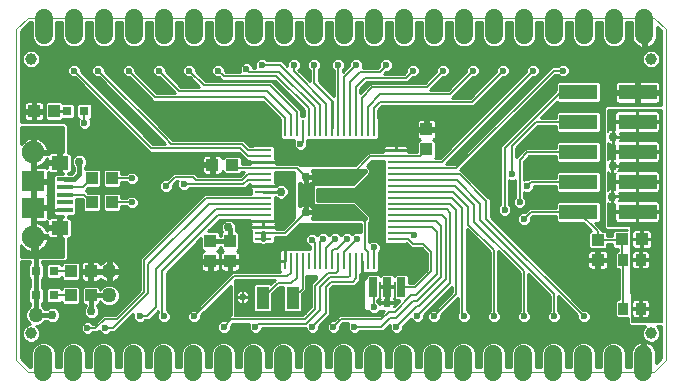
<source format=gtl>
G75*
%MOIN*%
%OFA0B0*%
%FSLAX25Y25*%
%IPPOS*%
%LPD*%
%AMOC8*
5,1,8,0,0,1.08239X$1,22.5*
%
%ADD10C,0.00000*%
%ADD11R,0.04331X0.03937*%
%ADD12R,0.03937X0.04331*%
%ADD13R,0.05709X0.04528*%
%ADD14R,0.05512X0.01575*%
%ADD15R,0.07480X0.06890*%
%ADD16C,0.07480*%
%ADD17R,0.05800X0.01100*%
%ADD18R,0.01100X0.05800*%
%ADD19C,0.05906*%
%ADD20R,0.03543X0.03937*%
%ADD21R,0.02756X0.06693*%
%ADD22R,0.04300X0.07500*%
%ADD23R,0.03150X0.03150*%
%ADD24C,0.05000*%
%ADD25C,0.03937*%
%ADD26R,0.12598X0.05000*%
%ADD27C,0.01000*%
%ADD28C,0.01600*%
%ADD29C,0.02953*%
%ADD30C,0.00700*%
%ADD31C,0.00591*%
%ADD32C,0.00700*%
%ADD33C,0.02362*%
D10*
X0009082Y0008987D02*
X0013019Y0005050D01*
X0221681Y0005050D01*
X0225618Y0008987D01*
X0225618Y0119223D01*
X0221681Y0123160D01*
X0013019Y0123160D01*
X0009082Y0119223D01*
X0009082Y0008987D01*
D11*
X0074456Y0074050D03*
X0081149Y0074050D03*
X0202897Y0049022D03*
X0211051Y0049176D03*
X0217744Y0049176D03*
X0202897Y0042330D03*
D12*
X0145803Y0079204D03*
X0145803Y0085896D03*
X0080334Y0048578D03*
X0073803Y0048578D03*
X0073803Y0041885D03*
X0080334Y0041885D03*
X0040929Y0061550D03*
X0034236Y0061550D03*
X0034236Y0069550D03*
X0040929Y0069550D03*
X0021681Y0091956D03*
X0014988Y0091956D03*
X0027236Y0038550D03*
X0033929Y0038550D03*
X0033929Y0030519D03*
X0027236Y0030519D03*
D13*
X0023571Y0053081D03*
X0023571Y0074735D03*
D14*
X0025224Y0069223D03*
X0025224Y0066664D03*
X0025224Y0064105D03*
X0025224Y0061546D03*
X0025224Y0058987D03*
D15*
X0014791Y0059676D03*
X0014791Y0068534D03*
D16*
X0014791Y0078180D03*
X0014791Y0050030D03*
D17*
X0091313Y0049305D03*
X0091313Y0051305D03*
X0091313Y0053305D03*
X0091313Y0055205D03*
X0091313Y0057205D03*
X0091313Y0059205D03*
X0091313Y0061105D03*
X0091313Y0063105D03*
X0091313Y0065105D03*
X0091313Y0067105D03*
X0091313Y0069005D03*
X0091313Y0071005D03*
X0091313Y0073005D03*
X0091313Y0074905D03*
X0091313Y0076905D03*
X0091313Y0078905D03*
X0135513Y0078905D03*
X0135513Y0076905D03*
X0135513Y0074905D03*
X0135513Y0073005D03*
X0135513Y0071005D03*
X0135513Y0069005D03*
X0135513Y0067105D03*
X0135513Y0065105D03*
X0135513Y0063105D03*
X0135513Y0061105D03*
X0135513Y0059205D03*
X0135513Y0057205D03*
X0135513Y0055205D03*
X0135513Y0053305D03*
X0135513Y0051305D03*
X0135513Y0049305D03*
D18*
X0128213Y0042005D03*
X0126213Y0042005D03*
X0124213Y0042005D03*
X0122313Y0042005D03*
X0120313Y0042005D03*
X0118313Y0042005D03*
X0116413Y0042005D03*
X0114413Y0042005D03*
X0112413Y0042005D03*
X0110413Y0042005D03*
X0108513Y0042005D03*
X0106513Y0042005D03*
X0104513Y0042005D03*
X0102613Y0042005D03*
X0100613Y0042005D03*
X0098613Y0042005D03*
X0098613Y0086205D03*
X0100613Y0086205D03*
X0102613Y0086205D03*
X0104513Y0086205D03*
X0106513Y0086205D03*
X0108513Y0086205D03*
X0110413Y0086205D03*
X0112413Y0086205D03*
X0114413Y0086205D03*
X0116413Y0086205D03*
X0118313Y0086205D03*
X0120313Y0086205D03*
X0122313Y0086205D03*
X0124213Y0086205D03*
X0126213Y0086205D03*
X0128213Y0086205D03*
D19*
X0128413Y0117255D02*
X0128413Y0123160D01*
X0118413Y0123160D02*
X0118413Y0117255D01*
X0108413Y0117255D02*
X0108413Y0123160D01*
X0098413Y0123160D02*
X0098413Y0117255D01*
X0088413Y0117255D02*
X0088413Y0123160D01*
X0078413Y0123160D02*
X0078413Y0117255D01*
X0068413Y0117255D02*
X0068413Y0123160D01*
X0058413Y0123160D02*
X0058413Y0117255D01*
X0048413Y0117255D02*
X0048413Y0123160D01*
X0038413Y0123160D02*
X0038413Y0117255D01*
X0028413Y0117255D02*
X0028413Y0123160D01*
X0018413Y0123160D02*
X0018413Y0117255D01*
X0138413Y0117255D02*
X0138413Y0123160D01*
X0148413Y0123160D02*
X0148413Y0117255D01*
X0158413Y0117255D02*
X0158413Y0123160D01*
X0168413Y0123160D02*
X0168413Y0117255D01*
X0178413Y0117255D02*
X0178413Y0123160D01*
X0188413Y0123160D02*
X0188413Y0117255D01*
X0198413Y0117255D02*
X0198413Y0123160D01*
X0208413Y0123160D02*
X0208413Y0117255D01*
X0218413Y0117255D02*
X0218413Y0123160D01*
X0218138Y0010956D02*
X0218138Y0005050D01*
X0208138Y0005050D02*
X0208138Y0010956D01*
X0198138Y0010956D02*
X0198138Y0005050D01*
X0188138Y0005050D02*
X0188138Y0010956D01*
X0178138Y0010956D02*
X0178138Y0005050D01*
X0168138Y0005050D02*
X0168138Y0010956D01*
X0158138Y0010956D02*
X0158138Y0005050D01*
X0148138Y0005050D02*
X0148138Y0010956D01*
X0138138Y0010956D02*
X0138138Y0005050D01*
X0128138Y0005050D02*
X0128138Y0010956D01*
X0118138Y0010956D02*
X0118138Y0005050D01*
X0108138Y0005050D02*
X0108138Y0010956D01*
X0098138Y0010956D02*
X0098138Y0005050D01*
X0088138Y0005050D02*
X0088138Y0010956D01*
X0078138Y0010956D02*
X0078138Y0005050D01*
X0068138Y0005050D02*
X0068138Y0010956D01*
X0058138Y0010956D02*
X0058138Y0005050D01*
X0048138Y0005050D02*
X0048138Y0010956D01*
X0038138Y0010956D02*
X0038138Y0005050D01*
X0028138Y0005050D02*
X0028138Y0010956D01*
X0018138Y0010956D02*
X0018138Y0005050D01*
D20*
X0211445Y0026105D03*
X0217350Y0026105D03*
X0217350Y0042247D03*
X0211445Y0042247D03*
D21*
X0137496Y0033231D03*
X0132771Y0033231D03*
X0128047Y0033231D03*
D22*
X0101303Y0029550D03*
X0091303Y0029550D03*
D23*
X0021535Y0030519D03*
X0015630Y0030519D03*
X0015630Y0038550D03*
X0021535Y0038550D03*
X0025913Y0091956D03*
X0031819Y0091956D03*
D24*
X0040082Y0038550D03*
X0040082Y0030519D03*
X0015582Y0023987D03*
D25*
X0014004Y0017845D03*
X0014004Y0109381D03*
X0220697Y0109381D03*
X0220697Y0017845D03*
D26*
X0216169Y0058278D03*
X0216169Y0068278D03*
X0216169Y0078278D03*
X0216169Y0088278D03*
X0216169Y0098278D03*
X0196484Y0098278D03*
X0196484Y0088278D03*
X0196484Y0078278D03*
X0196484Y0068278D03*
X0196484Y0058278D03*
D27*
X0198115Y0054688D02*
X0189733Y0054688D01*
X0189094Y0055327D01*
X0189094Y0056893D01*
X0181149Y0056893D01*
X0180618Y0056362D01*
X0180618Y0055109D01*
X0179287Y0053778D01*
X0177405Y0053778D01*
X0176075Y0055109D01*
X0176075Y0056991D01*
X0177405Y0058322D01*
X0178658Y0058322D01*
X0179189Y0058852D01*
X0180000Y0059664D01*
X0189094Y0059664D01*
X0189094Y0061230D01*
X0189733Y0061869D01*
X0203235Y0061869D01*
X0203874Y0061230D01*
X0203874Y0055327D01*
X0203235Y0054688D01*
X0202034Y0054688D01*
X0204283Y0052439D01*
X0204283Y0052081D01*
X0205514Y0052081D01*
X0206153Y0051443D01*
X0206153Y0050408D01*
X0207795Y0050408D01*
X0207795Y0051596D01*
X0208434Y0052235D01*
X0212534Y0052235D01*
X0212533Y0052290D01*
X0205792Y0052290D01*
X0204980Y0053102D01*
X0204980Y0093030D01*
X0205792Y0093841D01*
X0224134Y0093841D01*
X0224134Y0118608D01*
X0222653Y0120089D01*
X0222653Y0116921D01*
X0222549Y0116262D01*
X0222343Y0115627D01*
X0222040Y0115032D01*
X0221647Y0114492D01*
X0221175Y0114021D01*
X0220635Y0113628D01*
X0220041Y0113325D01*
X0219406Y0113119D01*
X0218897Y0113038D01*
X0218897Y0121676D01*
X0217929Y0121676D01*
X0217929Y0113038D01*
X0217420Y0113119D01*
X0216785Y0113325D01*
X0216191Y0113628D01*
X0215651Y0114021D01*
X0215179Y0114492D01*
X0214787Y0115032D01*
X0214484Y0115627D01*
X0214277Y0116262D01*
X0214173Y0116921D01*
X0214173Y0121676D01*
X0212456Y0121676D01*
X0212456Y0116450D01*
X0211841Y0114964D01*
X0210703Y0113827D01*
X0209217Y0113211D01*
X0207609Y0113211D01*
X0206123Y0113827D01*
X0204985Y0114964D01*
X0204370Y0116450D01*
X0204370Y0121676D01*
X0202456Y0121676D01*
X0202456Y0116450D01*
X0201841Y0114964D01*
X0200703Y0113827D01*
X0199217Y0113211D01*
X0197609Y0113211D01*
X0196123Y0113827D01*
X0194985Y0114964D01*
X0194370Y0116450D01*
X0194370Y0121676D01*
X0192456Y0121676D01*
X0192456Y0116450D01*
X0191841Y0114964D01*
X0190703Y0113827D01*
X0189217Y0113211D01*
X0187609Y0113211D01*
X0186123Y0113827D01*
X0184985Y0114964D01*
X0184370Y0116450D01*
X0184370Y0121676D01*
X0182456Y0121676D01*
X0182456Y0116450D01*
X0181841Y0114964D01*
X0180703Y0113827D01*
X0179217Y0113211D01*
X0177609Y0113211D01*
X0176123Y0113827D01*
X0174985Y0114964D01*
X0174370Y0116450D01*
X0174370Y0121676D01*
X0172456Y0121676D01*
X0172456Y0116450D01*
X0171841Y0114964D01*
X0170703Y0113827D01*
X0169217Y0113211D01*
X0167609Y0113211D01*
X0166123Y0113827D01*
X0164985Y0114964D01*
X0164370Y0116450D01*
X0164370Y0121676D01*
X0162456Y0121676D01*
X0162456Y0116450D01*
X0161841Y0114964D01*
X0160703Y0113827D01*
X0159217Y0113211D01*
X0157609Y0113211D01*
X0156123Y0113827D01*
X0154985Y0114964D01*
X0154370Y0116450D01*
X0154370Y0121676D01*
X0152456Y0121676D01*
X0152456Y0116450D01*
X0151841Y0114964D01*
X0150703Y0113827D01*
X0149217Y0113211D01*
X0147609Y0113211D01*
X0146123Y0113827D01*
X0144985Y0114964D01*
X0144370Y0116450D01*
X0144370Y0121676D01*
X0142456Y0121676D01*
X0142456Y0116450D01*
X0141841Y0114964D01*
X0140703Y0113827D01*
X0139217Y0113211D01*
X0137609Y0113211D01*
X0136123Y0113827D01*
X0134985Y0114964D01*
X0134370Y0116450D01*
X0134370Y0121676D01*
X0132456Y0121676D01*
X0132456Y0116450D01*
X0131841Y0114964D01*
X0130703Y0113827D01*
X0129217Y0113211D01*
X0127609Y0113211D01*
X0126123Y0113827D01*
X0124985Y0114964D01*
X0124370Y0116450D01*
X0124370Y0121676D01*
X0122456Y0121676D01*
X0122456Y0116450D01*
X0121841Y0114964D01*
X0120703Y0113827D01*
X0119217Y0113211D01*
X0117609Y0113211D01*
X0116123Y0113827D01*
X0114985Y0114964D01*
X0114370Y0116450D01*
X0114370Y0121676D01*
X0112456Y0121676D01*
X0112456Y0116450D01*
X0111841Y0114964D01*
X0110703Y0113827D01*
X0109217Y0113211D01*
X0107609Y0113211D01*
X0106123Y0113827D01*
X0104985Y0114964D01*
X0104370Y0116450D01*
X0104370Y0121676D01*
X0102456Y0121676D01*
X0102456Y0116450D01*
X0101841Y0114964D01*
X0100703Y0113827D01*
X0099217Y0113211D01*
X0097609Y0113211D01*
X0096123Y0113827D01*
X0094985Y0114964D01*
X0094370Y0116450D01*
X0094370Y0121676D01*
X0092456Y0121676D01*
X0092456Y0116450D01*
X0091841Y0114964D01*
X0090703Y0113827D01*
X0089217Y0113211D01*
X0087609Y0113211D01*
X0086123Y0113827D01*
X0084985Y0114964D01*
X0084370Y0116450D01*
X0084370Y0121676D01*
X0082456Y0121676D01*
X0082456Y0116450D01*
X0081841Y0114964D01*
X0080703Y0113827D01*
X0079217Y0113211D01*
X0077609Y0113211D01*
X0076123Y0113827D01*
X0074985Y0114964D01*
X0074370Y0116450D01*
X0074370Y0121676D01*
X0072456Y0121676D01*
X0072456Y0116450D01*
X0071841Y0114964D01*
X0070703Y0113827D01*
X0069217Y0113211D01*
X0067609Y0113211D01*
X0066123Y0113827D01*
X0064985Y0114964D01*
X0064370Y0116450D01*
X0064370Y0121676D01*
X0062456Y0121676D01*
X0062456Y0116450D01*
X0061841Y0114964D01*
X0060703Y0113827D01*
X0059217Y0113211D01*
X0057609Y0113211D01*
X0056123Y0113827D01*
X0054985Y0114964D01*
X0054370Y0116450D01*
X0054370Y0121676D01*
X0052456Y0121676D01*
X0052456Y0116450D01*
X0051841Y0114964D01*
X0050703Y0113827D01*
X0049217Y0113211D01*
X0047609Y0113211D01*
X0046123Y0113827D01*
X0044985Y0114964D01*
X0044370Y0116450D01*
X0044370Y0121676D01*
X0042456Y0121676D01*
X0042456Y0116450D01*
X0041841Y0114964D01*
X0040703Y0113827D01*
X0039217Y0113211D01*
X0037609Y0113211D01*
X0036123Y0113827D01*
X0034985Y0114964D01*
X0034370Y0116450D01*
X0034370Y0121676D01*
X0032456Y0121676D01*
X0032456Y0116450D01*
X0031841Y0114964D01*
X0030703Y0113827D01*
X0029217Y0113211D01*
X0027609Y0113211D01*
X0026123Y0113827D01*
X0024985Y0114964D01*
X0024370Y0116450D01*
X0024370Y0121676D01*
X0022456Y0121676D01*
X0022456Y0116450D01*
X0021841Y0114964D01*
X0020703Y0113827D01*
X0019217Y0113211D01*
X0017609Y0113211D01*
X0016123Y0113827D01*
X0014985Y0114964D01*
X0014370Y0116450D01*
X0014370Y0121676D01*
X0013634Y0121676D01*
X0010567Y0118608D01*
X0010567Y0088333D01*
X0025489Y0088333D01*
X0026421Y0087402D01*
X0026421Y0078089D01*
X0026877Y0078089D01*
X0027515Y0077451D01*
X0027515Y0072020D01*
X0026877Y0071381D01*
X0026421Y0071381D01*
X0026421Y0071114D01*
X0027473Y0071114D01*
X0028192Y0071833D01*
X0028192Y0073310D01*
X0027906Y0073596D01*
X0027515Y0074539D01*
X0027515Y0075561D01*
X0027906Y0076504D01*
X0028628Y0077226D01*
X0029572Y0077617D01*
X0030593Y0077617D01*
X0031536Y0077226D01*
X0032259Y0076504D01*
X0032649Y0075561D01*
X0032649Y0074539D01*
X0032259Y0073596D01*
X0031973Y0073310D01*
X0031973Y0072806D01*
X0036656Y0072806D01*
X0037295Y0072167D01*
X0037295Y0066933D01*
X0036656Y0066294D01*
X0033017Y0066294D01*
X0032269Y0065546D01*
X0032278Y0065546D01*
X0033017Y0064806D01*
X0036656Y0064806D01*
X0037295Y0064167D01*
X0037295Y0058933D01*
X0036656Y0058294D01*
X0031816Y0058294D01*
X0031177Y0058933D01*
X0031177Y0062572D01*
X0031084Y0062665D01*
X0029071Y0062665D01*
X0029071Y0060307D01*
X0029030Y0060267D01*
X0029071Y0060226D01*
X0029071Y0057748D01*
X0028432Y0057109D01*
X0026421Y0057109D01*
X0026421Y0056436D01*
X0026877Y0056436D01*
X0027515Y0055797D01*
X0027515Y0050366D01*
X0026877Y0049727D01*
X0026421Y0049727D01*
X0026421Y0042777D01*
X0025489Y0041845D01*
X0017520Y0041845D01*
X0017520Y0041215D01*
X0017656Y0041215D01*
X0018295Y0040577D01*
X0018295Y0036523D01*
X0017656Y0035885D01*
X0017520Y0035885D01*
X0017520Y0033184D01*
X0017656Y0033184D01*
X0018295Y0032545D01*
X0018295Y0028492D01*
X0017656Y0027853D01*
X0017520Y0027853D01*
X0017520Y0027071D01*
X0017616Y0027031D01*
X0018626Y0026021D01*
X0018686Y0025878D01*
X0019343Y0025878D01*
X0019628Y0026163D01*
X0020572Y0026554D01*
X0021593Y0026554D01*
X0022536Y0026163D01*
X0023259Y0025441D01*
X0023649Y0024498D01*
X0023649Y0023476D01*
X0023259Y0022533D01*
X0022536Y0021811D01*
X0021593Y0021420D01*
X0020572Y0021420D01*
X0019628Y0021811D01*
X0019343Y0022096D01*
X0018686Y0022096D01*
X0018626Y0021953D01*
X0017616Y0020943D01*
X0016297Y0020396D01*
X0015779Y0020396D01*
X0016597Y0019578D01*
X0017063Y0018454D01*
X0017063Y0017237D01*
X0016597Y0016112D01*
X0015736Y0015252D01*
X0014612Y0014786D01*
X0013395Y0014786D01*
X0012271Y0015252D01*
X0011410Y0016112D01*
X0010945Y0017237D01*
X0010945Y0018454D01*
X0011410Y0019578D01*
X0012271Y0020439D01*
X0013395Y0020904D01*
X0013642Y0020904D01*
X0013548Y0020943D01*
X0012538Y0021953D01*
X0011992Y0023273D01*
X0011992Y0024701D01*
X0012538Y0026021D01*
X0013548Y0027031D01*
X0013739Y0027110D01*
X0013739Y0027853D01*
X0013603Y0027853D01*
X0012964Y0028492D01*
X0012964Y0032545D01*
X0013603Y0033184D01*
X0013739Y0033184D01*
X0013739Y0035885D01*
X0013603Y0035885D01*
X0012964Y0036523D01*
X0012964Y0040577D01*
X0013603Y0041215D01*
X0013739Y0041215D01*
X0013739Y0041845D01*
X0010567Y0041845D01*
X0010567Y0009602D01*
X0013634Y0006534D01*
X0014094Y0006534D01*
X0014094Y0011760D01*
X0014710Y0013246D01*
X0015847Y0014383D01*
X0017333Y0014999D01*
X0018942Y0014999D01*
X0020428Y0014383D01*
X0021565Y0013246D01*
X0022181Y0011760D01*
X0022181Y0006534D01*
X0024094Y0006534D01*
X0024094Y0011760D01*
X0024710Y0013246D01*
X0025847Y0014383D01*
X0027333Y0014999D01*
X0028942Y0014999D01*
X0030428Y0014383D01*
X0031565Y0013246D01*
X0032181Y0011760D01*
X0032181Y0006534D01*
X0034094Y0006534D01*
X0034094Y0011760D01*
X0034710Y0013246D01*
X0035847Y0014383D01*
X0037333Y0014999D01*
X0038942Y0014999D01*
X0040428Y0014383D01*
X0041565Y0013246D01*
X0042181Y0011760D01*
X0042181Y0006534D01*
X0044094Y0006534D01*
X0044094Y0011760D01*
X0044710Y0013246D01*
X0045847Y0014383D01*
X0047333Y0014999D01*
X0048942Y0014999D01*
X0050428Y0014383D01*
X0051565Y0013246D01*
X0052181Y0011760D01*
X0052181Y0006534D01*
X0054094Y0006534D01*
X0054094Y0011760D01*
X0054710Y0013246D01*
X0055847Y0014383D01*
X0057333Y0014999D01*
X0058942Y0014999D01*
X0060428Y0014383D01*
X0061565Y0013246D01*
X0062181Y0011760D01*
X0062181Y0006534D01*
X0064094Y0006534D01*
X0064094Y0011760D01*
X0064710Y0013246D01*
X0065847Y0014383D01*
X0067333Y0014999D01*
X0068942Y0014999D01*
X0070428Y0014383D01*
X0071565Y0013246D01*
X0072181Y0011760D01*
X0072181Y0006534D01*
X0074094Y0006534D01*
X0074094Y0011760D01*
X0074710Y0013246D01*
X0075847Y0014383D01*
X0077333Y0014999D01*
X0078942Y0014999D01*
X0080428Y0014383D01*
X0081565Y0013246D01*
X0082181Y0011760D01*
X0082181Y0006534D01*
X0084094Y0006534D01*
X0084094Y0011760D01*
X0084710Y0013246D01*
X0085847Y0014383D01*
X0087333Y0014999D01*
X0088942Y0014999D01*
X0090428Y0014383D01*
X0091565Y0013246D01*
X0092181Y0011760D01*
X0092181Y0006534D01*
X0094094Y0006534D01*
X0094094Y0011760D01*
X0094710Y0013246D01*
X0095847Y0014383D01*
X0097333Y0014999D01*
X0098942Y0014999D01*
X0100428Y0014383D01*
X0101565Y0013246D01*
X0102181Y0011760D01*
X0102181Y0006534D01*
X0104094Y0006534D01*
X0104094Y0011760D01*
X0104710Y0013246D01*
X0105847Y0014383D01*
X0107333Y0014999D01*
X0108942Y0014999D01*
X0110428Y0014383D01*
X0111565Y0013246D01*
X0112181Y0011760D01*
X0112181Y0006534D01*
X0114094Y0006534D01*
X0114094Y0011760D01*
X0114710Y0013246D01*
X0115847Y0014383D01*
X0117333Y0014999D01*
X0118942Y0014999D01*
X0120428Y0014383D01*
X0121565Y0013246D01*
X0122181Y0011760D01*
X0122181Y0006534D01*
X0124094Y0006534D01*
X0124094Y0011760D01*
X0124710Y0013246D01*
X0125847Y0014383D01*
X0127333Y0014999D01*
X0128942Y0014999D01*
X0130428Y0014383D01*
X0131565Y0013246D01*
X0132181Y0011760D01*
X0132181Y0006534D01*
X0134094Y0006534D01*
X0134094Y0011760D01*
X0134710Y0013246D01*
X0135847Y0014383D01*
X0137333Y0014999D01*
X0138942Y0014999D01*
X0140428Y0014383D01*
X0141565Y0013246D01*
X0142181Y0011760D01*
X0142181Y0006534D01*
X0144094Y0006534D01*
X0144094Y0011760D01*
X0144710Y0013246D01*
X0145847Y0014383D01*
X0147333Y0014999D01*
X0148942Y0014999D01*
X0150428Y0014383D01*
X0151565Y0013246D01*
X0152181Y0011760D01*
X0152181Y0006534D01*
X0154094Y0006534D01*
X0154094Y0011760D01*
X0154710Y0013246D01*
X0155847Y0014383D01*
X0157333Y0014999D01*
X0158942Y0014999D01*
X0160428Y0014383D01*
X0161565Y0013246D01*
X0162181Y0011760D01*
X0162181Y0006534D01*
X0164094Y0006534D01*
X0164094Y0011760D01*
X0164710Y0013246D01*
X0165847Y0014383D01*
X0167333Y0014999D01*
X0168942Y0014999D01*
X0170428Y0014383D01*
X0171565Y0013246D01*
X0172181Y0011760D01*
X0172181Y0006534D01*
X0174094Y0006534D01*
X0174094Y0011760D01*
X0174710Y0013246D01*
X0175847Y0014383D01*
X0177333Y0014999D01*
X0178942Y0014999D01*
X0180428Y0014383D01*
X0181565Y0013246D01*
X0182181Y0011760D01*
X0182181Y0006534D01*
X0184094Y0006534D01*
X0184094Y0011760D01*
X0184710Y0013246D01*
X0185847Y0014383D01*
X0187333Y0014999D01*
X0188942Y0014999D01*
X0190428Y0014383D01*
X0191565Y0013246D01*
X0192181Y0011760D01*
X0192181Y0006534D01*
X0194094Y0006534D01*
X0194094Y0011760D01*
X0194710Y0013246D01*
X0195847Y0014383D01*
X0197333Y0014999D01*
X0198942Y0014999D01*
X0200428Y0014383D01*
X0201565Y0013246D01*
X0202181Y0011760D01*
X0202181Y0006534D01*
X0204094Y0006534D01*
X0204094Y0011760D01*
X0204710Y0013246D01*
X0205847Y0014383D01*
X0207333Y0014999D01*
X0208942Y0014999D01*
X0210428Y0014383D01*
X0211565Y0013246D01*
X0212181Y0011760D01*
X0212181Y0006534D01*
X0213897Y0006534D01*
X0213897Y0011289D01*
X0214002Y0011948D01*
X0214208Y0012583D01*
X0214511Y0013178D01*
X0214903Y0013718D01*
X0215375Y0014190D01*
X0215915Y0014582D01*
X0216510Y0014885D01*
X0217145Y0015091D01*
X0217653Y0015172D01*
X0217653Y0006534D01*
X0218622Y0006534D01*
X0218622Y0015172D01*
X0219130Y0015091D01*
X0219765Y0014885D01*
X0220360Y0014582D01*
X0220900Y0014190D01*
X0221372Y0013718D01*
X0221764Y0013178D01*
X0222067Y0012583D01*
X0222273Y0011948D01*
X0222378Y0011289D01*
X0222378Y0007846D01*
X0224134Y0009602D01*
X0224134Y0020290D01*
X0222578Y0020290D01*
X0223290Y0019578D01*
X0223756Y0018454D01*
X0223756Y0017237D01*
X0223290Y0016112D01*
X0222429Y0015252D01*
X0221305Y0014786D01*
X0220088Y0014786D01*
X0218964Y0015252D01*
X0218103Y0016112D01*
X0217638Y0017237D01*
X0217638Y0018454D01*
X0218103Y0019578D01*
X0218815Y0020290D01*
X0214408Y0020290D01*
X0213845Y0020281D01*
X0213836Y0020290D01*
X0213823Y0020290D01*
X0213425Y0020689D01*
X0213021Y0021080D01*
X0213020Y0021093D01*
X0213012Y0021102D01*
X0213012Y0021665D01*
X0212990Y0023046D01*
X0209221Y0023046D01*
X0208582Y0023685D01*
X0208582Y0028525D01*
X0209221Y0029164D01*
X0210004Y0029164D01*
X0210004Y0039188D01*
X0209221Y0039188D01*
X0208582Y0039827D01*
X0208582Y0044667D01*
X0209221Y0045306D01*
X0209610Y0045306D01*
X0209610Y0046117D01*
X0208434Y0046117D01*
X0207795Y0046756D01*
X0207795Y0047637D01*
X0206153Y0047637D01*
X0206153Y0046602D01*
X0205514Y0045963D01*
X0200280Y0045963D01*
X0199641Y0046602D01*
X0199641Y0051443D01*
X0200280Y0052081D01*
X0200721Y0052081D01*
X0198115Y0054688D01*
X0198825Y0053977D02*
X0179486Y0053977D01*
X0180484Y0054976D02*
X0189445Y0054976D01*
X0189094Y0055974D02*
X0180618Y0055974D01*
X0177207Y0053977D02*
X0169836Y0053977D01*
X0170834Y0052979D02*
X0199824Y0052979D01*
X0200179Y0051980D02*
X0171833Y0051980D01*
X0172831Y0050982D02*
X0199641Y0050982D01*
X0199641Y0049983D02*
X0173830Y0049983D01*
X0174828Y0048984D02*
X0199641Y0048984D01*
X0199641Y0047986D02*
X0175827Y0047986D01*
X0176825Y0046987D02*
X0199641Y0046987D01*
X0200255Y0045989D02*
X0177824Y0045989D01*
X0178822Y0044990D02*
X0199645Y0044990D01*
X0199702Y0045089D02*
X0199532Y0044795D01*
X0199445Y0044468D01*
X0199445Y0042814D01*
X0202413Y0042814D01*
X0202413Y0045585D01*
X0200562Y0045585D01*
X0200235Y0045498D01*
X0199942Y0045328D01*
X0199702Y0045089D01*
X0199445Y0043992D02*
X0179821Y0043992D01*
X0180819Y0042993D02*
X0199445Y0042993D01*
X0199445Y0041845D02*
X0199445Y0040192D01*
X0199532Y0039864D01*
X0199702Y0039571D01*
X0199942Y0039331D01*
X0200235Y0039161D01*
X0200562Y0039074D01*
X0202413Y0039074D01*
X0202413Y0041845D01*
X0203382Y0041845D01*
X0203382Y0042814D01*
X0206350Y0042814D01*
X0206350Y0044468D01*
X0206262Y0044795D01*
X0206093Y0045089D01*
X0205853Y0045328D01*
X0205560Y0045498D01*
X0205232Y0045585D01*
X0203382Y0045585D01*
X0203382Y0042814D01*
X0202413Y0042814D01*
X0202413Y0041845D01*
X0199445Y0041845D01*
X0199445Y0040996D02*
X0182816Y0040996D01*
X0183815Y0039998D02*
X0199496Y0039998D01*
X0202413Y0039998D02*
X0203382Y0039998D01*
X0203382Y0039074D02*
X0205232Y0039074D01*
X0205560Y0039161D01*
X0205853Y0039331D01*
X0206093Y0039571D01*
X0206262Y0039864D01*
X0206350Y0040192D01*
X0206350Y0041845D01*
X0203382Y0041845D01*
X0203382Y0039074D01*
X0203382Y0040996D02*
X0202413Y0040996D01*
X0202413Y0041995D02*
X0181818Y0041995D01*
X0184813Y0038999D02*
X0210004Y0038999D01*
X0210004Y0038001D02*
X0185812Y0038001D01*
X0186810Y0037002D02*
X0210004Y0037002D01*
X0210004Y0036004D02*
X0187809Y0036004D01*
X0188807Y0035005D02*
X0210004Y0035005D01*
X0210004Y0034007D02*
X0189806Y0034007D01*
X0190804Y0033008D02*
X0210004Y0033008D01*
X0210004Y0032010D02*
X0191803Y0032010D01*
X0192801Y0031011D02*
X0210004Y0031011D01*
X0210004Y0030013D02*
X0193800Y0030013D01*
X0194798Y0029014D02*
X0209071Y0029014D01*
X0208582Y0028016D02*
X0195797Y0028016D01*
X0196795Y0027017D02*
X0208582Y0027017D01*
X0208582Y0026019D02*
X0197794Y0026019D01*
X0197991Y0025822D02*
X0167189Y0056624D01*
X0167189Y0062624D01*
X0166377Y0063436D01*
X0157422Y0072391D01*
X0157123Y0072391D01*
X0157163Y0072431D01*
X0188790Y0104058D01*
X0189586Y0104058D01*
X0190472Y0103172D01*
X0192354Y0103172D01*
X0193685Y0104503D01*
X0193685Y0106385D01*
X0192354Y0107715D01*
X0190472Y0107715D01*
X0189586Y0106830D01*
X0187642Y0106830D01*
X0155258Y0074446D01*
X0152452Y0074446D01*
X0181179Y0103172D01*
X0182354Y0103172D01*
X0183685Y0104503D01*
X0183685Y0106385D01*
X0182354Y0107715D01*
X0180472Y0107715D01*
X0179141Y0106385D01*
X0179141Y0105209D01*
X0150278Y0076346D01*
X0148621Y0076346D01*
X0148862Y0076586D01*
X0148862Y0081821D01*
X0148223Y0082459D01*
X0148000Y0082459D01*
X0148268Y0082531D01*
X0148562Y0082701D01*
X0148802Y0082941D01*
X0148971Y0083234D01*
X0149059Y0083562D01*
X0149059Y0085412D01*
X0146287Y0085412D01*
X0146287Y0086381D01*
X0145319Y0086381D01*
X0145319Y0089349D01*
X0143665Y0089349D01*
X0143337Y0089261D01*
X0143044Y0089092D01*
X0142804Y0088852D01*
X0142635Y0088559D01*
X0142547Y0088231D01*
X0142547Y0086381D01*
X0145319Y0086381D01*
X0145319Y0085412D01*
X0142547Y0085412D01*
X0142547Y0083562D01*
X0142635Y0083234D01*
X0142804Y0082941D01*
X0143044Y0082701D01*
X0143337Y0082531D01*
X0143606Y0082459D01*
X0143383Y0082459D01*
X0142744Y0081821D01*
X0142744Y0078346D01*
X0139700Y0078346D01*
X0139700Y0078905D01*
X0135513Y0078905D01*
X0131326Y0078905D01*
X0131326Y0078346D01*
X0126561Y0078346D01*
X0122085Y0073870D01*
X0103717Y0073870D01*
X0103141Y0074446D01*
X0095500Y0074446D01*
X0095500Y0074905D01*
X0091313Y0074905D01*
X0087126Y0074905D01*
X0087126Y0074446D01*
X0084405Y0074446D01*
X0084405Y0076470D01*
X0083766Y0077109D01*
X0078532Y0077109D01*
X0077893Y0076470D01*
X0077893Y0076247D01*
X0077821Y0076515D01*
X0077652Y0076809D01*
X0077412Y0077049D01*
X0077119Y0077218D01*
X0076791Y0077306D01*
X0074941Y0077306D01*
X0074941Y0074534D01*
X0073972Y0074534D01*
X0073972Y0073566D01*
X0071004Y0073566D01*
X0071004Y0071912D01*
X0071091Y0071585D01*
X0071261Y0071291D01*
X0071501Y0071051D01*
X0071794Y0070882D01*
X0072122Y0070794D01*
X0073972Y0070794D01*
X0073972Y0073566D01*
X0074941Y0073566D01*
X0074941Y0070794D01*
X0076791Y0070794D01*
X0077119Y0070882D01*
X0077412Y0071051D01*
X0077652Y0071291D01*
X0077821Y0071585D01*
X0077893Y0071853D01*
X0077893Y0071630D01*
X0078532Y0070991D01*
X0083766Y0070991D01*
X0084340Y0071565D01*
X0084858Y0071565D01*
X0083729Y0070436D01*
X0069656Y0070436D01*
X0069468Y0070624D01*
X0068656Y0071436D01*
X0061508Y0071436D01*
X0060697Y0070624D01*
X0059394Y0069322D01*
X0058141Y0069322D01*
X0056811Y0067991D01*
X0056811Y0066109D01*
X0058141Y0064778D01*
X0060023Y0064778D01*
X0061354Y0066109D01*
X0061354Y0067362D01*
X0062656Y0068664D01*
X0062984Y0068664D01*
X0062811Y0068491D01*
X0062811Y0066609D01*
X0064141Y0065278D01*
X0066023Y0065278D01*
X0066909Y0066164D01*
X0085377Y0066164D01*
X0086189Y0066976D01*
X0086832Y0067619D01*
X0087126Y0067619D01*
X0087126Y0067105D01*
X0087126Y0066386D01*
X0087213Y0066058D01*
X0087323Y0065869D01*
X0087323Y0064491D01*
X0071784Y0064491D01*
X0050197Y0042904D01*
X0050197Y0032376D01*
X0041973Y0024152D01*
X0038036Y0024152D01*
X0034882Y0020999D01*
X0034630Y0020999D01*
X0033744Y0021885D01*
X0031862Y0021885D01*
X0030531Y0020554D01*
X0030531Y0018672D01*
X0031862Y0017341D01*
X0033744Y0017341D01*
X0034630Y0018227D01*
X0036030Y0018227D01*
X0036531Y0018728D01*
X0036531Y0018672D01*
X0037862Y0017341D01*
X0039744Y0017341D01*
X0040630Y0018227D01*
X0041936Y0018227D01*
X0042748Y0019039D01*
X0048031Y0024322D01*
X0048031Y0022609D01*
X0049362Y0021278D01*
X0051244Y0021278D01*
X0052130Y0022164D01*
X0053377Y0022164D01*
X0054189Y0022976D01*
X0056417Y0025204D01*
X0056417Y0024877D01*
X0056031Y0024491D01*
X0056031Y0022609D01*
X0057362Y0021278D01*
X0059244Y0021278D01*
X0060575Y0022609D01*
X0060575Y0024491D01*
X0059244Y0025822D01*
X0059189Y0025822D01*
X0059189Y0038141D01*
X0070744Y0049696D01*
X0070744Y0045960D01*
X0071383Y0045322D01*
X0071606Y0045322D01*
X0071337Y0045250D01*
X0071044Y0045080D01*
X0070804Y0044840D01*
X0070635Y0044547D01*
X0070547Y0044219D01*
X0070547Y0042369D01*
X0073319Y0042369D01*
X0073319Y0041400D01*
X0074287Y0041400D01*
X0074287Y0038432D01*
X0075941Y0038432D01*
X0076268Y0038520D01*
X0076562Y0038689D01*
X0076802Y0038929D01*
X0076971Y0039222D01*
X0077059Y0039550D01*
X0077059Y0041400D01*
X0074287Y0041400D01*
X0074287Y0042369D01*
X0077059Y0042369D01*
X0077059Y0044219D01*
X0076971Y0044547D01*
X0076802Y0044840D01*
X0076562Y0045080D01*
X0076268Y0045250D01*
X0076000Y0045322D01*
X0076223Y0045322D01*
X0076862Y0045960D01*
X0076862Y0046687D01*
X0077275Y0046687D01*
X0077275Y0045960D01*
X0077914Y0045322D01*
X0078138Y0045322D01*
X0077869Y0045250D01*
X0077575Y0045080D01*
X0077336Y0044840D01*
X0077166Y0044547D01*
X0077078Y0044219D01*
X0077078Y0042369D01*
X0079850Y0042369D01*
X0079850Y0041400D01*
X0080819Y0041400D01*
X0080819Y0042369D01*
X0083590Y0042369D01*
X0083590Y0044219D01*
X0083503Y0044547D01*
X0083333Y0044840D01*
X0083093Y0045080D01*
X0082800Y0045250D01*
X0082531Y0045322D01*
X0082755Y0045322D01*
X0083393Y0045960D01*
X0083393Y0051195D01*
X0082755Y0051833D01*
X0082225Y0051833D01*
X0082225Y0052523D01*
X0082307Y0052720D01*
X0082307Y0053742D01*
X0081916Y0054685D01*
X0081194Y0055407D01*
X0080250Y0055798D01*
X0079229Y0055798D01*
X0078286Y0055407D01*
X0077564Y0054685D01*
X0077173Y0053742D01*
X0077173Y0052720D01*
X0077564Y0051777D01*
X0077711Y0051630D01*
X0077275Y0051195D01*
X0077275Y0050468D01*
X0076862Y0050468D01*
X0076862Y0051195D01*
X0076223Y0051833D01*
X0074693Y0051833D01*
X0074586Y0051941D01*
X0073020Y0051941D01*
X0072913Y0051833D01*
X0072881Y0051833D01*
X0076867Y0055819D01*
X0087126Y0055819D01*
X0087126Y0055205D01*
X0087126Y0054486D01*
X0087187Y0054255D01*
X0087126Y0054025D01*
X0087126Y0053305D01*
X0087126Y0052586D01*
X0087213Y0052258D01*
X0087323Y0052069D01*
X0087323Y0048303D01*
X0087961Y0047665D01*
X0090280Y0047665D01*
X0090530Y0047415D01*
X0092096Y0047415D01*
X0092346Y0047665D01*
X0094665Y0047665D01*
X0095304Y0048303D01*
X0095304Y0049865D01*
X0099241Y0049865D01*
X0103717Y0054341D01*
X0123862Y0054341D01*
X0123862Y0051522D01*
X0123744Y0051641D01*
X0121862Y0051641D01*
X0121061Y0050839D01*
X0120260Y0051641D01*
X0118378Y0051641D01*
X0117350Y0050613D01*
X0116323Y0051641D01*
X0114441Y0051641D01*
X0113413Y0050613D01*
X0112386Y0051641D01*
X0110504Y0051641D01*
X0109364Y0050501D01*
X0108449Y0051416D01*
X0106567Y0051416D01*
X0105236Y0050085D01*
X0105236Y0048204D01*
X0106567Y0046873D01*
X0107127Y0046873D01*
X0107127Y0045996D01*
X0099849Y0045996D01*
X0099660Y0046105D01*
X0099333Y0046193D01*
X0098613Y0046193D01*
X0097894Y0046193D01*
X0097566Y0046105D01*
X0097273Y0045935D01*
X0097033Y0045696D01*
X0096863Y0045402D01*
X0096776Y0045075D01*
X0096776Y0042005D01*
X0096776Y0038936D01*
X0096863Y0038608D01*
X0097027Y0038326D01*
X0081343Y0038326D01*
X0081241Y0038223D01*
X0081016Y0038223D01*
X0068615Y0025822D01*
X0067362Y0025822D01*
X0066031Y0024491D01*
X0066031Y0022609D01*
X0067362Y0021278D01*
X0069244Y0021278D01*
X0070575Y0022609D01*
X0070575Y0023862D01*
X0080531Y0033819D01*
X0080531Y0023936D01*
X0080229Y0023936D01*
X0078615Y0022322D01*
X0077362Y0022322D01*
X0076031Y0020991D01*
X0076031Y0019109D01*
X0077362Y0017778D01*
X0079244Y0017778D01*
X0080575Y0019109D01*
X0080575Y0020362D01*
X0081271Y0021059D01*
X0081343Y0020987D01*
X0086531Y0020987D01*
X0086531Y0019109D01*
X0087862Y0017778D01*
X0089744Y0017778D01*
X0091075Y0019109D01*
X0091075Y0019664D01*
X0105531Y0019664D01*
X0105531Y0019109D01*
X0106862Y0017778D01*
X0108744Y0017778D01*
X0110075Y0019109D01*
X0110075Y0020362D01*
X0112877Y0023164D01*
X0113689Y0023976D01*
X0113689Y0032893D01*
X0114566Y0033770D01*
X0121877Y0033770D01*
X0123699Y0035592D01*
X0123699Y0037818D01*
X0124213Y0037818D01*
X0124213Y0042005D01*
X0124213Y0042005D01*
X0124213Y0037818D01*
X0124933Y0037818D01*
X0125260Y0037905D01*
X0125449Y0038015D01*
X0129215Y0038015D01*
X0129854Y0038653D01*
X0129854Y0044888D01*
X0130575Y0045609D01*
X0130575Y0047491D01*
X0129244Y0048822D01*
X0127362Y0048822D01*
X0126743Y0048203D01*
X0126743Y0055077D01*
X0127115Y0055448D01*
X0127115Y0057014D01*
X0122070Y0062059D01*
X0109398Y0062059D01*
X0109398Y0066152D01*
X0122070Y0066152D01*
X0123178Y0067259D01*
X0127115Y0071196D01*
X0127115Y0072762D01*
X0126083Y0073793D01*
X0127755Y0075465D01*
X0131523Y0075465D01*
X0131523Y0048303D01*
X0132161Y0047665D01*
X0138865Y0047665D01*
X0139047Y0047846D01*
X0139917Y0046976D01*
X0139917Y0046976D01*
X0140729Y0046164D01*
X0144229Y0046164D01*
X0145917Y0044476D01*
X0145917Y0039124D01*
X0141410Y0034617D01*
X0139964Y0034617D01*
X0139964Y0037029D01*
X0139325Y0037668D01*
X0135666Y0037668D01*
X0135134Y0037136D01*
X0134601Y0037668D01*
X0130942Y0037668D01*
X0130409Y0037136D01*
X0129877Y0037668D01*
X0126217Y0037668D01*
X0125578Y0037029D01*
X0125578Y0036357D01*
X0125437Y0036357D01*
X0124626Y0035545D01*
X0124626Y0026130D01*
X0125437Y0025318D01*
X0126291Y0025318D01*
X0127330Y0024278D01*
X0129212Y0024278D01*
X0130252Y0025318D01*
X0131611Y0025318D01*
X0130229Y0023936D01*
X0116729Y0023936D01*
X0115917Y0023124D01*
X0115115Y0022322D01*
X0113862Y0022322D01*
X0112531Y0020991D01*
X0112531Y0019109D01*
X0113862Y0017778D01*
X0115744Y0017778D01*
X0117075Y0019109D01*
X0117075Y0020362D01*
X0117877Y0021164D01*
X0119704Y0021164D01*
X0119531Y0020991D01*
X0119531Y0019109D01*
X0120862Y0017778D01*
X0122744Y0017778D01*
X0123630Y0018664D01*
X0131377Y0018664D01*
X0132189Y0019476D01*
X0133531Y0020819D01*
X0133531Y0019109D01*
X0134862Y0017778D01*
X0136744Y0017778D01*
X0138075Y0019109D01*
X0138075Y0020362D01*
X0140531Y0022819D01*
X0140531Y0022609D01*
X0141862Y0021278D01*
X0143744Y0021278D01*
X0145075Y0022609D01*
X0145075Y0023862D01*
X0154417Y0033204D01*
X0154417Y0031624D01*
X0148615Y0025822D01*
X0147362Y0025822D01*
X0146031Y0024491D01*
X0146031Y0022609D01*
X0147362Y0021278D01*
X0149244Y0021278D01*
X0150575Y0022609D01*
X0150575Y0023862D01*
X0156417Y0029704D01*
X0156417Y0024877D01*
X0156031Y0024491D01*
X0156031Y0022609D01*
X0157362Y0021278D01*
X0159244Y0021278D01*
X0160575Y0022609D01*
X0160575Y0024491D01*
X0159244Y0025822D01*
X0159189Y0025822D01*
X0159189Y0052704D01*
X0166917Y0044976D01*
X0166917Y0025377D01*
X0166031Y0024491D01*
X0166031Y0022609D01*
X0167362Y0021278D01*
X0169244Y0021278D01*
X0170575Y0022609D01*
X0170575Y0024491D01*
X0169689Y0025377D01*
X0169689Y0045204D01*
X0176917Y0037976D01*
X0176917Y0025377D01*
X0176031Y0024491D01*
X0176031Y0022609D01*
X0177362Y0021278D01*
X0179244Y0021278D01*
X0180575Y0022609D01*
X0180575Y0024491D01*
X0179689Y0025377D01*
X0179689Y0037704D01*
X0186917Y0030476D01*
X0186917Y0025377D01*
X0186031Y0024491D01*
X0186031Y0022609D01*
X0187362Y0021278D01*
X0189244Y0021278D01*
X0190575Y0022609D01*
X0190575Y0024491D01*
X0189689Y0025377D01*
X0189689Y0030204D01*
X0196031Y0023862D01*
X0196031Y0022609D01*
X0197362Y0021278D01*
X0199244Y0021278D01*
X0200575Y0022609D01*
X0200575Y0024491D01*
X0199244Y0025822D01*
X0197991Y0025822D01*
X0200045Y0025020D02*
X0208582Y0025020D01*
X0208582Y0024022D02*
X0200575Y0024022D01*
X0200575Y0023023D02*
X0212990Y0023023D01*
X0213006Y0022025D02*
X0199990Y0022025D01*
X0196616Y0022025D02*
X0189990Y0022025D01*
X0190575Y0023023D02*
X0196031Y0023023D01*
X0195871Y0024022D02*
X0190575Y0024022D01*
X0190045Y0025020D02*
X0194873Y0025020D01*
X0193874Y0026019D02*
X0189689Y0026019D01*
X0189689Y0027017D02*
X0192876Y0027017D01*
X0191877Y0028016D02*
X0189689Y0028016D01*
X0189689Y0029014D02*
X0190879Y0029014D01*
X0189880Y0030013D02*
X0189689Y0030013D01*
X0186917Y0030013D02*
X0179689Y0030013D01*
X0179689Y0031011D02*
X0186382Y0031011D01*
X0185383Y0032010D02*
X0179689Y0032010D01*
X0179689Y0033008D02*
X0184385Y0033008D01*
X0183386Y0034007D02*
X0179689Y0034007D01*
X0179689Y0035005D02*
X0182388Y0035005D01*
X0181389Y0036004D02*
X0179689Y0036004D01*
X0179689Y0037002D02*
X0180391Y0037002D01*
X0176917Y0037002D02*
X0169689Y0037002D01*
X0169689Y0036004D02*
X0176917Y0036004D01*
X0176917Y0035005D02*
X0169689Y0035005D01*
X0169689Y0034007D02*
X0176917Y0034007D01*
X0176917Y0033008D02*
X0169689Y0033008D01*
X0169689Y0032010D02*
X0176917Y0032010D01*
X0176917Y0031011D02*
X0169689Y0031011D01*
X0169689Y0030013D02*
X0176917Y0030013D01*
X0176917Y0029014D02*
X0169689Y0029014D01*
X0169689Y0028016D02*
X0176917Y0028016D01*
X0176917Y0027017D02*
X0169689Y0027017D01*
X0169689Y0026019D02*
X0176917Y0026019D01*
X0176560Y0025020D02*
X0170045Y0025020D01*
X0170575Y0024022D02*
X0176031Y0024022D01*
X0176031Y0023023D02*
X0170575Y0023023D01*
X0169990Y0022025D02*
X0176616Y0022025D01*
X0179990Y0022025D02*
X0186616Y0022025D01*
X0186031Y0023023D02*
X0180575Y0023023D01*
X0180575Y0024022D02*
X0186031Y0024022D01*
X0186560Y0025020D02*
X0180045Y0025020D01*
X0179689Y0026019D02*
X0186917Y0026019D01*
X0186917Y0027017D02*
X0179689Y0027017D01*
X0179689Y0028016D02*
X0186917Y0028016D01*
X0186917Y0029014D02*
X0179689Y0029014D01*
X0166917Y0029014D02*
X0159189Y0029014D01*
X0159189Y0028016D02*
X0166917Y0028016D01*
X0166917Y0027017D02*
X0159189Y0027017D01*
X0159189Y0026019D02*
X0166917Y0026019D01*
X0166560Y0025020D02*
X0160045Y0025020D01*
X0160575Y0024022D02*
X0166031Y0024022D01*
X0166031Y0023023D02*
X0160575Y0023023D01*
X0159990Y0022025D02*
X0166616Y0022025D01*
X0156616Y0022025D02*
X0149990Y0022025D01*
X0150575Y0023023D02*
X0156031Y0023023D01*
X0156031Y0024022D02*
X0150734Y0024022D01*
X0151733Y0025020D02*
X0156417Y0025020D01*
X0156417Y0026019D02*
X0152731Y0026019D01*
X0153730Y0027017D02*
X0156417Y0027017D01*
X0156417Y0028016D02*
X0154728Y0028016D01*
X0155727Y0029014D02*
X0156417Y0029014D01*
X0159189Y0030013D02*
X0166917Y0030013D01*
X0166917Y0031011D02*
X0159189Y0031011D01*
X0159189Y0032010D02*
X0166917Y0032010D01*
X0166917Y0033008D02*
X0159189Y0033008D01*
X0159189Y0034007D02*
X0166917Y0034007D01*
X0166917Y0035005D02*
X0159189Y0035005D01*
X0159189Y0036004D02*
X0166917Y0036004D01*
X0166917Y0037002D02*
X0159189Y0037002D01*
X0159189Y0038001D02*
X0166917Y0038001D01*
X0166917Y0038999D02*
X0159189Y0038999D01*
X0159189Y0039998D02*
X0166917Y0039998D01*
X0166917Y0040996D02*
X0159189Y0040996D01*
X0159189Y0041995D02*
X0166917Y0041995D01*
X0166917Y0042993D02*
X0159189Y0042993D01*
X0159189Y0043992D02*
X0166917Y0043992D01*
X0166903Y0044990D02*
X0159189Y0044990D01*
X0159189Y0045989D02*
X0165904Y0045989D01*
X0164906Y0046987D02*
X0159189Y0046987D01*
X0159189Y0047986D02*
X0163907Y0047986D01*
X0162909Y0048984D02*
X0159189Y0048984D01*
X0159189Y0049983D02*
X0161910Y0049983D01*
X0160911Y0050982D02*
X0159189Y0050982D01*
X0159189Y0051980D02*
X0159913Y0051980D01*
X0167189Y0056973D02*
X0170711Y0056973D01*
X0170905Y0056778D02*
X0172787Y0056778D01*
X0174118Y0058109D01*
X0174118Y0059991D01*
X0173232Y0060877D01*
X0173232Y0068983D01*
X0173437Y0068778D01*
X0175319Y0068778D01*
X0175460Y0068920D01*
X0175460Y0063377D01*
X0174575Y0062491D01*
X0174575Y0060609D01*
X0175905Y0059278D01*
X0177787Y0059278D01*
X0179118Y0060609D01*
X0179118Y0062491D01*
X0178232Y0063377D01*
X0178232Y0064983D01*
X0178437Y0064778D01*
X0180319Y0064778D01*
X0181649Y0066109D01*
X0181649Y0066893D01*
X0189094Y0066893D01*
X0189094Y0065327D01*
X0189733Y0064688D01*
X0203235Y0064688D01*
X0203874Y0065327D01*
X0203874Y0071230D01*
X0203235Y0071869D01*
X0189733Y0071869D01*
X0189094Y0071230D01*
X0189094Y0069664D01*
X0180032Y0069664D01*
X0179689Y0069322D01*
X0178437Y0069322D01*
X0178232Y0069117D01*
X0178232Y0075094D01*
X0180030Y0076893D01*
X0189094Y0076893D01*
X0189094Y0075327D01*
X0189733Y0074688D01*
X0203235Y0074688D01*
X0203874Y0075327D01*
X0203874Y0081230D01*
X0203235Y0081869D01*
X0189733Y0081869D01*
X0189094Y0081230D01*
X0189094Y0079664D01*
X0178882Y0079664D01*
X0175763Y0076545D01*
X0175763Y0079594D01*
X0183062Y0086893D01*
X0189094Y0086893D01*
X0189094Y0085327D01*
X0189733Y0084688D01*
X0203235Y0084688D01*
X0203874Y0085327D01*
X0203874Y0091230D01*
X0203235Y0091869D01*
X0189733Y0091869D01*
X0189094Y0091230D01*
X0189094Y0089664D01*
X0183845Y0089664D01*
X0189301Y0095120D01*
X0189733Y0094688D01*
X0203235Y0094688D01*
X0203874Y0095327D01*
X0203874Y0101230D01*
X0203235Y0101869D01*
X0189733Y0101869D01*
X0189094Y0101230D01*
X0189094Y0098833D01*
X0170460Y0080199D01*
X0170460Y0060877D01*
X0169575Y0059991D01*
X0169575Y0058109D01*
X0170905Y0056778D01*
X0169712Y0057971D02*
X0167189Y0057971D01*
X0167189Y0058970D02*
X0169575Y0058970D01*
X0169575Y0059968D02*
X0167189Y0059968D01*
X0167189Y0060967D02*
X0170460Y0060967D01*
X0170460Y0061965D02*
X0167189Y0061965D01*
X0166849Y0062964D02*
X0170460Y0062964D01*
X0170460Y0063962D02*
X0165851Y0063962D01*
X0164852Y0064961D02*
X0170460Y0064961D01*
X0170460Y0065959D02*
X0163854Y0065959D01*
X0162855Y0066958D02*
X0170460Y0066958D01*
X0170460Y0067956D02*
X0161856Y0067956D01*
X0160858Y0068955D02*
X0170460Y0068955D01*
X0170460Y0069953D02*
X0159859Y0069953D01*
X0158861Y0070952D02*
X0170460Y0070952D01*
X0170460Y0071950D02*
X0157862Y0071950D01*
X0157681Y0072949D02*
X0170460Y0072949D01*
X0170460Y0073947D02*
X0158680Y0073947D01*
X0159678Y0074946D02*
X0170460Y0074946D01*
X0170460Y0075944D02*
X0160677Y0075944D01*
X0161675Y0076943D02*
X0170460Y0076943D01*
X0170460Y0077941D02*
X0162674Y0077941D01*
X0163672Y0078940D02*
X0170460Y0078940D01*
X0170460Y0079938D02*
X0164671Y0079938D01*
X0165669Y0080937D02*
X0171198Y0080937D01*
X0172197Y0081935D02*
X0166668Y0081935D01*
X0167666Y0082934D02*
X0173195Y0082934D01*
X0174194Y0083932D02*
X0168665Y0083932D01*
X0169663Y0084931D02*
X0175192Y0084931D01*
X0176191Y0085929D02*
X0170662Y0085929D01*
X0171660Y0086928D02*
X0177189Y0086928D01*
X0178188Y0087926D02*
X0172659Y0087926D01*
X0173657Y0088925D02*
X0179186Y0088925D01*
X0180185Y0089923D02*
X0174656Y0089923D01*
X0175654Y0090922D02*
X0181184Y0090922D01*
X0182182Y0091920D02*
X0176653Y0091920D01*
X0177651Y0092919D02*
X0183181Y0092919D01*
X0184179Y0093918D02*
X0178650Y0093918D01*
X0179648Y0094916D02*
X0185178Y0094916D01*
X0186176Y0095915D02*
X0180647Y0095915D01*
X0181645Y0096913D02*
X0187175Y0096913D01*
X0188173Y0097912D02*
X0182644Y0097912D01*
X0183642Y0098910D02*
X0189094Y0098910D01*
X0189094Y0099909D02*
X0184641Y0099909D01*
X0185639Y0100907D02*
X0189094Y0100907D01*
X0186638Y0101906D02*
X0209247Y0101906D01*
X0209373Y0101978D02*
X0209079Y0101809D01*
X0208840Y0101569D01*
X0208670Y0101275D01*
X0208582Y0100948D01*
X0208582Y0098778D01*
X0215669Y0098778D01*
X0215669Y0097778D01*
X0216669Y0097778D01*
X0216669Y0094491D01*
X0222638Y0094491D01*
X0222965Y0094579D01*
X0223259Y0094748D01*
X0223498Y0094988D01*
X0223668Y0095281D01*
X0223756Y0095609D01*
X0223756Y0097778D01*
X0216669Y0097778D01*
X0216669Y0098778D01*
X0223756Y0098778D01*
X0223756Y0100948D01*
X0223668Y0101275D01*
X0223498Y0101569D01*
X0223259Y0101809D01*
X0222965Y0101978D01*
X0222638Y0102066D01*
X0216669Y0102066D01*
X0216669Y0098778D01*
X0215669Y0098778D01*
X0215669Y0102066D01*
X0209700Y0102066D01*
X0209373Y0101978D01*
X0208582Y0100907D02*
X0203874Y0100907D01*
X0203874Y0099909D02*
X0208582Y0099909D01*
X0208582Y0098910D02*
X0203874Y0098910D01*
X0203874Y0097912D02*
X0215669Y0097912D01*
X0215669Y0097778D02*
X0208582Y0097778D01*
X0208582Y0095609D01*
X0208670Y0095281D01*
X0208840Y0094988D01*
X0209079Y0094748D01*
X0209373Y0094579D01*
X0209700Y0094491D01*
X0215669Y0094491D01*
X0215669Y0097778D01*
X0215669Y0096913D02*
X0216669Y0096913D01*
X0216669Y0095915D02*
X0215669Y0095915D01*
X0215669Y0094916D02*
X0216669Y0094916D01*
X0216669Y0097912D02*
X0224134Y0097912D01*
X0224134Y0098910D02*
X0223756Y0098910D01*
X0223756Y0099909D02*
X0224134Y0099909D01*
X0224134Y0100907D02*
X0223756Y0100907D01*
X0224134Y0101906D02*
X0223091Y0101906D01*
X0224134Y0102904D02*
X0187637Y0102904D01*
X0188635Y0103903D02*
X0189742Y0103903D01*
X0186712Y0105900D02*
X0183685Y0105900D01*
X0183685Y0104901D02*
X0185714Y0104901D01*
X0184715Y0103903D02*
X0183085Y0103903D01*
X0183717Y0102904D02*
X0180911Y0102904D01*
X0179912Y0101906D02*
X0182718Y0101906D01*
X0181720Y0100907D02*
X0178914Y0100907D01*
X0177915Y0099909D02*
X0180721Y0099909D01*
X0179723Y0098910D02*
X0176917Y0098910D01*
X0175918Y0097912D02*
X0178724Y0097912D01*
X0177726Y0096913D02*
X0174920Y0096913D01*
X0173921Y0095915D02*
X0176727Y0095915D01*
X0175729Y0094916D02*
X0172923Y0094916D01*
X0171924Y0093918D02*
X0174730Y0093918D01*
X0173732Y0092919D02*
X0170926Y0092919D01*
X0169927Y0091920D02*
X0172733Y0091920D01*
X0171735Y0090922D02*
X0168929Y0090922D01*
X0167930Y0089923D02*
X0170736Y0089923D01*
X0169738Y0088925D02*
X0166932Y0088925D01*
X0165933Y0087926D02*
X0168739Y0087926D01*
X0167741Y0086928D02*
X0164935Y0086928D01*
X0163936Y0085929D02*
X0166742Y0085929D01*
X0165744Y0084931D02*
X0162938Y0084931D01*
X0161939Y0083932D02*
X0164745Y0083932D01*
X0163747Y0082934D02*
X0160941Y0082934D01*
X0159942Y0081935D02*
X0162748Y0081935D01*
X0161750Y0080937D02*
X0158943Y0080937D01*
X0157945Y0079938D02*
X0160751Y0079938D01*
X0159753Y0078940D02*
X0156946Y0078940D01*
X0155948Y0077941D02*
X0158754Y0077941D01*
X0157756Y0076943D02*
X0154949Y0076943D01*
X0153951Y0075944D02*
X0156757Y0075944D01*
X0155758Y0074946D02*
X0152952Y0074946D01*
X0150875Y0076943D02*
X0148862Y0076943D01*
X0148862Y0077941D02*
X0151873Y0077941D01*
X0152872Y0078940D02*
X0148862Y0078940D01*
X0148862Y0079938D02*
X0153871Y0079938D01*
X0154869Y0080937D02*
X0148862Y0080937D01*
X0148747Y0081935D02*
X0155868Y0081935D01*
X0156866Y0082934D02*
X0148795Y0082934D01*
X0149059Y0083932D02*
X0157865Y0083932D01*
X0158863Y0084931D02*
X0149059Y0084931D01*
X0149059Y0086381D02*
X0146287Y0086381D01*
X0146287Y0089349D01*
X0147941Y0089349D01*
X0148268Y0089261D01*
X0148562Y0089092D01*
X0148802Y0088852D01*
X0148971Y0088559D01*
X0149059Y0088231D01*
X0149059Y0086381D01*
X0149059Y0086928D02*
X0160860Y0086928D01*
X0159862Y0085929D02*
X0146287Y0085929D01*
X0145319Y0085929D02*
X0129854Y0085929D01*
X0129854Y0084931D02*
X0142547Y0084931D01*
X0142547Y0083932D02*
X0129854Y0083932D01*
X0129854Y0082934D02*
X0142811Y0082934D01*
X0142859Y0081935D02*
X0106075Y0081935D01*
X0106075Y0081991D02*
X0105954Y0082112D01*
X0105954Y0082215D01*
X0129215Y0082215D01*
X0129854Y0082853D01*
X0129854Y0089557D01*
X0129654Y0089757D01*
X0129654Y0092364D01*
X0130900Y0093609D01*
X0161616Y0093609D01*
X0171179Y0103172D01*
X0172354Y0103172D01*
X0173685Y0104503D01*
X0173685Y0106385D01*
X0172354Y0107715D01*
X0170472Y0107715D01*
X0169141Y0106385D01*
X0169141Y0105209D01*
X0160423Y0096491D01*
X0154497Y0096491D01*
X0161179Y0103172D01*
X0162354Y0103172D01*
X0163685Y0104503D01*
X0163685Y0106385D01*
X0162354Y0107715D01*
X0160472Y0107715D01*
X0159141Y0106385D01*
X0159141Y0105209D01*
X0152923Y0098991D01*
X0146997Y0098991D01*
X0151179Y0103172D01*
X0152354Y0103172D01*
X0153685Y0104503D01*
X0153685Y0106385D01*
X0152354Y0107715D01*
X0150472Y0107715D01*
X0149141Y0106385D01*
X0149141Y0105209D01*
X0145423Y0101491D01*
X0127206Y0101491D01*
X0123754Y0098038D01*
X0123754Y0099464D01*
X0125900Y0101609D01*
X0139616Y0101609D01*
X0141179Y0103172D01*
X0142354Y0103172D01*
X0143685Y0104503D01*
X0143685Y0106385D01*
X0142354Y0107715D01*
X0140472Y0107715D01*
X0139141Y0106385D01*
X0139141Y0105209D01*
X0138423Y0104491D01*
X0131781Y0104491D01*
X0132431Y0105141D01*
X0133354Y0105141D01*
X0134685Y0106471D01*
X0134685Y0108353D01*
X0133354Y0109684D01*
X0131472Y0109684D01*
X0130141Y0108353D01*
X0130141Y0106926D01*
X0129706Y0106491D01*
X0124685Y0106491D01*
X0124685Y0108353D01*
X0123354Y0109684D01*
X0121472Y0109684D01*
X0120141Y0108353D01*
X0120141Y0107178D01*
X0117854Y0104890D01*
X0117854Y0105640D01*
X0118685Y0106471D01*
X0118685Y0108353D01*
X0117354Y0109684D01*
X0115472Y0109684D01*
X0114141Y0108353D01*
X0114141Y0106471D01*
X0114973Y0105640D01*
X0114973Y0097030D01*
X0114860Y0097030D01*
X0109854Y0102036D01*
X0109854Y0105640D01*
X0110685Y0106471D01*
X0110685Y0108353D01*
X0109354Y0109684D01*
X0107472Y0109684D01*
X0106141Y0108353D01*
X0106141Y0106471D01*
X0106973Y0105640D01*
X0106973Y0101918D01*
X0103146Y0105744D01*
X0103874Y0106471D01*
X0103874Y0108353D01*
X0102543Y0109684D01*
X0100661Y0109684D01*
X0099330Y0108353D01*
X0099330Y0107060D01*
X0097537Y0108853D01*
X0092685Y0108853D01*
X0091854Y0109684D01*
X0089972Y0109684D01*
X0088641Y0108353D01*
X0088641Y0106491D01*
X0088075Y0106491D01*
X0088075Y0106991D01*
X0086744Y0108322D01*
X0084862Y0108322D01*
X0083531Y0106991D01*
X0083531Y0105109D01*
X0083650Y0104991D01*
X0078900Y0104991D01*
X0078681Y0105209D01*
X0078681Y0106385D01*
X0077350Y0107715D01*
X0075468Y0107715D01*
X0074138Y0106385D01*
X0074138Y0104503D01*
X0075468Y0103172D01*
X0076644Y0103172D01*
X0077706Y0102109D01*
X0095206Y0102109D01*
X0105073Y0092243D01*
X0105073Y0090196D01*
X0104054Y0090196D01*
X0104054Y0092336D01*
X0095243Y0101147D01*
X0094400Y0101991D01*
X0072171Y0101991D01*
X0068952Y0105209D01*
X0068952Y0106385D01*
X0067622Y0107715D01*
X0065740Y0107715D01*
X0064409Y0106385D01*
X0064409Y0104503D01*
X0065740Y0103172D01*
X0066915Y0103172D01*
X0070097Y0099991D01*
X0064081Y0099991D01*
X0058862Y0105209D01*
X0058862Y0106385D01*
X0057531Y0107715D01*
X0055649Y0107715D01*
X0054319Y0106385D01*
X0054319Y0104503D01*
X0055649Y0103172D01*
X0056825Y0103172D01*
X0062006Y0097991D01*
X0055990Y0097991D01*
X0048771Y0105209D01*
X0048771Y0106385D01*
X0047441Y0107715D01*
X0045559Y0107715D01*
X0044228Y0106385D01*
X0044228Y0104503D01*
X0045559Y0103172D01*
X0046734Y0103172D01*
X0053953Y0095953D01*
X0054797Y0095109D01*
X0091206Y0095109D01*
X0096973Y0089343D01*
X0096973Y0082853D01*
X0097611Y0082215D01*
X0101755Y0082215D01*
X0101531Y0081991D01*
X0101531Y0080109D01*
X0102862Y0078778D01*
X0104744Y0078778D01*
X0106075Y0080109D01*
X0106075Y0081991D01*
X0106075Y0080937D02*
X0142744Y0080937D01*
X0142744Y0079938D02*
X0139616Y0079938D01*
X0139613Y0079952D02*
X0139443Y0080246D01*
X0139204Y0080485D01*
X0138910Y0080655D01*
X0138583Y0080743D01*
X0135513Y0080743D01*
X0132444Y0080743D01*
X0132116Y0080655D01*
X0131823Y0080485D01*
X0131583Y0080246D01*
X0131413Y0079952D01*
X0131326Y0079625D01*
X0131326Y0078905D01*
X0135513Y0078905D01*
X0135513Y0078905D01*
X0135513Y0078905D01*
X0135513Y0080743D01*
X0135513Y0078905D01*
X0135513Y0078905D01*
X0139700Y0078905D01*
X0139700Y0079625D01*
X0139613Y0079952D01*
X0139700Y0078940D02*
X0142744Y0078940D01*
X0135513Y0078940D02*
X0135513Y0078940D01*
X0135513Y0079938D02*
X0135513Y0079938D01*
X0131410Y0079938D02*
X0105904Y0079938D01*
X0104905Y0078940D02*
X0131326Y0078940D01*
X0126157Y0077941D02*
X0095304Y0077941D01*
X0095304Y0076943D02*
X0125158Y0076943D01*
X0124160Y0075944D02*
X0095415Y0075944D01*
X0095413Y0075952D02*
X0095304Y0076141D01*
X0095304Y0079907D01*
X0094665Y0080546D01*
X0087961Y0080546D01*
X0087761Y0080346D01*
X0087044Y0080346D01*
X0085567Y0081823D01*
X0084900Y0082491D01*
X0083706Y0082491D01*
X0061400Y0082491D01*
X0059150Y0084741D01*
X0059149Y0084741D01*
X0038681Y0105209D01*
X0038681Y0106385D01*
X0037350Y0107715D01*
X0035468Y0107715D01*
X0034138Y0106385D01*
X0034138Y0104503D01*
X0035468Y0103172D01*
X0036644Y0103172D01*
X0057112Y0082703D01*
X0058825Y0080991D01*
X0055537Y0080991D01*
X0055537Y0080991D01*
X0054762Y0080991D01*
X0030543Y0105209D01*
X0030543Y0106385D01*
X0029212Y0107715D01*
X0027330Y0107715D01*
X0026000Y0106385D01*
X0026000Y0104503D01*
X0027330Y0103172D01*
X0028506Y0103172D01*
X0052725Y0078953D01*
X0053568Y0078109D01*
X0055537Y0078109D01*
X0057698Y0078109D01*
X0083206Y0078109D01*
X0085181Y0076134D01*
X0085851Y0075464D01*
X0087126Y0075464D01*
X0087126Y0074905D01*
X0091313Y0074905D01*
X0091313Y0074905D01*
X0091313Y0074905D01*
X0095500Y0074905D01*
X0095500Y0075625D01*
X0095413Y0075952D01*
X0095500Y0074946D02*
X0123161Y0074946D01*
X0122163Y0073947D02*
X0103640Y0073947D01*
X0101680Y0071565D02*
X0101680Y0056378D01*
X0098048Y0052746D01*
X0095500Y0052746D01*
X0095500Y0053305D01*
X0091313Y0053305D01*
X0087126Y0053305D01*
X0091313Y0053305D01*
X0091313Y0053305D01*
X0091313Y0053305D01*
X0091313Y0055143D01*
X0091313Y0055205D01*
X0091313Y0055205D01*
X0087126Y0055205D01*
X0091313Y0055205D01*
X0091313Y0055205D01*
X0091313Y0053305D01*
X0091313Y0053305D01*
X0095500Y0053305D01*
X0095500Y0054025D01*
X0095439Y0054255D01*
X0095500Y0054486D01*
X0095500Y0055205D01*
X0091313Y0055205D01*
X0091313Y0055205D01*
X0095500Y0055205D01*
X0095500Y0055925D01*
X0095413Y0056252D01*
X0095304Y0056441D01*
X0095304Y0063419D01*
X0095849Y0062874D01*
X0096792Y0062483D01*
X0097813Y0062483D01*
X0098757Y0062874D01*
X0099479Y0063596D01*
X0099870Y0064539D01*
X0099870Y0065561D01*
X0099479Y0066504D01*
X0098757Y0067226D01*
X0097813Y0067617D01*
X0096792Y0067617D01*
X0095849Y0067226D01*
X0095500Y0066878D01*
X0095500Y0067105D01*
X0091313Y0067105D01*
X0087126Y0067105D01*
X0091313Y0067105D01*
X0091313Y0067105D01*
X0091313Y0067105D01*
X0095500Y0067105D01*
X0095500Y0067825D01*
X0095413Y0068152D01*
X0095304Y0068341D01*
X0095304Y0071565D01*
X0101680Y0071565D01*
X0101680Y0070952D02*
X0095304Y0070952D01*
X0095304Y0069953D02*
X0101680Y0069953D01*
X0101680Y0068955D02*
X0095304Y0068955D01*
X0095465Y0067956D02*
X0101680Y0067956D01*
X0101680Y0066958D02*
X0099025Y0066958D01*
X0099705Y0065959D02*
X0101680Y0065959D01*
X0101680Y0064961D02*
X0099870Y0064961D01*
X0099631Y0063962D02*
X0101680Y0063962D01*
X0101680Y0062964D02*
X0098847Y0062964D01*
X0097303Y0065050D02*
X0091368Y0065050D01*
X0091313Y0065105D01*
X0087323Y0064961D02*
X0060206Y0064961D01*
X0061204Y0065959D02*
X0063461Y0065959D01*
X0062811Y0066958D02*
X0061354Y0066958D01*
X0061948Y0067956D02*
X0062811Y0067956D01*
X0060026Y0069953D02*
X0049854Y0069953D01*
X0049854Y0070491D02*
X0048523Y0071822D01*
X0046641Y0071822D01*
X0045756Y0070936D01*
X0043988Y0070936D01*
X0043988Y0072167D01*
X0043349Y0072806D01*
X0038509Y0072806D01*
X0037870Y0072167D01*
X0037870Y0066933D01*
X0038509Y0066294D01*
X0043349Y0066294D01*
X0043988Y0066933D01*
X0043988Y0068164D01*
X0045756Y0068164D01*
X0046641Y0067278D01*
X0048523Y0067278D01*
X0049854Y0068609D01*
X0049854Y0070491D01*
X0049393Y0070952D02*
X0061024Y0070952D01*
X0060697Y0070624D02*
X0060697Y0070624D01*
X0057775Y0068955D02*
X0049854Y0068955D01*
X0049201Y0067956D02*
X0056811Y0067956D01*
X0056811Y0066958D02*
X0043988Y0066958D01*
X0043988Y0067956D02*
X0045964Y0067956D01*
X0045772Y0070952D02*
X0043988Y0070952D01*
X0043988Y0071950D02*
X0071004Y0071950D01*
X0071004Y0072949D02*
X0031973Y0072949D01*
X0032404Y0073947D02*
X0073972Y0073947D01*
X0073972Y0074534D02*
X0071004Y0074534D01*
X0071004Y0076188D01*
X0071091Y0076515D01*
X0071261Y0076809D01*
X0071501Y0077049D01*
X0071794Y0077218D01*
X0072122Y0077306D01*
X0073972Y0077306D01*
X0073972Y0074534D01*
X0073972Y0074946D02*
X0074941Y0074946D01*
X0074941Y0075944D02*
X0073972Y0075944D01*
X0073972Y0076943D02*
X0074941Y0076943D01*
X0077518Y0076943D02*
X0078366Y0076943D01*
X0083374Y0077941D02*
X0027025Y0077941D01*
X0027515Y0076943D02*
X0028345Y0076943D01*
X0027674Y0075944D02*
X0027515Y0075944D01*
X0027515Y0074946D02*
X0027515Y0074946D01*
X0027515Y0073947D02*
X0027761Y0073947D01*
X0027515Y0072949D02*
X0028192Y0072949D01*
X0028192Y0071950D02*
X0027446Y0071950D01*
X0024830Y0071184D02*
X0024830Y0071114D01*
X0024441Y0071114D01*
X0024428Y0071101D01*
X0022016Y0071101D01*
X0021378Y0070462D01*
X0021378Y0067984D01*
X0021418Y0067944D01*
X0021378Y0067903D01*
X0021378Y0065425D01*
X0021418Y0065385D01*
X0021378Y0065344D01*
X0021378Y0062866D01*
X0021418Y0062826D01*
X0021378Y0062785D01*
X0021378Y0060460D01*
X0021269Y0060271D01*
X0021181Y0059944D01*
X0021181Y0058987D01*
X0021181Y0058030D01*
X0021269Y0057703D01*
X0021438Y0057409D01*
X0021678Y0057169D01*
X0021971Y0057000D01*
X0022299Y0056912D01*
X0024830Y0056912D01*
X0024830Y0056633D01*
X0024071Y0056633D01*
X0024071Y0053582D01*
X0023071Y0053582D01*
X0023071Y0056633D01*
X0020547Y0056633D01*
X0020219Y0056545D01*
X0019926Y0056375D01*
X0019819Y0056268D01*
X0019819Y0059176D01*
X0015291Y0059176D01*
X0015291Y0054944D01*
X0015291Y0050530D01*
X0019460Y0050530D01*
X0019517Y0050321D01*
X0019686Y0050027D01*
X0019926Y0049788D01*
X0020219Y0049618D01*
X0020547Y0049530D01*
X0023071Y0049530D01*
X0023071Y0052581D01*
X0024071Y0052581D01*
X0024071Y0049530D01*
X0024830Y0049530D01*
X0024830Y0043436D01*
X0010567Y0043436D01*
X0010567Y0047291D01*
X0010956Y0046755D01*
X0011516Y0046196D01*
X0012156Y0045730D01*
X0012861Y0045371D01*
X0013614Y0045127D01*
X0014291Y0045019D01*
X0014291Y0049530D01*
X0015291Y0049530D01*
X0015291Y0045019D01*
X0015968Y0045127D01*
X0016721Y0045371D01*
X0017426Y0045730D01*
X0018066Y0046196D01*
X0018626Y0046755D01*
X0019091Y0047395D01*
X0019450Y0048100D01*
X0019695Y0048853D01*
X0019802Y0049530D01*
X0015291Y0049530D01*
X0015291Y0050530D01*
X0014291Y0050530D01*
X0014291Y0054944D01*
X0014291Y0059176D01*
X0015291Y0059176D01*
X0015291Y0060176D01*
X0014291Y0060176D01*
X0014291Y0064408D01*
X0014291Y0068034D01*
X0015291Y0068034D01*
X0015291Y0060176D01*
X0019819Y0060176D01*
X0019819Y0063290D01*
X0019731Y0063618D01*
X0019561Y0063911D01*
X0019368Y0064105D01*
X0019561Y0064299D01*
X0019731Y0064592D01*
X0019819Y0064920D01*
X0019819Y0068034D01*
X0015291Y0068034D01*
X0015291Y0069034D01*
X0019819Y0069034D01*
X0019819Y0071548D01*
X0019926Y0071441D01*
X0020219Y0071272D01*
X0020547Y0071184D01*
X0023071Y0071184D01*
X0023071Y0074235D01*
X0024071Y0074235D01*
X0024071Y0071184D01*
X0024830Y0071184D01*
X0024071Y0071950D02*
X0023071Y0071950D01*
X0023071Y0072949D02*
X0024071Y0072949D01*
X0024071Y0073947D02*
X0023071Y0073947D01*
X0023071Y0074235D02*
X0019429Y0074235D01*
X0019429Y0072902D01*
X0019322Y0073009D01*
X0019028Y0073179D01*
X0018701Y0073267D01*
X0015907Y0073267D01*
X0015968Y0073276D01*
X0016721Y0073521D01*
X0017426Y0073880D01*
X0018066Y0074345D01*
X0018626Y0074905D01*
X0019091Y0075545D01*
X0019429Y0076208D01*
X0019429Y0075235D01*
X0023071Y0075235D01*
X0023071Y0078286D01*
X0020547Y0078286D01*
X0020219Y0078198D01*
X0019926Y0078029D01*
X0019686Y0077789D01*
X0019623Y0077680D01*
X0015291Y0077680D01*
X0015291Y0078680D01*
X0014291Y0078680D01*
X0014291Y0083191D01*
X0013614Y0083084D01*
X0012861Y0082839D01*
X0012156Y0082480D01*
X0011516Y0082015D01*
X0010956Y0081455D01*
X0010567Y0080919D01*
X0010567Y0086743D01*
X0024830Y0086743D01*
X0024830Y0078286D01*
X0024071Y0078286D01*
X0024071Y0075235D01*
X0023071Y0075235D01*
X0023071Y0074235D01*
X0023071Y0074946D02*
X0018656Y0074946D01*
X0019295Y0075944D02*
X0019429Y0075944D01*
X0019838Y0077941D02*
X0015291Y0077941D01*
X0015291Y0077680D02*
X0015291Y0073267D01*
X0015291Y0069034D01*
X0014291Y0069034D01*
X0014291Y0073267D01*
X0014291Y0077680D01*
X0015291Y0077680D01*
X0015291Y0076943D02*
X0014291Y0076943D01*
X0014291Y0075944D02*
X0015291Y0075944D01*
X0015291Y0074946D02*
X0014291Y0074946D01*
X0014291Y0073947D02*
X0015291Y0073947D01*
X0015291Y0073267D02*
X0015291Y0073267D01*
X0015291Y0072949D02*
X0014291Y0072949D01*
X0014291Y0073267D02*
X0014291Y0073267D01*
X0014291Y0071950D02*
X0015291Y0071950D01*
X0015291Y0070952D02*
X0014291Y0070952D01*
X0014291Y0069953D02*
X0015291Y0069953D01*
X0015291Y0068955D02*
X0021378Y0068955D01*
X0021378Y0069953D02*
X0019819Y0069953D01*
X0019819Y0070952D02*
X0021867Y0070952D01*
X0019429Y0072949D02*
X0019382Y0072949D01*
X0019429Y0073947D02*
X0017519Y0073947D01*
X0023071Y0075944D02*
X0024071Y0075944D01*
X0024071Y0076943D02*
X0023071Y0076943D01*
X0023071Y0077941D02*
X0024071Y0077941D01*
X0024830Y0078940D02*
X0019761Y0078940D01*
X0019802Y0078680D02*
X0019695Y0079357D01*
X0019450Y0080110D01*
X0019091Y0080815D01*
X0018626Y0081455D01*
X0018066Y0082015D01*
X0017426Y0082480D01*
X0016721Y0082839D01*
X0015968Y0083084D01*
X0015291Y0083191D01*
X0015291Y0078680D01*
X0019802Y0078680D01*
X0019506Y0079938D02*
X0024830Y0079938D01*
X0024830Y0080937D02*
X0019002Y0080937D01*
X0018146Y0081935D02*
X0024830Y0081935D01*
X0024830Y0082934D02*
X0016429Y0082934D01*
X0015291Y0082934D02*
X0014291Y0082934D01*
X0014291Y0081935D02*
X0015291Y0081935D01*
X0015291Y0080937D02*
X0014291Y0080937D01*
X0014291Y0079938D02*
X0015291Y0079938D01*
X0015291Y0078940D02*
X0014291Y0078940D01*
X0011436Y0081935D02*
X0010567Y0081935D01*
X0010567Y0080937D02*
X0010580Y0080937D01*
X0010567Y0082934D02*
X0013153Y0082934D01*
X0010567Y0083932D02*
X0024830Y0083932D01*
X0024830Y0084931D02*
X0010567Y0084931D01*
X0010567Y0085929D02*
X0024830Y0085929D01*
X0026421Y0085929D02*
X0030699Y0085929D01*
X0030882Y0085747D02*
X0032763Y0085747D01*
X0034094Y0087078D01*
X0034094Y0088959D01*
X0033763Y0089290D01*
X0033845Y0089290D01*
X0034484Y0089929D01*
X0034484Y0093982D01*
X0033845Y0094621D01*
X0029792Y0094621D01*
X0029153Y0093982D01*
X0029153Y0089929D01*
X0029792Y0089290D01*
X0029882Y0089290D01*
X0029551Y0088959D01*
X0029551Y0087078D01*
X0030882Y0085747D01*
X0029701Y0086928D02*
X0026421Y0086928D01*
X0025896Y0087926D02*
X0029551Y0087926D01*
X0029551Y0088925D02*
X0024326Y0088925D01*
X0024101Y0088700D02*
X0024692Y0089290D01*
X0027940Y0089290D01*
X0028578Y0089929D01*
X0028578Y0093982D01*
X0027940Y0094621D01*
X0024692Y0094621D01*
X0024101Y0095211D01*
X0019261Y0095211D01*
X0018622Y0094573D01*
X0018622Y0089338D01*
X0019261Y0088700D01*
X0024101Y0088700D01*
X0025913Y0091956D02*
X0021681Y0091956D01*
X0018622Y0091920D02*
X0015472Y0091920D01*
X0015472Y0091471D02*
X0015472Y0092440D01*
X0014504Y0092440D01*
X0014504Y0095408D01*
X0012850Y0095408D01*
X0012522Y0095321D01*
X0012229Y0095151D01*
X0011989Y0094911D01*
X0011820Y0094618D01*
X0011732Y0094290D01*
X0011732Y0092440D01*
X0014504Y0092440D01*
X0014504Y0091471D01*
X0015472Y0091471D01*
X0015472Y0088503D01*
X0017126Y0088503D01*
X0017453Y0088590D01*
X0017747Y0088760D01*
X0017987Y0089000D01*
X0018156Y0089293D01*
X0018244Y0089621D01*
X0018244Y0091471D01*
X0015472Y0091471D01*
X0015472Y0090922D02*
X0014504Y0090922D01*
X0014504Y0091471D02*
X0014504Y0088503D01*
X0012850Y0088503D01*
X0012522Y0088590D01*
X0012229Y0088760D01*
X0011989Y0089000D01*
X0011820Y0089293D01*
X0011732Y0089621D01*
X0011732Y0091471D01*
X0014504Y0091471D01*
X0014504Y0091920D02*
X0010567Y0091920D01*
X0010567Y0090922D02*
X0011732Y0090922D01*
X0011732Y0089923D02*
X0010567Y0089923D01*
X0010567Y0088925D02*
X0012064Y0088925D01*
X0014504Y0088925D02*
X0015472Y0088925D01*
X0015472Y0089923D02*
X0014504Y0089923D01*
X0017912Y0088925D02*
X0019035Y0088925D01*
X0018622Y0089923D02*
X0018244Y0089923D01*
X0018244Y0090922D02*
X0018622Y0090922D01*
X0018244Y0092440D02*
X0015472Y0092440D01*
X0015472Y0095408D01*
X0017126Y0095408D01*
X0017453Y0095321D01*
X0017747Y0095151D01*
X0017987Y0094911D01*
X0018156Y0094618D01*
X0018244Y0094290D01*
X0018244Y0092440D01*
X0018244Y0092919D02*
X0018622Y0092919D01*
X0018622Y0093918D02*
X0018244Y0093918D01*
X0017982Y0094916D02*
X0018965Y0094916D01*
X0015472Y0094916D02*
X0014504Y0094916D01*
X0014504Y0093918D02*
X0015472Y0093918D01*
X0015472Y0092919D02*
X0014504Y0092919D01*
X0011732Y0092919D02*
X0010567Y0092919D01*
X0010567Y0093918D02*
X0011732Y0093918D01*
X0011994Y0094916D02*
X0010567Y0094916D01*
X0010567Y0095915D02*
X0035763Y0095915D01*
X0034765Y0096913D02*
X0010567Y0096913D01*
X0010567Y0097912D02*
X0033766Y0097912D01*
X0032768Y0098910D02*
X0010567Y0098910D01*
X0010567Y0099909D02*
X0031769Y0099909D01*
X0030771Y0100907D02*
X0010567Y0100907D01*
X0010567Y0101906D02*
X0029772Y0101906D01*
X0028774Y0102904D02*
X0010567Y0102904D01*
X0010567Y0103903D02*
X0026600Y0103903D01*
X0026000Y0104901D02*
X0010567Y0104901D01*
X0010567Y0105900D02*
X0026000Y0105900D01*
X0026513Y0106898D02*
X0015847Y0106898D01*
X0015736Y0106787D02*
X0016597Y0107648D01*
X0017063Y0108772D01*
X0017063Y0109989D01*
X0016597Y0111114D01*
X0015736Y0111974D01*
X0014612Y0112440D01*
X0013395Y0112440D01*
X0012271Y0111974D01*
X0011410Y0111114D01*
X0010945Y0109989D01*
X0010945Y0108772D01*
X0011410Y0107648D01*
X0012271Y0106787D01*
X0013395Y0106322D01*
X0014612Y0106322D01*
X0015736Y0106787D01*
X0016700Y0107897D02*
X0084437Y0107897D01*
X0083531Y0106898D02*
X0078167Y0106898D01*
X0078681Y0105900D02*
X0083531Y0105900D01*
X0087169Y0107897D02*
X0088641Y0107897D01*
X0088641Y0106898D02*
X0088075Y0106898D01*
X0089183Y0108895D02*
X0017063Y0108895D01*
X0017063Y0109894D02*
X0217638Y0109894D01*
X0217638Y0109989D02*
X0217638Y0108772D01*
X0218103Y0107648D01*
X0218964Y0106787D01*
X0220088Y0106322D01*
X0221305Y0106322D01*
X0222429Y0106787D01*
X0223290Y0107648D01*
X0223756Y0108772D01*
X0223756Y0109989D01*
X0223290Y0111114D01*
X0222429Y0111974D01*
X0221305Y0112440D01*
X0220088Y0112440D01*
X0218964Y0111974D01*
X0218103Y0111114D01*
X0217638Y0109989D01*
X0218012Y0110892D02*
X0016689Y0110892D01*
X0015820Y0111891D02*
X0218880Y0111891D01*
X0218897Y0113888D02*
X0217929Y0113888D01*
X0217929Y0114886D02*
X0218897Y0114886D01*
X0218897Y0115885D02*
X0217929Y0115885D01*
X0217929Y0116883D02*
X0218897Y0116883D01*
X0218897Y0117882D02*
X0217929Y0117882D01*
X0217929Y0118880D02*
X0218897Y0118880D01*
X0218897Y0119879D02*
X0217929Y0119879D01*
X0217929Y0120877D02*
X0218897Y0120877D01*
X0222653Y0119879D02*
X0222863Y0119879D01*
X0222653Y0118880D02*
X0223862Y0118880D01*
X0224134Y0117882D02*
X0222653Y0117882D01*
X0222647Y0116883D02*
X0224134Y0116883D01*
X0224134Y0115885D02*
X0222426Y0115885D01*
X0221933Y0114886D02*
X0224134Y0114886D01*
X0224134Y0113888D02*
X0220993Y0113888D01*
X0222513Y0111891D02*
X0224134Y0111891D01*
X0224134Y0112889D02*
X0010567Y0112889D01*
X0010567Y0111891D02*
X0012187Y0111891D01*
X0011319Y0110892D02*
X0010567Y0110892D01*
X0010567Y0109894D02*
X0010945Y0109894D01*
X0010945Y0108895D02*
X0010567Y0108895D01*
X0010567Y0107897D02*
X0011307Y0107897D01*
X0010567Y0106898D02*
X0012160Y0106898D01*
X0010567Y0113888D02*
X0016062Y0113888D01*
X0015063Y0114886D02*
X0010567Y0114886D01*
X0010567Y0115885D02*
X0014604Y0115885D01*
X0014370Y0116883D02*
X0010567Y0116883D01*
X0010567Y0117882D02*
X0014370Y0117882D01*
X0014370Y0118880D02*
X0010838Y0118880D01*
X0011837Y0119879D02*
X0014370Y0119879D01*
X0014370Y0120877D02*
X0012836Y0120877D01*
X0022456Y0120877D02*
X0024370Y0120877D01*
X0024370Y0119879D02*
X0022456Y0119879D01*
X0022456Y0118880D02*
X0024370Y0118880D01*
X0024370Y0117882D02*
X0022456Y0117882D01*
X0022456Y0116883D02*
X0024370Y0116883D01*
X0024604Y0115885D02*
X0022222Y0115885D01*
X0021763Y0114886D02*
X0025063Y0114886D01*
X0026062Y0113888D02*
X0020764Y0113888D01*
X0030764Y0113888D02*
X0036062Y0113888D01*
X0035063Y0114886D02*
X0031763Y0114886D01*
X0032222Y0115885D02*
X0034604Y0115885D01*
X0034370Y0116883D02*
X0032456Y0116883D01*
X0032456Y0117882D02*
X0034370Y0117882D01*
X0034370Y0118880D02*
X0032456Y0118880D01*
X0032456Y0119879D02*
X0034370Y0119879D01*
X0034370Y0120877D02*
X0032456Y0120877D01*
X0042222Y0115885D02*
X0044604Y0115885D01*
X0044370Y0116883D02*
X0042456Y0116883D01*
X0042456Y0117882D02*
X0044370Y0117882D01*
X0044370Y0118880D02*
X0042456Y0118880D01*
X0042456Y0119879D02*
X0044370Y0119879D01*
X0044370Y0120877D02*
X0042456Y0120877D01*
X0052456Y0120877D02*
X0054370Y0120877D01*
X0054370Y0119879D02*
X0052456Y0119879D01*
X0052456Y0118880D02*
X0054370Y0118880D01*
X0054370Y0117882D02*
X0052456Y0117882D01*
X0052456Y0116883D02*
X0054370Y0116883D01*
X0054604Y0115885D02*
X0052222Y0115885D01*
X0051763Y0114886D02*
X0055063Y0114886D01*
X0056062Y0113888D02*
X0050764Y0113888D01*
X0046062Y0113888D02*
X0040764Y0113888D01*
X0041763Y0114886D02*
X0045063Y0114886D01*
X0044742Y0106898D02*
X0038167Y0106898D01*
X0038681Y0105900D02*
X0044228Y0105900D01*
X0044228Y0104901D02*
X0038989Y0104901D01*
X0039987Y0103903D02*
X0044828Y0103903D01*
X0047002Y0102904D02*
X0040986Y0102904D01*
X0041984Y0101906D02*
X0048001Y0101906D01*
X0048999Y0100907D02*
X0042983Y0100907D01*
X0043982Y0099909D02*
X0049998Y0099909D01*
X0050996Y0098910D02*
X0044980Y0098910D01*
X0045979Y0097912D02*
X0051995Y0097912D01*
X0052993Y0096913D02*
X0046977Y0096913D01*
X0047976Y0095915D02*
X0053992Y0095915D01*
X0049973Y0093918D02*
X0092398Y0093918D01*
X0091400Y0094916D02*
X0048974Y0094916D01*
X0045898Y0093918D02*
X0041835Y0093918D01*
X0040836Y0094916D02*
X0044900Y0094916D01*
X0043901Y0095915D02*
X0039838Y0095915D01*
X0038839Y0096913D02*
X0042903Y0096913D01*
X0041904Y0097912D02*
X0037841Y0097912D01*
X0036842Y0098910D02*
X0040906Y0098910D01*
X0039907Y0099909D02*
X0035844Y0099909D01*
X0034845Y0100907D02*
X0038909Y0100907D01*
X0037910Y0101906D02*
X0033847Y0101906D01*
X0032848Y0102904D02*
X0036912Y0102904D01*
X0034738Y0103903D02*
X0031850Y0103903D01*
X0030851Y0104901D02*
X0034138Y0104901D01*
X0034138Y0105900D02*
X0030543Y0105900D01*
X0030030Y0106898D02*
X0034651Y0106898D01*
X0048258Y0106898D02*
X0054832Y0106898D01*
X0054319Y0105900D02*
X0048771Y0105900D01*
X0049080Y0104901D02*
X0054319Y0104901D01*
X0054919Y0103903D02*
X0050078Y0103903D01*
X0051077Y0102904D02*
X0057093Y0102904D01*
X0058091Y0101906D02*
X0052075Y0101906D01*
X0053074Y0100907D02*
X0059090Y0100907D01*
X0060088Y0099909D02*
X0054072Y0099909D01*
X0055071Y0098910D02*
X0061087Y0098910D01*
X0063164Y0100907D02*
X0069180Y0100907D01*
X0068182Y0101906D02*
X0062166Y0101906D01*
X0061167Y0102904D02*
X0067183Y0102904D01*
X0065009Y0103903D02*
X0060169Y0103903D01*
X0059170Y0104901D02*
X0064409Y0104901D01*
X0064409Y0105900D02*
X0058862Y0105900D01*
X0058348Y0106898D02*
X0064923Y0106898D01*
X0068439Y0106898D02*
X0074651Y0106898D01*
X0074138Y0105900D02*
X0068952Y0105900D01*
X0069261Y0104901D02*
X0074138Y0104901D01*
X0074738Y0103903D02*
X0070259Y0103903D01*
X0071258Y0102904D02*
X0076912Y0102904D01*
X0092643Y0108895D02*
X0099872Y0108895D01*
X0099330Y0107897D02*
X0098493Y0107897D01*
X0103332Y0108895D02*
X0106683Y0108895D01*
X0106141Y0107897D02*
X0103874Y0107897D01*
X0103874Y0106898D02*
X0106141Y0106898D01*
X0106713Y0105900D02*
X0103302Y0105900D01*
X0103989Y0104901D02*
X0106973Y0104901D01*
X0106973Y0103903D02*
X0104987Y0103903D01*
X0105986Y0102904D02*
X0106973Y0102904D01*
X0109854Y0102904D02*
X0114973Y0102904D01*
X0114973Y0101906D02*
X0109984Y0101906D01*
X0110983Y0100907D02*
X0114973Y0100907D01*
X0114973Y0099909D02*
X0111982Y0099909D01*
X0112980Y0098910D02*
X0114973Y0098910D01*
X0114973Y0097912D02*
X0113979Y0097912D01*
X0114413Y0095440D02*
X0114413Y0086205D01*
X0105073Y0090922D02*
X0104054Y0090922D01*
X0104054Y0091920D02*
X0105073Y0091920D01*
X0104397Y0092919D02*
X0103471Y0092919D01*
X0103398Y0093918D02*
X0102473Y0093918D01*
X0102400Y0094916D02*
X0101474Y0094916D01*
X0101401Y0095915D02*
X0100476Y0095915D01*
X0100403Y0096913D02*
X0099477Y0096913D01*
X0099404Y0097912D02*
X0098479Y0097912D01*
X0098406Y0098910D02*
X0097480Y0098910D01*
X0097407Y0099909D02*
X0096482Y0099909D01*
X0096409Y0100907D02*
X0095483Y0100907D01*
X0095410Y0101906D02*
X0094484Y0101906D01*
X0109854Y0103903D02*
X0114973Y0103903D01*
X0114973Y0104901D02*
X0109854Y0104901D01*
X0110113Y0105900D02*
X0114713Y0105900D01*
X0114141Y0106898D02*
X0110685Y0106898D01*
X0110685Y0107897D02*
X0114141Y0107897D01*
X0114683Y0108895D02*
X0110143Y0108895D01*
X0110764Y0113888D02*
X0116062Y0113888D01*
X0115063Y0114886D02*
X0111763Y0114886D01*
X0112222Y0115885D02*
X0114604Y0115885D01*
X0114370Y0116883D02*
X0112456Y0116883D01*
X0112456Y0117882D02*
X0114370Y0117882D01*
X0114370Y0118880D02*
X0112456Y0118880D01*
X0112456Y0119879D02*
X0114370Y0119879D01*
X0114370Y0120877D02*
X0112456Y0120877D01*
X0104370Y0120877D02*
X0102456Y0120877D01*
X0102456Y0119879D02*
X0104370Y0119879D01*
X0104370Y0118880D02*
X0102456Y0118880D01*
X0102456Y0117882D02*
X0104370Y0117882D01*
X0104370Y0116883D02*
X0102456Y0116883D01*
X0102222Y0115885D02*
X0104604Y0115885D01*
X0105063Y0114886D02*
X0101763Y0114886D01*
X0100764Y0113888D02*
X0106062Y0113888D01*
X0096062Y0113888D02*
X0090764Y0113888D01*
X0091763Y0114886D02*
X0095063Y0114886D01*
X0094604Y0115885D02*
X0092222Y0115885D01*
X0092456Y0116883D02*
X0094370Y0116883D01*
X0094370Y0117882D02*
X0092456Y0117882D01*
X0092456Y0118880D02*
X0094370Y0118880D01*
X0094370Y0119879D02*
X0092456Y0119879D01*
X0092456Y0120877D02*
X0094370Y0120877D01*
X0084370Y0120877D02*
X0082456Y0120877D01*
X0082456Y0119879D02*
X0084370Y0119879D01*
X0084370Y0118880D02*
X0082456Y0118880D01*
X0082456Y0117882D02*
X0084370Y0117882D01*
X0084370Y0116883D02*
X0082456Y0116883D01*
X0082222Y0115885D02*
X0084604Y0115885D01*
X0085063Y0114886D02*
X0081763Y0114886D01*
X0080764Y0113888D02*
X0086062Y0113888D01*
X0076062Y0113888D02*
X0070764Y0113888D01*
X0071763Y0114886D02*
X0075063Y0114886D01*
X0074604Y0115885D02*
X0072222Y0115885D01*
X0072456Y0116883D02*
X0074370Y0116883D01*
X0074370Y0117882D02*
X0072456Y0117882D01*
X0072456Y0118880D02*
X0074370Y0118880D01*
X0074370Y0119879D02*
X0072456Y0119879D01*
X0072456Y0120877D02*
X0074370Y0120877D01*
X0064370Y0120877D02*
X0062456Y0120877D01*
X0062456Y0119879D02*
X0064370Y0119879D01*
X0064370Y0118880D02*
X0062456Y0118880D01*
X0062456Y0117882D02*
X0064370Y0117882D01*
X0064370Y0116883D02*
X0062456Y0116883D01*
X0062222Y0115885D02*
X0064604Y0115885D01*
X0065063Y0114886D02*
X0061763Y0114886D01*
X0060764Y0113888D02*
X0066062Y0113888D01*
X0036762Y0094916D02*
X0024396Y0094916D01*
X0028578Y0093918D02*
X0029153Y0093918D01*
X0029153Y0092919D02*
X0028578Y0092919D01*
X0028578Y0091920D02*
X0029153Y0091920D01*
X0029153Y0090922D02*
X0028578Y0090922D01*
X0028573Y0089923D02*
X0029159Y0089923D01*
X0034094Y0088925D02*
X0042753Y0088925D01*
X0043751Y0087926D02*
X0034094Y0087926D01*
X0033945Y0086928D02*
X0044750Y0086928D01*
X0045748Y0085929D02*
X0032946Y0085929D01*
X0034478Y0089923D02*
X0041754Y0089923D01*
X0040756Y0090922D02*
X0034484Y0090922D01*
X0034484Y0091920D02*
X0039757Y0091920D01*
X0038759Y0092919D02*
X0034484Y0092919D01*
X0034484Y0093918D02*
X0037760Y0093918D01*
X0042833Y0092919D02*
X0046897Y0092919D01*
X0047895Y0091920D02*
X0043832Y0091920D01*
X0044830Y0090922D02*
X0048894Y0090922D01*
X0049892Y0089923D02*
X0045829Y0089923D01*
X0046827Y0088925D02*
X0050891Y0088925D01*
X0051889Y0087926D02*
X0047826Y0087926D01*
X0048824Y0086928D02*
X0052888Y0086928D01*
X0053886Y0085929D02*
X0049823Y0085929D01*
X0050821Y0084931D02*
X0054885Y0084931D01*
X0055883Y0083932D02*
X0051820Y0083932D01*
X0052818Y0082934D02*
X0056882Y0082934D01*
X0057112Y0082703D02*
X0057112Y0082703D01*
X0057880Y0081935D02*
X0053817Y0081935D01*
X0051739Y0079938D02*
X0026421Y0079938D01*
X0026421Y0078940D02*
X0052738Y0078940D01*
X0052725Y0078953D02*
X0052725Y0078953D01*
X0055537Y0078109D02*
X0055537Y0078109D01*
X0057698Y0078109D02*
X0057698Y0078109D01*
X0050741Y0080937D02*
X0026421Y0080937D01*
X0026421Y0081935D02*
X0049742Y0081935D01*
X0048744Y0082934D02*
X0026421Y0082934D01*
X0026421Y0083932D02*
X0047745Y0083932D01*
X0046747Y0084931D02*
X0026421Y0084931D01*
X0031820Y0076943D02*
X0071395Y0076943D01*
X0071004Y0075944D02*
X0032490Y0075944D01*
X0032649Y0074946D02*
X0071004Y0074946D01*
X0073972Y0072949D02*
X0074941Y0072949D01*
X0074941Y0071950D02*
X0073972Y0071950D01*
X0073972Y0070952D02*
X0074941Y0070952D01*
X0077240Y0070952D02*
X0084245Y0070952D01*
X0084405Y0074946D02*
X0087126Y0074946D01*
X0085371Y0075944D02*
X0084405Y0075944D01*
X0084373Y0076943D02*
X0083933Y0076943D01*
X0086453Y0080937D02*
X0101531Y0080937D01*
X0101531Y0081935D02*
X0085455Y0081935D01*
X0095272Y0079938D02*
X0101702Y0079938D01*
X0102700Y0078940D02*
X0095304Y0078940D01*
X0096973Y0082934D02*
X0060956Y0082934D01*
X0059958Y0083932D02*
X0096973Y0083932D01*
X0096973Y0084931D02*
X0058959Y0084931D01*
X0057961Y0085929D02*
X0096973Y0085929D01*
X0096973Y0086928D02*
X0056962Y0086928D01*
X0055964Y0087926D02*
X0096973Y0087926D01*
X0096973Y0088925D02*
X0054965Y0088925D01*
X0053967Y0089923D02*
X0096392Y0089923D01*
X0095394Y0090922D02*
X0052968Y0090922D01*
X0051970Y0091920D02*
X0094395Y0091920D01*
X0093397Y0092919D02*
X0050971Y0092919D01*
X0037870Y0071950D02*
X0037295Y0071950D01*
X0037295Y0070952D02*
X0037870Y0070952D01*
X0037870Y0069953D02*
X0037295Y0069953D01*
X0037295Y0068955D02*
X0037870Y0068955D01*
X0037870Y0067956D02*
X0037295Y0067956D01*
X0037295Y0066958D02*
X0037870Y0066958D01*
X0038509Y0064806D02*
X0037870Y0064167D01*
X0037870Y0058933D01*
X0038509Y0058294D01*
X0043349Y0058294D01*
X0043988Y0058933D01*
X0043988Y0060164D01*
X0045756Y0060164D01*
X0046641Y0059278D01*
X0048523Y0059278D01*
X0049854Y0060609D01*
X0049854Y0062491D01*
X0048523Y0063822D01*
X0046641Y0063822D01*
X0045756Y0062936D01*
X0043988Y0062936D01*
X0043988Y0064167D01*
X0043349Y0064806D01*
X0038509Y0064806D01*
X0037870Y0063962D02*
X0037295Y0063962D01*
X0037295Y0062964D02*
X0037870Y0062964D01*
X0037870Y0061965D02*
X0037295Y0061965D01*
X0037295Y0060967D02*
X0037870Y0060967D01*
X0037870Y0059968D02*
X0037295Y0059968D01*
X0037295Y0058970D02*
X0037870Y0058970D01*
X0043988Y0058970D02*
X0066263Y0058970D01*
X0067261Y0059968D02*
X0049213Y0059968D01*
X0049854Y0060967D02*
X0068260Y0060967D01*
X0069258Y0061965D02*
X0049854Y0061965D01*
X0049381Y0062964D02*
X0070257Y0062964D01*
X0071255Y0063962D02*
X0043988Y0063962D01*
X0043988Y0062964D02*
X0045783Y0062964D01*
X0045952Y0059968D02*
X0043988Y0059968D01*
X0032862Y0064961D02*
X0057959Y0064961D01*
X0056961Y0065959D02*
X0032682Y0065959D01*
X0031177Y0061965D02*
X0029071Y0061965D01*
X0029071Y0060967D02*
X0031177Y0060967D01*
X0031177Y0059968D02*
X0029071Y0059968D01*
X0029071Y0058970D02*
X0031177Y0058970D01*
X0029071Y0057971D02*
X0065264Y0057971D01*
X0064266Y0056973D02*
X0026421Y0056973D01*
X0027338Y0055974D02*
X0063267Y0055974D01*
X0062269Y0054976D02*
X0027515Y0054976D01*
X0027515Y0053977D02*
X0061270Y0053977D01*
X0060272Y0052979D02*
X0027515Y0052979D01*
X0027515Y0051980D02*
X0059273Y0051980D01*
X0058275Y0050982D02*
X0027515Y0050982D01*
X0027132Y0049983D02*
X0057276Y0049983D01*
X0056278Y0048984D02*
X0026421Y0048984D01*
X0026421Y0047986D02*
X0055279Y0047986D01*
X0054280Y0046987D02*
X0026421Y0046987D01*
X0026421Y0045989D02*
X0053282Y0045989D01*
X0052283Y0044990D02*
X0026421Y0044990D01*
X0026421Y0043992D02*
X0051285Y0043992D01*
X0050286Y0042993D02*
X0026421Y0042993D01*
X0025639Y0041995D02*
X0031762Y0041995D01*
X0031791Y0042003D02*
X0031463Y0041915D01*
X0031170Y0041746D01*
X0030930Y0041506D01*
X0030761Y0041212D01*
X0030673Y0040885D01*
X0030673Y0039034D01*
X0033445Y0039034D01*
X0033445Y0042003D01*
X0031791Y0042003D01*
X0030703Y0040996D02*
X0030295Y0040996D01*
X0030295Y0041167D02*
X0029656Y0041806D01*
X0024816Y0041806D01*
X0024177Y0041167D01*
X0024177Y0040600D01*
X0023562Y0041215D01*
X0019509Y0041215D01*
X0018870Y0040577D01*
X0018870Y0036523D01*
X0019509Y0035885D01*
X0023562Y0035885D01*
X0024177Y0036500D01*
X0024177Y0035933D01*
X0024816Y0035294D01*
X0029656Y0035294D01*
X0030295Y0035933D01*
X0030295Y0041167D01*
X0030295Y0039998D02*
X0030673Y0039998D01*
X0030295Y0038999D02*
X0033445Y0038999D01*
X0033445Y0039034D02*
X0033445Y0038066D01*
X0034413Y0038066D01*
X0034413Y0039034D01*
X0037185Y0039034D01*
X0037185Y0039050D01*
X0039582Y0039050D01*
X0039582Y0038050D01*
X0037185Y0038050D01*
X0037185Y0038066D01*
X0034413Y0038066D01*
X0034413Y0035097D01*
X0036067Y0035097D01*
X0036394Y0035185D01*
X0036688Y0035354D01*
X0036928Y0035594D01*
X0037097Y0035888D01*
X0037159Y0036118D01*
X0037668Y0035608D01*
X0038288Y0035194D01*
X0038978Y0034908D01*
X0039582Y0034788D01*
X0039582Y0038050D01*
X0040582Y0038050D01*
X0040582Y0034788D01*
X0041187Y0034908D01*
X0041876Y0035194D01*
X0042497Y0035608D01*
X0043024Y0036136D01*
X0043439Y0036756D01*
X0043724Y0037445D01*
X0043845Y0038050D01*
X0040582Y0038050D01*
X0040582Y0039050D01*
X0039582Y0039050D01*
X0039582Y0042312D01*
X0038978Y0042192D01*
X0038288Y0041906D01*
X0037668Y0041492D01*
X0037159Y0040982D01*
X0037097Y0041212D01*
X0036928Y0041506D01*
X0036688Y0041746D01*
X0036394Y0041915D01*
X0036067Y0042003D01*
X0034413Y0042003D01*
X0034413Y0039034D01*
X0033445Y0039034D01*
X0033445Y0039998D02*
X0034413Y0039998D01*
X0034413Y0040996D02*
X0033445Y0040996D01*
X0033445Y0041995D02*
X0034413Y0041995D01*
X0036096Y0041995D02*
X0038502Y0041995D01*
X0039582Y0041995D02*
X0040582Y0041995D01*
X0040582Y0042312D02*
X0041187Y0042192D01*
X0041876Y0041906D01*
X0042497Y0041492D01*
X0043024Y0040964D01*
X0043439Y0040344D01*
X0043724Y0039655D01*
X0043845Y0039050D01*
X0040582Y0039050D01*
X0040582Y0042312D01*
X0041663Y0041995D02*
X0050197Y0041995D01*
X0050197Y0040996D02*
X0042992Y0040996D01*
X0043582Y0039998D02*
X0050197Y0039998D01*
X0050197Y0038999D02*
X0040582Y0038999D01*
X0040582Y0038001D02*
X0039582Y0038001D01*
X0039582Y0038999D02*
X0034413Y0038999D01*
X0034413Y0038001D02*
X0033445Y0038001D01*
X0033445Y0038066D02*
X0033445Y0035097D01*
X0031791Y0035097D01*
X0031463Y0035185D01*
X0031170Y0035354D01*
X0030930Y0035594D01*
X0030761Y0035888D01*
X0030673Y0036215D01*
X0030673Y0038066D01*
X0033445Y0038066D01*
X0033445Y0037002D02*
X0034413Y0037002D01*
X0034413Y0036004D02*
X0033445Y0036004D01*
X0030730Y0036004D02*
X0030295Y0036004D01*
X0030295Y0037002D02*
X0030673Y0037002D01*
X0030673Y0038001D02*
X0030295Y0038001D01*
X0024177Y0036004D02*
X0023681Y0036004D01*
X0024816Y0033774D02*
X0024177Y0033136D01*
X0024177Y0032569D01*
X0023562Y0033184D01*
X0019509Y0033184D01*
X0018870Y0032545D01*
X0018870Y0028492D01*
X0019509Y0027853D01*
X0023562Y0027853D01*
X0024177Y0028468D01*
X0024177Y0027901D01*
X0024816Y0027263D01*
X0029656Y0027263D01*
X0030295Y0027901D01*
X0030295Y0033136D01*
X0029656Y0033774D01*
X0024816Y0033774D01*
X0024177Y0033008D02*
X0023737Y0033008D01*
X0019333Y0033008D02*
X0017832Y0033008D01*
X0017520Y0034007D02*
X0039121Y0034007D01*
X0039368Y0034109D02*
X0038048Y0033562D01*
X0037038Y0032552D01*
X0036988Y0032430D01*
X0036988Y0033136D01*
X0036349Y0033774D01*
X0031509Y0033774D01*
X0030870Y0033136D01*
X0030870Y0027901D01*
X0031509Y0027263D01*
X0032192Y0027263D01*
X0032192Y0026916D01*
X0031906Y0026630D01*
X0031515Y0025687D01*
X0031515Y0024665D01*
X0031906Y0023722D01*
X0032628Y0023000D01*
X0033572Y0022609D01*
X0034593Y0022609D01*
X0035536Y0023000D01*
X0036259Y0023722D01*
X0036649Y0024665D01*
X0036649Y0025687D01*
X0036259Y0026630D01*
X0035973Y0026916D01*
X0035973Y0027263D01*
X0036349Y0027263D01*
X0036988Y0027901D01*
X0036988Y0028607D01*
X0037038Y0028485D01*
X0038048Y0027475D01*
X0039368Y0026928D01*
X0040797Y0026928D01*
X0042116Y0027475D01*
X0043126Y0028485D01*
X0043673Y0029804D01*
X0043673Y0031233D01*
X0043126Y0032552D01*
X0042116Y0033562D01*
X0040797Y0034109D01*
X0039368Y0034109D01*
X0039582Y0035005D02*
X0040582Y0035005D01*
X0041422Y0035005D02*
X0050197Y0035005D01*
X0050197Y0034007D02*
X0041043Y0034007D01*
X0042670Y0033008D02*
X0050197Y0033008D01*
X0049830Y0032010D02*
X0043351Y0032010D01*
X0043673Y0031011D02*
X0048832Y0031011D01*
X0047833Y0030013D02*
X0043673Y0030013D01*
X0043346Y0029014D02*
X0046835Y0029014D01*
X0045836Y0028016D02*
X0042657Y0028016D01*
X0041012Y0027017D02*
X0044838Y0027017D01*
X0043839Y0026019D02*
X0036512Y0026019D01*
X0036649Y0025020D02*
X0042841Y0025020D01*
X0045733Y0022025D02*
X0048616Y0022025D01*
X0048031Y0023023D02*
X0046732Y0023023D01*
X0047730Y0024022D02*
X0048031Y0024022D01*
X0051990Y0022025D02*
X0056616Y0022025D01*
X0056031Y0023023D02*
X0054236Y0023023D01*
X0055234Y0024022D02*
X0056031Y0024022D01*
X0056233Y0025020D02*
X0056417Y0025020D01*
X0059189Y0026019D02*
X0068812Y0026019D01*
X0069810Y0027017D02*
X0059189Y0027017D01*
X0059189Y0028016D02*
X0070809Y0028016D01*
X0071807Y0029014D02*
X0059189Y0029014D01*
X0059189Y0030013D02*
X0072806Y0030013D01*
X0073804Y0031011D02*
X0059189Y0031011D01*
X0059189Y0032010D02*
X0074803Y0032010D01*
X0075801Y0033008D02*
X0059189Y0033008D01*
X0059189Y0034007D02*
X0076800Y0034007D01*
X0077798Y0035005D02*
X0059189Y0035005D01*
X0059189Y0036004D02*
X0078797Y0036004D01*
X0079795Y0037002D02*
X0059189Y0037002D01*
X0059189Y0038001D02*
X0080794Y0038001D01*
X0080819Y0038432D02*
X0082472Y0038432D01*
X0082800Y0038520D01*
X0083093Y0038689D01*
X0083333Y0038929D01*
X0083503Y0039222D01*
X0083590Y0039550D01*
X0083590Y0041400D01*
X0080819Y0041400D01*
X0080819Y0038432D01*
X0080819Y0038999D02*
X0079850Y0038999D01*
X0079850Y0038432D02*
X0079850Y0041400D01*
X0077078Y0041400D01*
X0077078Y0039550D01*
X0077166Y0039222D01*
X0077336Y0038929D01*
X0077575Y0038689D01*
X0077869Y0038520D01*
X0078196Y0038432D01*
X0079850Y0038432D01*
X0077295Y0038999D02*
X0076842Y0038999D01*
X0077059Y0039998D02*
X0077078Y0039998D01*
X0077059Y0040996D02*
X0077078Y0040996D01*
X0079850Y0040996D02*
X0080819Y0040996D01*
X0080819Y0039998D02*
X0079850Y0039998D01*
X0079850Y0041995D02*
X0074287Y0041995D01*
X0073319Y0041995D02*
X0063043Y0041995D01*
X0064041Y0042993D02*
X0070547Y0042993D01*
X0070547Y0043992D02*
X0065040Y0043992D01*
X0066038Y0044990D02*
X0070954Y0044990D01*
X0070744Y0045989D02*
X0067037Y0045989D01*
X0068035Y0046987D02*
X0070744Y0046987D01*
X0070744Y0047986D02*
X0069034Y0047986D01*
X0070032Y0048984D02*
X0070744Y0048984D01*
X0073028Y0051980D02*
X0077480Y0051980D01*
X0077275Y0050982D02*
X0076862Y0050982D01*
X0077173Y0052979D02*
X0074026Y0052979D01*
X0075025Y0053977D02*
X0077270Y0053977D01*
X0077854Y0054976D02*
X0076023Y0054976D01*
X0081626Y0054976D02*
X0087126Y0054976D01*
X0087126Y0053977D02*
X0082209Y0053977D01*
X0082307Y0052979D02*
X0087126Y0052979D01*
X0087323Y0051980D02*
X0082225Y0051980D01*
X0083393Y0050982D02*
X0087323Y0050982D01*
X0087323Y0049983D02*
X0083393Y0049983D01*
X0083393Y0048984D02*
X0087323Y0048984D01*
X0087640Y0047986D02*
X0083393Y0047986D01*
X0083393Y0046987D02*
X0106452Y0046987D01*
X0105453Y0047986D02*
X0094986Y0047986D01*
X0095304Y0048984D02*
X0105236Y0048984D01*
X0105236Y0049983D02*
X0099360Y0049983D01*
X0100358Y0050982D02*
X0106132Y0050982D01*
X0108883Y0050982D02*
X0109845Y0050982D01*
X0113045Y0050982D02*
X0113782Y0050982D01*
X0116982Y0050982D02*
X0117719Y0050982D01*
X0120919Y0050982D02*
X0121203Y0050982D01*
X0123862Y0051980D02*
X0101357Y0051980D01*
X0102355Y0052979D02*
X0123862Y0052979D01*
X0123862Y0053977D02*
X0103354Y0053977D01*
X0101276Y0055974D02*
X0095487Y0055974D01*
X0095500Y0054976D02*
X0100278Y0054976D01*
X0099279Y0053977D02*
X0095500Y0053977D01*
X0095500Y0052979D02*
X0098281Y0052979D01*
X0095304Y0056973D02*
X0101680Y0056973D01*
X0101680Y0057971D02*
X0095304Y0057971D01*
X0095304Y0058970D02*
X0101680Y0058970D01*
X0101680Y0059968D02*
X0095304Y0059968D01*
X0095304Y0060967D02*
X0101680Y0060967D01*
X0101680Y0061965D02*
X0095304Y0061965D01*
X0095304Y0062964D02*
X0095759Y0062964D01*
X0095580Y0066958D02*
X0095500Y0066958D01*
X0087271Y0065959D02*
X0066704Y0065959D01*
X0069140Y0070952D02*
X0071673Y0070952D01*
X0086170Y0066958D02*
X0087126Y0066958D01*
X0109398Y0065959D02*
X0131523Y0065959D01*
X0131523Y0064961D02*
X0109398Y0064961D01*
X0109398Y0063962D02*
X0131523Y0063962D01*
X0131523Y0062964D02*
X0109398Y0062964D01*
X0122164Y0061965D02*
X0131523Y0061965D01*
X0131523Y0060967D02*
X0123162Y0060967D01*
X0124161Y0059968D02*
X0131523Y0059968D01*
X0131523Y0058970D02*
X0125159Y0058970D01*
X0126158Y0057971D02*
X0131523Y0057971D01*
X0131523Y0056973D02*
X0127115Y0056973D01*
X0127115Y0055974D02*
X0131523Y0055974D01*
X0131523Y0054976D02*
X0126743Y0054976D01*
X0126743Y0053977D02*
X0131523Y0053977D01*
X0131523Y0052979D02*
X0126743Y0052979D01*
X0126743Y0051980D02*
X0131523Y0051980D01*
X0131523Y0050982D02*
X0126743Y0050982D01*
X0126743Y0049983D02*
X0131523Y0049983D01*
X0131523Y0048984D02*
X0126743Y0048984D01*
X0130079Y0047986D02*
X0131840Y0047986D01*
X0130575Y0046987D02*
X0139906Y0046987D01*
X0144404Y0045989D02*
X0130575Y0045989D01*
X0129956Y0044990D02*
X0145403Y0044990D01*
X0145917Y0043992D02*
X0129854Y0043992D01*
X0129854Y0042993D02*
X0145917Y0042993D01*
X0145917Y0041995D02*
X0129854Y0041995D01*
X0129854Y0040996D02*
X0145917Y0040996D01*
X0145917Y0039998D02*
X0129854Y0039998D01*
X0129854Y0038999D02*
X0145792Y0038999D01*
X0144794Y0038001D02*
X0125425Y0038001D01*
X0125578Y0037002D02*
X0123699Y0037002D01*
X0123699Y0036004D02*
X0125084Y0036004D01*
X0124626Y0035005D02*
X0123112Y0035005D01*
X0122113Y0034007D02*
X0124626Y0034007D01*
X0124626Y0033008D02*
X0113804Y0033008D01*
X0113689Y0032010D02*
X0124626Y0032010D01*
X0124626Y0031011D02*
X0113689Y0031011D01*
X0113689Y0030013D02*
X0124626Y0030013D01*
X0124626Y0029014D02*
X0113689Y0029014D01*
X0113689Y0028016D02*
X0124626Y0028016D01*
X0124626Y0027017D02*
X0113689Y0027017D01*
X0113689Y0026019D02*
X0124736Y0026019D01*
X0126589Y0025020D02*
X0113689Y0025020D01*
X0113689Y0024022D02*
X0130315Y0024022D01*
X0129954Y0025020D02*
X0131313Y0025020D01*
X0138739Y0021026D02*
X0213077Y0021026D01*
X0217876Y0019029D02*
X0137995Y0019029D01*
X0138075Y0020028D02*
X0218553Y0020028D01*
X0217638Y0018031D02*
X0136996Y0018031D01*
X0134610Y0018031D02*
X0122996Y0018031D01*
X0120610Y0018031D02*
X0115996Y0018031D01*
X0116995Y0019029D02*
X0119611Y0019029D01*
X0119531Y0020028D02*
X0117075Y0020028D01*
X0117739Y0021026D02*
X0119566Y0021026D01*
X0115816Y0023023D02*
X0112736Y0023023D01*
X0113565Y0022025D02*
X0111737Y0022025D01*
X0112566Y0021026D02*
X0110739Y0021026D01*
X0110075Y0020028D02*
X0112531Y0020028D01*
X0112611Y0019029D02*
X0109995Y0019029D01*
X0108996Y0018031D02*
X0113610Y0018031D01*
X0106610Y0018031D02*
X0089996Y0018031D01*
X0090995Y0019029D02*
X0105611Y0019029D01*
X0105501Y0014037D02*
X0100775Y0014037D01*
X0101651Y0013038D02*
X0104624Y0013038D01*
X0104210Y0012040D02*
X0102065Y0012040D01*
X0102181Y0011041D02*
X0104094Y0011041D01*
X0104094Y0010043D02*
X0102181Y0010043D01*
X0102181Y0009044D02*
X0104094Y0009044D01*
X0104094Y0008046D02*
X0102181Y0008046D01*
X0102181Y0007047D02*
X0104094Y0007047D01*
X0112181Y0007047D02*
X0114094Y0007047D01*
X0114094Y0008046D02*
X0112181Y0008046D01*
X0112181Y0009044D02*
X0114094Y0009044D01*
X0114094Y0010043D02*
X0112181Y0010043D01*
X0112181Y0011041D02*
X0114094Y0011041D01*
X0114210Y0012040D02*
X0112065Y0012040D01*
X0111651Y0013038D02*
X0114624Y0013038D01*
X0115501Y0014037D02*
X0110775Y0014037D01*
X0120775Y0014037D02*
X0125501Y0014037D01*
X0124624Y0013038D02*
X0121651Y0013038D01*
X0122065Y0012040D02*
X0124210Y0012040D01*
X0124094Y0011041D02*
X0122181Y0011041D01*
X0122181Y0010043D02*
X0124094Y0010043D01*
X0124094Y0009044D02*
X0122181Y0009044D01*
X0122181Y0008046D02*
X0124094Y0008046D01*
X0124094Y0007047D02*
X0122181Y0007047D01*
X0132181Y0007047D02*
X0134094Y0007047D01*
X0134094Y0008046D02*
X0132181Y0008046D01*
X0132181Y0009044D02*
X0134094Y0009044D01*
X0134094Y0010043D02*
X0132181Y0010043D01*
X0132181Y0011041D02*
X0134094Y0011041D01*
X0134210Y0012040D02*
X0132065Y0012040D01*
X0131651Y0013038D02*
X0134624Y0013038D01*
X0135501Y0014037D02*
X0130775Y0014037D01*
X0131742Y0019029D02*
X0133611Y0019029D01*
X0133531Y0020028D02*
X0132740Y0020028D01*
X0132189Y0019476D02*
X0132189Y0019476D01*
X0139737Y0022025D02*
X0141116Y0022025D01*
X0144490Y0022025D02*
X0146616Y0022025D01*
X0146031Y0023023D02*
X0145075Y0023023D01*
X0145234Y0024022D02*
X0146031Y0024022D01*
X0146233Y0025020D02*
X0146560Y0025020D01*
X0147231Y0026019D02*
X0148812Y0026019D01*
X0148230Y0027017D02*
X0149810Y0027017D01*
X0149228Y0028016D02*
X0150809Y0028016D01*
X0150227Y0029014D02*
X0151807Y0029014D01*
X0151225Y0030013D02*
X0152806Y0030013D01*
X0152224Y0031011D02*
X0153804Y0031011D01*
X0153223Y0032010D02*
X0154417Y0032010D01*
X0154417Y0033008D02*
X0154221Y0033008D01*
X0143795Y0037002D02*
X0139964Y0037002D01*
X0139964Y0036004D02*
X0142797Y0036004D01*
X0141798Y0035005D02*
X0139964Y0035005D01*
X0124213Y0038001D02*
X0124213Y0038001D01*
X0124213Y0038999D02*
X0124213Y0038999D01*
X0124213Y0039998D02*
X0124213Y0039998D01*
X0124213Y0040996D02*
X0124213Y0040996D01*
X0124213Y0041995D02*
X0124213Y0041995D01*
X0098613Y0042005D02*
X0098613Y0042005D01*
X0096776Y0042005D01*
X0098613Y0042005D01*
X0098613Y0042005D01*
X0098613Y0046193D01*
X0098613Y0042005D01*
X0098613Y0042993D02*
X0098613Y0042993D01*
X0098613Y0043992D02*
X0098613Y0043992D01*
X0098613Y0044990D02*
X0098613Y0044990D01*
X0098613Y0045989D02*
X0098613Y0045989D01*
X0097366Y0045989D02*
X0083393Y0045989D01*
X0083183Y0044990D02*
X0096776Y0044990D01*
X0096776Y0043992D02*
X0083590Y0043992D01*
X0083590Y0042993D02*
X0096776Y0042993D01*
X0096776Y0041995D02*
X0080819Y0041995D01*
X0083590Y0040996D02*
X0096776Y0040996D01*
X0096776Y0039998D02*
X0083590Y0039998D01*
X0083374Y0038999D02*
X0096776Y0038999D01*
X0080531Y0033008D02*
X0079721Y0033008D01*
X0080531Y0032010D02*
X0078723Y0032010D01*
X0077724Y0031011D02*
X0080531Y0031011D01*
X0080531Y0030013D02*
X0076725Y0030013D01*
X0075727Y0029014D02*
X0080531Y0029014D01*
X0080531Y0028016D02*
X0074728Y0028016D01*
X0073730Y0027017D02*
X0080531Y0027017D01*
X0080531Y0026019D02*
X0072731Y0026019D01*
X0071733Y0025020D02*
X0080531Y0025020D01*
X0080531Y0024022D02*
X0070734Y0024022D01*
X0070575Y0023023D02*
X0079316Y0023023D01*
X0077065Y0022025D02*
X0069990Y0022025D01*
X0066616Y0022025D02*
X0059990Y0022025D01*
X0060575Y0023023D02*
X0066031Y0023023D01*
X0066031Y0024022D02*
X0060575Y0024022D01*
X0060045Y0025020D02*
X0066560Y0025020D01*
X0076066Y0021026D02*
X0044735Y0021026D01*
X0043736Y0020028D02*
X0076031Y0020028D01*
X0076111Y0019029D02*
X0042738Y0019029D01*
X0040433Y0018031D02*
X0077110Y0018031D01*
X0079496Y0018031D02*
X0087610Y0018031D01*
X0086611Y0019029D02*
X0080495Y0019029D01*
X0080575Y0020028D02*
X0086531Y0020028D01*
X0081304Y0021026D02*
X0081239Y0021026D01*
X0080775Y0014037D02*
X0085501Y0014037D01*
X0084624Y0013038D02*
X0081651Y0013038D01*
X0082065Y0012040D02*
X0084210Y0012040D01*
X0084094Y0011041D02*
X0082181Y0011041D01*
X0082181Y0010043D02*
X0084094Y0010043D01*
X0084094Y0009044D02*
X0082181Y0009044D01*
X0082181Y0008046D02*
X0084094Y0008046D01*
X0084094Y0007047D02*
X0082181Y0007047D01*
X0074094Y0007047D02*
X0072181Y0007047D01*
X0072181Y0008046D02*
X0074094Y0008046D01*
X0074094Y0009044D02*
X0072181Y0009044D01*
X0072181Y0010043D02*
X0074094Y0010043D01*
X0074094Y0011041D02*
X0072181Y0011041D01*
X0072065Y0012040D02*
X0074210Y0012040D01*
X0074624Y0013038D02*
X0071651Y0013038D01*
X0070775Y0014037D02*
X0075501Y0014037D01*
X0065501Y0014037D02*
X0060775Y0014037D01*
X0061651Y0013038D02*
X0064624Y0013038D01*
X0064210Y0012040D02*
X0062065Y0012040D01*
X0062181Y0011041D02*
X0064094Y0011041D01*
X0064094Y0010043D02*
X0062181Y0010043D01*
X0062181Y0009044D02*
X0064094Y0009044D01*
X0064094Y0008046D02*
X0062181Y0008046D01*
X0062181Y0007047D02*
X0064094Y0007047D01*
X0054210Y0012040D02*
X0052065Y0012040D01*
X0052181Y0011041D02*
X0054094Y0011041D01*
X0054094Y0010043D02*
X0052181Y0010043D01*
X0052181Y0009044D02*
X0054094Y0009044D01*
X0054094Y0008046D02*
X0052181Y0008046D01*
X0052181Y0007047D02*
X0054094Y0007047D01*
X0044094Y0007047D02*
X0042181Y0007047D01*
X0042181Y0008046D02*
X0044094Y0008046D01*
X0044094Y0009044D02*
X0042181Y0009044D01*
X0042181Y0010043D02*
X0044094Y0010043D01*
X0044094Y0011041D02*
X0042181Y0011041D01*
X0042065Y0012040D02*
X0044210Y0012040D01*
X0044624Y0013038D02*
X0041651Y0013038D01*
X0040775Y0014037D02*
X0045501Y0014037D01*
X0050775Y0014037D02*
X0055501Y0014037D01*
X0054624Y0013038D02*
X0051651Y0013038D01*
X0037173Y0018031D02*
X0034433Y0018031D01*
X0031173Y0018031D02*
X0017063Y0018031D01*
X0016978Y0017032D02*
X0217722Y0017032D01*
X0218182Y0016034D02*
X0016518Y0016034D01*
X0015213Y0015035D02*
X0216972Y0015035D01*
X0217653Y0015035D02*
X0218622Y0015035D01*
X0219303Y0015035D02*
X0219487Y0015035D01*
X0218622Y0014037D02*
X0217653Y0014037D01*
X0217653Y0013038D02*
X0218622Y0013038D01*
X0218622Y0012040D02*
X0217653Y0012040D01*
X0217653Y0011041D02*
X0218622Y0011041D01*
X0218622Y0010043D02*
X0217653Y0010043D01*
X0217653Y0009044D02*
X0218622Y0009044D01*
X0218622Y0008046D02*
X0217653Y0008046D01*
X0217653Y0007047D02*
X0218622Y0007047D01*
X0222378Y0008046D02*
X0222577Y0008046D01*
X0222378Y0009044D02*
X0223576Y0009044D01*
X0224134Y0010043D02*
X0222378Y0010043D01*
X0222378Y0011041D02*
X0224134Y0011041D01*
X0224134Y0012040D02*
X0222244Y0012040D01*
X0221835Y0013038D02*
X0224134Y0013038D01*
X0224134Y0014037D02*
X0221053Y0014037D01*
X0221906Y0015035D02*
X0224134Y0015035D01*
X0224134Y0016034D02*
X0223211Y0016034D01*
X0223671Y0017032D02*
X0224134Y0017032D01*
X0224134Y0018031D02*
X0223756Y0018031D01*
X0223517Y0019029D02*
X0224134Y0019029D01*
X0224134Y0020028D02*
X0222840Y0020028D01*
X0215222Y0014037D02*
X0210775Y0014037D01*
X0211651Y0013038D02*
X0214440Y0013038D01*
X0214031Y0012040D02*
X0212065Y0012040D01*
X0212181Y0011041D02*
X0213897Y0011041D01*
X0213897Y0010043D02*
X0212181Y0010043D01*
X0212181Y0009044D02*
X0213897Y0009044D01*
X0213897Y0008046D02*
X0212181Y0008046D01*
X0212181Y0007047D02*
X0213897Y0007047D01*
X0204094Y0007047D02*
X0202181Y0007047D01*
X0202181Y0008046D02*
X0204094Y0008046D01*
X0204094Y0009044D02*
X0202181Y0009044D01*
X0202181Y0010043D02*
X0204094Y0010043D01*
X0204094Y0011041D02*
X0202181Y0011041D01*
X0202065Y0012040D02*
X0204210Y0012040D01*
X0204624Y0013038D02*
X0201651Y0013038D01*
X0200775Y0014037D02*
X0205501Y0014037D01*
X0195501Y0014037D02*
X0190775Y0014037D01*
X0191651Y0013038D02*
X0194624Y0013038D01*
X0194210Y0012040D02*
X0192065Y0012040D01*
X0192181Y0011041D02*
X0194094Y0011041D01*
X0194094Y0010043D02*
X0192181Y0010043D01*
X0192181Y0009044D02*
X0194094Y0009044D01*
X0194094Y0008046D02*
X0192181Y0008046D01*
X0192181Y0007047D02*
X0194094Y0007047D01*
X0184094Y0007047D02*
X0182181Y0007047D01*
X0182181Y0008046D02*
X0184094Y0008046D01*
X0184094Y0009044D02*
X0182181Y0009044D01*
X0182181Y0010043D02*
X0184094Y0010043D01*
X0184094Y0011041D02*
X0182181Y0011041D01*
X0182065Y0012040D02*
X0184210Y0012040D01*
X0184624Y0013038D02*
X0181651Y0013038D01*
X0180775Y0014037D02*
X0185501Y0014037D01*
X0175501Y0014037D02*
X0170775Y0014037D01*
X0171651Y0013038D02*
X0174624Y0013038D01*
X0174210Y0012040D02*
X0172065Y0012040D01*
X0172181Y0011041D02*
X0174094Y0011041D01*
X0174094Y0010043D02*
X0172181Y0010043D01*
X0172181Y0009044D02*
X0174094Y0009044D01*
X0174094Y0008046D02*
X0172181Y0008046D01*
X0172181Y0007047D02*
X0174094Y0007047D01*
X0164094Y0007047D02*
X0162181Y0007047D01*
X0162181Y0008046D02*
X0164094Y0008046D01*
X0164094Y0009044D02*
X0162181Y0009044D01*
X0162181Y0010043D02*
X0164094Y0010043D01*
X0164094Y0011041D02*
X0162181Y0011041D01*
X0162065Y0012040D02*
X0164210Y0012040D01*
X0164624Y0013038D02*
X0161651Y0013038D01*
X0160775Y0014037D02*
X0165501Y0014037D01*
X0155501Y0014037D02*
X0150775Y0014037D01*
X0151651Y0013038D02*
X0154624Y0013038D01*
X0154210Y0012040D02*
X0152065Y0012040D01*
X0152181Y0011041D02*
X0154094Y0011041D01*
X0154094Y0010043D02*
X0152181Y0010043D01*
X0152181Y0009044D02*
X0154094Y0009044D01*
X0154094Y0008046D02*
X0152181Y0008046D01*
X0152181Y0007047D02*
X0154094Y0007047D01*
X0144094Y0007047D02*
X0142181Y0007047D01*
X0142181Y0008046D02*
X0144094Y0008046D01*
X0144094Y0009044D02*
X0142181Y0009044D01*
X0142181Y0010043D02*
X0144094Y0010043D01*
X0144094Y0011041D02*
X0142181Y0011041D01*
X0142065Y0012040D02*
X0144210Y0012040D01*
X0144624Y0013038D02*
X0141651Y0013038D01*
X0140775Y0014037D02*
X0145501Y0014037D01*
X0169689Y0038001D02*
X0176892Y0038001D01*
X0175894Y0038999D02*
X0169689Y0038999D01*
X0169689Y0039998D02*
X0174895Y0039998D01*
X0173897Y0040996D02*
X0169689Y0040996D01*
X0169689Y0041995D02*
X0172898Y0041995D01*
X0171900Y0042993D02*
X0169689Y0042993D01*
X0169689Y0043992D02*
X0170901Y0043992D01*
X0169903Y0044990D02*
X0169689Y0044990D01*
X0168837Y0054976D02*
X0176208Y0054976D01*
X0176075Y0055974D02*
X0167839Y0055974D01*
X0172981Y0056973D02*
X0176075Y0056973D01*
X0177055Y0057971D02*
X0173980Y0057971D01*
X0174118Y0058970D02*
X0179306Y0058970D01*
X0178477Y0059968D02*
X0189094Y0059968D01*
X0189094Y0060967D02*
X0179118Y0060967D01*
X0179118Y0061965D02*
X0204980Y0061965D01*
X0204980Y0060967D02*
X0203874Y0060967D01*
X0203874Y0059968D02*
X0204980Y0059968D01*
X0204980Y0058970D02*
X0203874Y0058970D01*
X0203874Y0057971D02*
X0204980Y0057971D01*
X0204980Y0056973D02*
X0203874Y0056973D01*
X0203874Y0055974D02*
X0204980Y0055974D01*
X0204980Y0054976D02*
X0203523Y0054976D01*
X0202745Y0053977D02*
X0204980Y0053977D01*
X0205103Y0052979D02*
X0203744Y0052979D01*
X0205616Y0051980D02*
X0208179Y0051980D01*
X0207795Y0050982D02*
X0206153Y0050982D01*
X0206153Y0046987D02*
X0207795Y0046987D01*
X0209610Y0045989D02*
X0205540Y0045989D01*
X0206149Y0044990D02*
X0208906Y0044990D01*
X0208582Y0043992D02*
X0206350Y0043992D01*
X0206350Y0042993D02*
X0208582Y0042993D01*
X0208582Y0041995D02*
X0203382Y0041995D01*
X0203382Y0042993D02*
X0202413Y0042993D01*
X0202413Y0043992D02*
X0203382Y0043992D01*
X0203382Y0044990D02*
X0202413Y0044990D01*
X0206350Y0040996D02*
X0208582Y0040996D01*
X0208582Y0039998D02*
X0206298Y0039998D01*
X0175215Y0059968D02*
X0174118Y0059968D01*
X0174575Y0060967D02*
X0173232Y0060967D01*
X0173232Y0061965D02*
X0174575Y0061965D01*
X0175047Y0062964D02*
X0173232Y0062964D01*
X0173232Y0063962D02*
X0175460Y0063962D01*
X0175460Y0064961D02*
X0173232Y0064961D01*
X0173232Y0065959D02*
X0175460Y0065959D01*
X0175460Y0066958D02*
X0173232Y0066958D01*
X0173232Y0067956D02*
X0175460Y0067956D01*
X0173260Y0068955D02*
X0173232Y0068955D01*
X0178232Y0069953D02*
X0189094Y0069953D01*
X0189094Y0070952D02*
X0178232Y0070952D01*
X0178232Y0071950D02*
X0204980Y0071950D01*
X0204980Y0070952D02*
X0203874Y0070952D01*
X0203874Y0069953D02*
X0204980Y0069953D01*
X0204980Y0068955D02*
X0203874Y0068955D01*
X0203874Y0067956D02*
X0204980Y0067956D01*
X0204980Y0066958D02*
X0203874Y0066958D01*
X0203874Y0065959D02*
X0204980Y0065959D01*
X0204980Y0064961D02*
X0203508Y0064961D01*
X0204980Y0063962D02*
X0178232Y0063962D01*
X0178232Y0064961D02*
X0178254Y0064961D01*
X0178645Y0062964D02*
X0204980Y0062964D01*
X0204980Y0072949D02*
X0178232Y0072949D01*
X0178232Y0073947D02*
X0204980Y0073947D01*
X0204980Y0074946D02*
X0203493Y0074946D01*
X0203874Y0075944D02*
X0204980Y0075944D01*
X0204980Y0076943D02*
X0203874Y0076943D01*
X0203874Y0077941D02*
X0204980Y0077941D01*
X0204980Y0078940D02*
X0203874Y0078940D01*
X0203874Y0079938D02*
X0204980Y0079938D01*
X0204980Y0080937D02*
X0203874Y0080937D01*
X0204980Y0081935D02*
X0178105Y0081935D01*
X0177106Y0080937D02*
X0189094Y0080937D01*
X0189094Y0079938D02*
X0176108Y0079938D01*
X0175763Y0078940D02*
X0178158Y0078940D01*
X0177160Y0077941D02*
X0175763Y0077941D01*
X0175763Y0076943D02*
X0176161Y0076943D01*
X0178232Y0074946D02*
X0189475Y0074946D01*
X0189094Y0075944D02*
X0179082Y0075944D01*
X0179103Y0082934D02*
X0204980Y0082934D01*
X0204980Y0083932D02*
X0180102Y0083932D01*
X0181100Y0084931D02*
X0189490Y0084931D01*
X0189094Y0085929D02*
X0182099Y0085929D01*
X0184105Y0089923D02*
X0189094Y0089923D01*
X0189094Y0090922D02*
X0185103Y0090922D01*
X0186102Y0091920D02*
X0204980Y0091920D01*
X0204980Y0090922D02*
X0203874Y0090922D01*
X0203874Y0089923D02*
X0204980Y0089923D01*
X0204980Y0088925D02*
X0203874Y0088925D01*
X0203874Y0087926D02*
X0204980Y0087926D01*
X0204980Y0086928D02*
X0203874Y0086928D01*
X0203874Y0085929D02*
X0204980Y0085929D01*
X0204980Y0084931D02*
X0203478Y0084931D01*
X0204980Y0092919D02*
X0187100Y0092919D01*
X0188099Y0093918D02*
X0224134Y0093918D01*
X0224134Y0094916D02*
X0223427Y0094916D01*
X0223756Y0095915D02*
X0224134Y0095915D01*
X0224134Y0096913D02*
X0223756Y0096913D01*
X0216669Y0098910D02*
X0215669Y0098910D01*
X0215669Y0099909D02*
X0216669Y0099909D01*
X0216669Y0100907D02*
X0215669Y0100907D01*
X0215669Y0101906D02*
X0216669Y0101906D01*
X0224134Y0103903D02*
X0193085Y0103903D01*
X0193685Y0104901D02*
X0224134Y0104901D01*
X0224134Y0105900D02*
X0193685Y0105900D01*
X0193171Y0106898D02*
X0218853Y0106898D01*
X0218000Y0107897D02*
X0134685Y0107897D01*
X0134685Y0106898D02*
X0139655Y0106898D01*
X0139141Y0105900D02*
X0134113Y0105900D01*
X0132191Y0104901D02*
X0138833Y0104901D01*
X0140911Y0102904D02*
X0146836Y0102904D01*
X0145838Y0101906D02*
X0139912Y0101906D01*
X0143085Y0103903D02*
X0147835Y0103903D01*
X0148833Y0104901D02*
X0143685Y0104901D01*
X0143685Y0105900D02*
X0149141Y0105900D01*
X0149655Y0106898D02*
X0143171Y0106898D01*
X0134143Y0108895D02*
X0217638Y0108895D01*
X0222540Y0106898D02*
X0224134Y0106898D01*
X0224134Y0107897D02*
X0223393Y0107897D01*
X0223756Y0108895D02*
X0224134Y0108895D01*
X0224134Y0109894D02*
X0223756Y0109894D01*
X0223382Y0110892D02*
X0224134Y0110892D01*
X0215834Y0113888D02*
X0210764Y0113888D01*
X0211763Y0114886D02*
X0214893Y0114886D01*
X0214400Y0115885D02*
X0212222Y0115885D01*
X0212456Y0116883D02*
X0214179Y0116883D01*
X0214173Y0117882D02*
X0212456Y0117882D01*
X0212456Y0118880D02*
X0214173Y0118880D01*
X0214173Y0119879D02*
X0212456Y0119879D01*
X0212456Y0120877D02*
X0214173Y0120877D01*
X0204370Y0120877D02*
X0202456Y0120877D01*
X0202456Y0119879D02*
X0204370Y0119879D01*
X0204370Y0118880D02*
X0202456Y0118880D01*
X0202456Y0117882D02*
X0204370Y0117882D01*
X0204370Y0116883D02*
X0202456Y0116883D01*
X0202222Y0115885D02*
X0204604Y0115885D01*
X0205063Y0114886D02*
X0201763Y0114886D01*
X0200764Y0113888D02*
X0206062Y0113888D01*
X0196062Y0113888D02*
X0190764Y0113888D01*
X0191763Y0114886D02*
X0195063Y0114886D01*
X0194604Y0115885D02*
X0192222Y0115885D01*
X0192456Y0116883D02*
X0194370Y0116883D01*
X0194370Y0117882D02*
X0192456Y0117882D01*
X0192456Y0118880D02*
X0194370Y0118880D01*
X0194370Y0119879D02*
X0192456Y0119879D01*
X0192456Y0120877D02*
X0194370Y0120877D01*
X0184370Y0120877D02*
X0182456Y0120877D01*
X0182456Y0119879D02*
X0184370Y0119879D01*
X0184370Y0118880D02*
X0182456Y0118880D01*
X0182456Y0117882D02*
X0184370Y0117882D01*
X0184370Y0116883D02*
X0182456Y0116883D01*
X0182222Y0115885D02*
X0184604Y0115885D01*
X0185063Y0114886D02*
X0181763Y0114886D01*
X0180764Y0113888D02*
X0186062Y0113888D01*
X0183171Y0106898D02*
X0189655Y0106898D01*
X0179655Y0106898D02*
X0173171Y0106898D01*
X0173685Y0105900D02*
X0179141Y0105900D01*
X0178833Y0104901D02*
X0173685Y0104901D01*
X0173085Y0103903D02*
X0177835Y0103903D01*
X0176836Y0102904D02*
X0170911Y0102904D01*
X0169912Y0101906D02*
X0175838Y0101906D01*
X0174839Y0100907D02*
X0168914Y0100907D01*
X0167915Y0099909D02*
X0173841Y0099909D01*
X0172842Y0098910D02*
X0166917Y0098910D01*
X0165918Y0097912D02*
X0171844Y0097912D01*
X0170845Y0096913D02*
X0164920Y0096913D01*
X0163921Y0095915D02*
X0169847Y0095915D01*
X0168848Y0094916D02*
X0162923Y0094916D01*
X0161924Y0093918D02*
X0167850Y0093918D01*
X0166851Y0092919D02*
X0130209Y0092919D01*
X0129654Y0091920D02*
X0165853Y0091920D01*
X0164854Y0090922D02*
X0129654Y0090922D01*
X0129654Y0089923D02*
X0163856Y0089923D01*
X0162857Y0088925D02*
X0148729Y0088925D01*
X0149059Y0087926D02*
X0161859Y0087926D01*
X0146287Y0087926D02*
X0145319Y0087926D01*
X0145319Y0086928D02*
X0146287Y0086928D01*
X0146287Y0088925D02*
X0145319Y0088925D01*
X0142877Y0088925D02*
X0129854Y0088925D01*
X0129854Y0087926D02*
X0142547Y0087926D01*
X0142547Y0086928D02*
X0129854Y0086928D01*
X0131523Y0074946D02*
X0127236Y0074946D01*
X0126237Y0073947D02*
X0131523Y0073947D01*
X0131523Y0072949D02*
X0126928Y0072949D01*
X0127115Y0071950D02*
X0131523Y0071950D01*
X0131523Y0070952D02*
X0126870Y0070952D01*
X0125872Y0069953D02*
X0131523Y0069953D01*
X0131523Y0068955D02*
X0124873Y0068955D01*
X0123875Y0067956D02*
X0131523Y0067956D01*
X0131523Y0066958D02*
X0122876Y0066958D01*
X0091313Y0054976D02*
X0091313Y0054976D01*
X0091313Y0053977D02*
X0091313Y0053977D01*
X0077275Y0045989D02*
X0076862Y0045989D01*
X0076652Y0044990D02*
X0077486Y0044990D01*
X0077078Y0043992D02*
X0077059Y0043992D01*
X0077059Y0042993D02*
X0077078Y0042993D01*
X0073319Y0041400D02*
X0073319Y0038432D01*
X0071665Y0038432D01*
X0071337Y0038520D01*
X0071044Y0038689D01*
X0070804Y0038929D01*
X0070635Y0039222D01*
X0070547Y0039550D01*
X0070547Y0041400D01*
X0073319Y0041400D01*
X0073319Y0040996D02*
X0074287Y0040996D01*
X0074287Y0039998D02*
X0073319Y0039998D01*
X0073319Y0038999D02*
X0074287Y0038999D01*
X0070763Y0038999D02*
X0060047Y0038999D01*
X0061046Y0039998D02*
X0070547Y0039998D01*
X0070547Y0040996D02*
X0062044Y0040996D01*
X0050197Y0038001D02*
X0043835Y0038001D01*
X0043541Y0037002D02*
X0050197Y0037002D01*
X0050197Y0036004D02*
X0042892Y0036004D01*
X0040582Y0036004D02*
X0039582Y0036004D01*
X0039582Y0037002D02*
X0040582Y0037002D01*
X0038743Y0035005D02*
X0017520Y0035005D01*
X0017775Y0036004D02*
X0019389Y0036004D01*
X0018870Y0037002D02*
X0018295Y0037002D01*
X0018295Y0038001D02*
X0018870Y0038001D01*
X0018870Y0038999D02*
X0018295Y0038999D01*
X0018295Y0039998D02*
X0018870Y0039998D01*
X0019290Y0040996D02*
X0017875Y0040996D01*
X0013384Y0040996D02*
X0010567Y0040996D01*
X0010567Y0039998D02*
X0012964Y0039998D01*
X0012964Y0038999D02*
X0010567Y0038999D01*
X0010567Y0038001D02*
X0012964Y0038001D01*
X0012964Y0037002D02*
X0010567Y0037002D01*
X0010567Y0036004D02*
X0013484Y0036004D01*
X0013739Y0035005D02*
X0010567Y0035005D01*
X0010567Y0034007D02*
X0013739Y0034007D01*
X0013428Y0033008D02*
X0010567Y0033008D01*
X0010567Y0032010D02*
X0012964Y0032010D01*
X0012964Y0031011D02*
X0010567Y0031011D01*
X0010567Y0030013D02*
X0012964Y0030013D01*
X0012964Y0029014D02*
X0010567Y0029014D01*
X0010567Y0028016D02*
X0013441Y0028016D01*
X0013535Y0027017D02*
X0010567Y0027017D01*
X0010567Y0026019D02*
X0012538Y0026019D01*
X0012124Y0025020D02*
X0010567Y0025020D01*
X0010567Y0024022D02*
X0011992Y0024022D01*
X0012095Y0023023D02*
X0010567Y0023023D01*
X0010567Y0022025D02*
X0012509Y0022025D01*
X0013465Y0021026D02*
X0010567Y0021026D01*
X0010567Y0020028D02*
X0011860Y0020028D01*
X0011183Y0019029D02*
X0010567Y0019029D01*
X0010567Y0018031D02*
X0010945Y0018031D01*
X0011029Y0017032D02*
X0010567Y0017032D01*
X0010567Y0016034D02*
X0011489Y0016034D01*
X0010567Y0015035D02*
X0012794Y0015035D01*
X0010567Y0014037D02*
X0015501Y0014037D01*
X0014624Y0013038D02*
X0010567Y0013038D01*
X0010567Y0012040D02*
X0014210Y0012040D01*
X0014094Y0011041D02*
X0010567Y0011041D01*
X0010567Y0010043D02*
X0014094Y0010043D01*
X0014094Y0009044D02*
X0011124Y0009044D01*
X0012123Y0008046D02*
X0014094Y0008046D01*
X0014094Y0007047D02*
X0013121Y0007047D01*
X0022181Y0007047D02*
X0024094Y0007047D01*
X0024094Y0008046D02*
X0022181Y0008046D01*
X0022181Y0009044D02*
X0024094Y0009044D01*
X0024094Y0010043D02*
X0022181Y0010043D01*
X0022181Y0011041D02*
X0024094Y0011041D01*
X0024210Y0012040D02*
X0022065Y0012040D01*
X0021651Y0013038D02*
X0024624Y0013038D01*
X0025501Y0014037D02*
X0020775Y0014037D01*
X0016824Y0019029D02*
X0030531Y0019029D01*
X0030531Y0020028D02*
X0016147Y0020028D01*
X0017699Y0021026D02*
X0031003Y0021026D01*
X0032605Y0023023D02*
X0023462Y0023023D01*
X0023649Y0024022D02*
X0031782Y0024022D01*
X0031515Y0025020D02*
X0023433Y0025020D01*
X0022681Y0026019D02*
X0031653Y0026019D01*
X0032192Y0027017D02*
X0017630Y0027017D01*
X0017819Y0028016D02*
X0019346Y0028016D01*
X0018870Y0029014D02*
X0018295Y0029014D01*
X0018295Y0030013D02*
X0018870Y0030013D01*
X0018870Y0031011D02*
X0018295Y0031011D01*
X0018295Y0032010D02*
X0018870Y0032010D01*
X0023724Y0028016D02*
X0024177Y0028016D01*
X0019484Y0026019D02*
X0018627Y0026019D01*
X0018656Y0022025D02*
X0019415Y0022025D01*
X0022750Y0022025D02*
X0035908Y0022025D01*
X0035560Y0023023D02*
X0036907Y0023023D01*
X0036383Y0024022D02*
X0037905Y0024022D01*
X0034910Y0021026D02*
X0034602Y0021026D01*
X0035973Y0027017D02*
X0039153Y0027017D01*
X0037507Y0028016D02*
X0036988Y0028016D01*
X0030870Y0028016D02*
X0030295Y0028016D01*
X0030295Y0029014D02*
X0030870Y0029014D01*
X0030870Y0030013D02*
X0030295Y0030013D01*
X0030295Y0031011D02*
X0030870Y0031011D01*
X0030870Y0032010D02*
X0030295Y0032010D01*
X0030295Y0033008D02*
X0030870Y0033008D01*
X0036988Y0033008D02*
X0037494Y0033008D01*
X0037272Y0036004D02*
X0037128Y0036004D01*
X0039582Y0039998D02*
X0040582Y0039998D01*
X0040582Y0040996D02*
X0039582Y0040996D01*
X0037173Y0040996D02*
X0037155Y0040996D01*
X0024830Y0043992D02*
X0010567Y0043992D01*
X0010567Y0044990D02*
X0024830Y0044990D01*
X0024830Y0045989D02*
X0017782Y0045989D01*
X0018795Y0046987D02*
X0024830Y0046987D01*
X0024830Y0047986D02*
X0019392Y0047986D01*
X0019716Y0048984D02*
X0024830Y0048984D01*
X0024071Y0049983D02*
X0023071Y0049983D01*
X0023071Y0050982D02*
X0024071Y0050982D01*
X0024071Y0051980D02*
X0023071Y0051980D01*
X0023071Y0052582D02*
X0019429Y0052582D01*
X0019429Y0052002D01*
X0019091Y0052665D01*
X0018626Y0053306D01*
X0018066Y0053865D01*
X0017426Y0054330D01*
X0016721Y0054690D01*
X0015968Y0054934D01*
X0015907Y0054944D01*
X0018701Y0054944D01*
X0019028Y0055031D01*
X0019322Y0055201D01*
X0019429Y0055308D01*
X0019429Y0053581D01*
X0023071Y0053581D01*
X0023071Y0052582D01*
X0023071Y0052979D02*
X0018863Y0052979D01*
X0019429Y0053977D02*
X0017912Y0053977D01*
X0018820Y0054976D02*
X0019429Y0054976D01*
X0023071Y0054976D02*
X0024071Y0054976D01*
X0024071Y0055974D02*
X0023071Y0055974D01*
X0022073Y0056973D02*
X0019819Y0056973D01*
X0019819Y0057971D02*
X0021197Y0057971D01*
X0021181Y0058970D02*
X0019819Y0058970D01*
X0021181Y0058987D02*
X0024830Y0058987D01*
X0024830Y0058987D01*
X0021181Y0058987D01*
X0021187Y0059968D02*
X0015291Y0059968D01*
X0015291Y0058970D02*
X0014291Y0058970D01*
X0014291Y0057971D02*
X0015291Y0057971D01*
X0015291Y0056973D02*
X0014291Y0056973D01*
X0014291Y0055974D02*
X0015291Y0055974D01*
X0015291Y0054976D02*
X0014291Y0054976D01*
X0014291Y0054944D02*
X0014291Y0054944D01*
X0014291Y0053977D02*
X0015291Y0053977D01*
X0015291Y0054944D02*
X0015291Y0054944D01*
X0015291Y0052979D02*
X0014291Y0052979D01*
X0014291Y0051980D02*
X0015291Y0051980D01*
X0015291Y0050982D02*
X0014291Y0050982D01*
X0015291Y0049983D02*
X0019730Y0049983D01*
X0015291Y0048984D02*
X0014291Y0048984D01*
X0014291Y0047986D02*
X0015291Y0047986D01*
X0015291Y0046987D02*
X0014291Y0046987D01*
X0014291Y0045989D02*
X0015291Y0045989D01*
X0011800Y0045989D02*
X0010567Y0045989D01*
X0010567Y0046987D02*
X0010787Y0046987D01*
X0023071Y0053977D02*
X0024071Y0053977D01*
X0021378Y0060967D02*
X0019819Y0060967D01*
X0019819Y0061965D02*
X0021378Y0061965D01*
X0021378Y0062964D02*
X0019819Y0062964D01*
X0019511Y0063962D02*
X0021378Y0063962D01*
X0021378Y0064961D02*
X0019819Y0064961D01*
X0019819Y0065959D02*
X0021378Y0065959D01*
X0021378Y0066958D02*
X0019819Y0066958D01*
X0019819Y0067956D02*
X0021406Y0067956D01*
X0015291Y0067956D02*
X0014291Y0067956D01*
X0014291Y0066958D02*
X0015291Y0066958D01*
X0015291Y0065959D02*
X0014291Y0065959D01*
X0014291Y0064961D02*
X0015291Y0064961D01*
X0015291Y0063962D02*
X0014291Y0063962D01*
X0014291Y0062964D02*
X0015291Y0062964D01*
X0015291Y0061965D02*
X0014291Y0061965D01*
X0014291Y0060967D02*
X0015291Y0060967D01*
X0023781Y0040996D02*
X0024177Y0040996D01*
X0030775Y0014037D02*
X0035501Y0014037D01*
X0034624Y0013038D02*
X0031651Y0013038D01*
X0032065Y0012040D02*
X0034210Y0012040D01*
X0034094Y0011041D02*
X0032181Y0011041D01*
X0032181Y0010043D02*
X0034094Y0010043D01*
X0034094Y0009044D02*
X0032181Y0009044D01*
X0032181Y0008046D02*
X0034094Y0008046D01*
X0034094Y0007047D02*
X0032181Y0007047D01*
X0090775Y0014037D02*
X0095501Y0014037D01*
X0094624Y0013038D02*
X0091651Y0013038D01*
X0092065Y0012040D02*
X0094210Y0012040D01*
X0094094Y0011041D02*
X0092181Y0011041D01*
X0092181Y0010043D02*
X0094094Y0010043D01*
X0094094Y0009044D02*
X0092181Y0009044D01*
X0092181Y0008046D02*
X0094094Y0008046D01*
X0094094Y0007047D02*
X0092181Y0007047D01*
X0180501Y0064961D02*
X0189460Y0064961D01*
X0189094Y0065959D02*
X0181499Y0065959D01*
X0189097Y0094916D02*
X0189505Y0094916D01*
X0203463Y0094916D02*
X0208911Y0094916D01*
X0208582Y0095915D02*
X0203874Y0095915D01*
X0203874Y0096913D02*
X0208582Y0096913D01*
X0176062Y0113888D02*
X0170764Y0113888D01*
X0171763Y0114886D02*
X0175063Y0114886D01*
X0174604Y0115885D02*
X0172222Y0115885D01*
X0172456Y0116883D02*
X0174370Y0116883D01*
X0174370Y0117882D02*
X0172456Y0117882D01*
X0172456Y0118880D02*
X0174370Y0118880D01*
X0174370Y0119879D02*
X0172456Y0119879D01*
X0172456Y0120877D02*
X0174370Y0120877D01*
X0164370Y0120877D02*
X0162456Y0120877D01*
X0162456Y0119879D02*
X0164370Y0119879D01*
X0164370Y0118880D02*
X0162456Y0118880D01*
X0162456Y0117882D02*
X0164370Y0117882D01*
X0164370Y0116883D02*
X0162456Y0116883D01*
X0162222Y0115885D02*
X0164604Y0115885D01*
X0165063Y0114886D02*
X0161763Y0114886D01*
X0160764Y0113888D02*
X0166062Y0113888D01*
X0156062Y0113888D02*
X0150764Y0113888D01*
X0151763Y0114886D02*
X0155063Y0114886D01*
X0154604Y0115885D02*
X0152222Y0115885D01*
X0152456Y0116883D02*
X0154370Y0116883D01*
X0154370Y0117882D02*
X0152456Y0117882D01*
X0152456Y0118880D02*
X0154370Y0118880D01*
X0154370Y0119879D02*
X0152456Y0119879D01*
X0152456Y0120877D02*
X0154370Y0120877D01*
X0144370Y0120877D02*
X0142456Y0120877D01*
X0142456Y0119879D02*
X0144370Y0119879D01*
X0144370Y0118880D02*
X0142456Y0118880D01*
X0142456Y0117882D02*
X0144370Y0117882D01*
X0144370Y0116883D02*
X0142456Y0116883D01*
X0142222Y0115885D02*
X0144604Y0115885D01*
X0145063Y0114886D02*
X0141763Y0114886D01*
X0140764Y0113888D02*
X0146062Y0113888D01*
X0153171Y0106898D02*
X0159655Y0106898D01*
X0159141Y0105900D02*
X0153685Y0105900D01*
X0153685Y0104901D02*
X0158833Y0104901D01*
X0157835Y0103903D02*
X0153085Y0103903D01*
X0150911Y0102904D02*
X0156836Y0102904D01*
X0155838Y0101906D02*
X0149912Y0101906D01*
X0148914Y0100907D02*
X0154839Y0100907D01*
X0153841Y0099909D02*
X0147915Y0099909D01*
X0154920Y0096913D02*
X0160845Y0096913D01*
X0161844Y0097912D02*
X0155918Y0097912D01*
X0156917Y0098910D02*
X0162842Y0098910D01*
X0163841Y0099909D02*
X0157915Y0099909D01*
X0158914Y0100907D02*
X0164839Y0100907D01*
X0165838Y0101906D02*
X0159912Y0101906D01*
X0160911Y0102904D02*
X0166836Y0102904D01*
X0167835Y0103903D02*
X0163085Y0103903D01*
X0163685Y0104901D02*
X0168833Y0104901D01*
X0169141Y0105900D02*
X0163685Y0105900D01*
X0163171Y0106898D02*
X0169655Y0106898D01*
X0136062Y0113888D02*
X0130764Y0113888D01*
X0131763Y0114886D02*
X0135063Y0114886D01*
X0134604Y0115885D02*
X0132222Y0115885D01*
X0132456Y0116883D02*
X0134370Y0116883D01*
X0134370Y0117882D02*
X0132456Y0117882D01*
X0132456Y0118880D02*
X0134370Y0118880D01*
X0134370Y0119879D02*
X0132456Y0119879D01*
X0132456Y0120877D02*
X0134370Y0120877D01*
X0124370Y0120877D02*
X0122456Y0120877D01*
X0122456Y0119879D02*
X0124370Y0119879D01*
X0124370Y0118880D02*
X0122456Y0118880D01*
X0122456Y0117882D02*
X0124370Y0117882D01*
X0124370Y0116883D02*
X0122456Y0116883D01*
X0122222Y0115885D02*
X0124604Y0115885D01*
X0125063Y0114886D02*
X0121763Y0114886D01*
X0120764Y0113888D02*
X0126062Y0113888D01*
X0124143Y0108895D02*
X0130683Y0108895D01*
X0130141Y0107897D02*
X0124685Y0107897D01*
X0124685Y0106898D02*
X0130114Y0106898D01*
X0120683Y0108895D02*
X0118143Y0108895D01*
X0118685Y0107897D02*
X0120141Y0107897D01*
X0119862Y0106898D02*
X0118685Y0106898D01*
X0118863Y0105900D02*
X0118113Y0105900D01*
X0117865Y0104901D02*
X0117854Y0104901D01*
X0125197Y0100907D02*
X0126623Y0100907D01*
X0125624Y0099909D02*
X0124199Y0099909D01*
X0124626Y0098910D02*
X0123754Y0098910D01*
D28*
X0125224Y0071979D02*
X0107903Y0071979D01*
X0107919Y0071964D01*
X0108254Y0071462D01*
X0108485Y0070904D01*
X0108603Y0070312D01*
X0108603Y0070011D01*
X0105539Y0070011D01*
X0105539Y0070011D01*
X0108603Y0070011D01*
X0108603Y0069709D01*
X0108485Y0069117D01*
X0108254Y0068559D01*
X0107919Y0068058D01*
X0107903Y0068042D01*
X0121287Y0068042D01*
X0125224Y0071979D01*
X0123834Y0070589D02*
X0108548Y0070589D01*
X0108433Y0068990D02*
X0122235Y0068990D01*
X0107508Y0067646D02*
X0107508Y0060564D01*
X0107492Y0060579D01*
X0106990Y0060915D01*
X0106433Y0061146D01*
X0105841Y0061263D01*
X0105539Y0061263D01*
X0105237Y0061263D01*
X0104645Y0061146D01*
X0104088Y0060915D01*
X0103586Y0060579D01*
X0103571Y0060564D01*
X0103571Y0067646D01*
X0103586Y0067631D01*
X0104088Y0067296D01*
X0104645Y0067065D01*
X0105237Y0066947D01*
X0105539Y0066947D01*
X0105539Y0070010D01*
X0105539Y0070010D01*
X0105539Y0066947D01*
X0105841Y0066947D01*
X0106433Y0067065D01*
X0106990Y0067296D01*
X0107492Y0067631D01*
X0107508Y0067646D01*
X0107508Y0067392D02*
X0107135Y0067392D01*
X0105539Y0067392D02*
X0105539Y0067392D01*
X0103944Y0067392D02*
X0103571Y0067392D01*
X0103571Y0065793D02*
X0107508Y0065793D01*
X0107508Y0064195D02*
X0103571Y0064195D01*
X0103571Y0062596D02*
X0107508Y0062596D01*
X0107508Y0060998D02*
X0106789Y0060998D01*
X0105539Y0060998D02*
X0105539Y0060998D01*
X0105539Y0061263D02*
X0105539Y0058200D01*
X0105539Y0058200D01*
X0105539Y0061263D01*
X0104289Y0060998D02*
X0103571Y0060998D01*
X0105539Y0059399D02*
X0105539Y0059399D01*
X0105539Y0058200D02*
X0108603Y0058200D01*
X0108603Y0058501D01*
X0108485Y0059093D01*
X0108254Y0059651D01*
X0107919Y0060153D01*
X0107903Y0060168D01*
X0121287Y0060168D01*
X0125224Y0056231D01*
X0107903Y0056231D01*
X0107919Y0056247D01*
X0108254Y0056748D01*
X0108485Y0057306D01*
X0108603Y0057898D01*
X0108603Y0058200D01*
X0105539Y0058200D01*
X0105539Y0058200D01*
X0108358Y0059399D02*
X0122056Y0059399D01*
X0123654Y0057801D02*
X0108584Y0057801D01*
X0105539Y0068990D02*
X0105539Y0068990D01*
X0080334Y0052637D02*
X0079740Y0053231D01*
X0080334Y0052637D02*
X0080334Y0048578D01*
X0073803Y0048578D01*
X0073803Y0050050D01*
X0091313Y0049305D02*
X0091313Y0051305D01*
X0132771Y0033231D02*
X0132771Y0028019D01*
X0040082Y0030519D02*
X0033929Y0030519D01*
X0034082Y0030672D01*
X0034082Y0025176D01*
X0021082Y0023987D02*
X0015582Y0023987D01*
X0015630Y0024034D01*
X0015630Y0030519D01*
X0015630Y0038550D01*
X0015630Y0049192D01*
X0014791Y0050030D01*
X0025224Y0069223D02*
X0028256Y0069223D01*
X0030082Y0071050D01*
X0030082Y0075050D01*
D29*
X0030082Y0075050D03*
X0079740Y0053231D03*
X0097303Y0065050D03*
X0105539Y0070011D03*
X0105539Y0058200D03*
X0132771Y0028019D03*
X0207807Y0063369D03*
X0207870Y0073605D03*
X0208130Y0083251D03*
X0034082Y0025176D03*
X0021082Y0023987D03*
D30*
X0021535Y0030519D02*
X0027236Y0030519D01*
X0027236Y0038550D02*
X0021535Y0038550D01*
X0034236Y0061550D02*
X0031681Y0064105D01*
X0025224Y0064105D01*
X0025224Y0066664D02*
X0031350Y0066664D01*
X0034236Y0069550D01*
X0054165Y0079550D02*
X0058295Y0079550D01*
X0054165Y0079550D02*
X0028271Y0105444D01*
X0036409Y0105444D02*
X0058553Y0083300D01*
X0081149Y0074050D02*
X0082194Y0073005D01*
X0091313Y0073005D01*
X0102545Y0073005D01*
X0105539Y0070011D01*
X0120303Y0070050D02*
X0127158Y0076905D01*
X0135513Y0076905D01*
X0143504Y0076905D01*
X0145803Y0079204D01*
X0150875Y0074905D02*
X0135513Y0074905D01*
X0135513Y0073005D02*
X0154752Y0073005D01*
X0150875Y0074905D02*
X0181413Y0105444D01*
X0171413Y0105444D02*
X0161019Y0095050D01*
X0130303Y0095050D01*
X0128213Y0092960D01*
X0128213Y0086205D01*
X0126213Y0086205D02*
X0126213Y0093460D01*
X0130303Y0097550D01*
X0153519Y0097550D01*
X0161413Y0105444D01*
X0151413Y0105444D02*
X0146019Y0100050D01*
X0127803Y0100050D01*
X0124213Y0096460D01*
X0124213Y0086205D01*
X0122313Y0086205D02*
X0122313Y0100060D01*
X0125303Y0103050D01*
X0139019Y0103050D01*
X0141413Y0105444D01*
X0132413Y0107160D02*
X0132413Y0107412D01*
X0132413Y0107160D02*
X0130303Y0105050D01*
X0123803Y0105050D01*
X0120313Y0101560D01*
X0120313Y0086205D01*
X0118313Y0086205D02*
X0118313Y0103312D01*
X0122413Y0107412D01*
X0116413Y0107412D02*
X0116413Y0086205D01*
X0112413Y0086205D02*
X0112413Y0094440D01*
X0101602Y0105251D01*
X0101602Y0107412D01*
X0096941Y0107412D02*
X0110413Y0093940D01*
X0110413Y0086205D01*
X0108513Y0086205D02*
X0108513Y0093340D01*
X0096803Y0105050D01*
X0086803Y0105050D01*
X0085803Y0106050D01*
X0090913Y0107412D02*
X0096941Y0107412D01*
X0095803Y0103550D02*
X0078303Y0103550D01*
X0076409Y0105444D01*
X0071575Y0100550D02*
X0093803Y0100550D01*
X0102613Y0091740D01*
X0102613Y0086205D01*
X0104513Y0086205D02*
X0104513Y0081760D01*
X0103803Y0081050D01*
X0106513Y0086205D02*
X0106513Y0092840D01*
X0095803Y0103550D01*
X0092803Y0098550D02*
X0063484Y0098550D01*
X0056590Y0105444D01*
X0066681Y0105444D02*
X0071575Y0100550D01*
X0055393Y0096550D02*
X0091803Y0096550D01*
X0098613Y0089740D01*
X0098613Y0086205D01*
X0100613Y0086205D02*
X0100613Y0090740D01*
X0092803Y0098550D01*
X0108413Y0101440D02*
X0108413Y0107412D01*
X0108413Y0101440D02*
X0114413Y0095440D01*
X0055393Y0096550D02*
X0046500Y0105444D01*
X0098645Y0051305D02*
X0105539Y0058200D01*
X0098645Y0051305D02*
X0091313Y0051305D01*
X0114303Y0041895D02*
X0114413Y0042005D01*
X0211051Y0042641D02*
X0211445Y0042247D01*
X0211445Y0026105D01*
X0217350Y0026105D02*
X0217350Y0042247D01*
X0217350Y0048782D01*
X0217744Y0049176D01*
X0211051Y0049176D02*
X0211051Y0042641D01*
D31*
X0214102Y0042750D02*
X0214496Y0042750D01*
X0214496Y0042542D02*
X0217055Y0042542D01*
X0217055Y0045298D01*
X0215436Y0045298D01*
X0215161Y0045224D01*
X0214914Y0045082D01*
X0214712Y0044880D01*
X0214570Y0044633D01*
X0214496Y0044358D01*
X0214496Y0042542D01*
X0214102Y0042161D02*
X0217055Y0042161D01*
X0217055Y0041952D02*
X0214496Y0041952D01*
X0214496Y0040136D01*
X0214570Y0039860D01*
X0214712Y0039614D01*
X0214914Y0039412D01*
X0215161Y0039269D01*
X0215436Y0039196D01*
X0217055Y0039196D01*
X0217055Y0041952D01*
X0217055Y0042542D01*
X0217645Y0042542D01*
X0217645Y0045298D01*
X0219264Y0045298D01*
X0219540Y0045224D01*
X0219787Y0045082D01*
X0219988Y0044880D01*
X0220131Y0044633D01*
X0220204Y0044358D01*
X0220204Y0042542D01*
X0217645Y0042542D01*
X0217645Y0041952D01*
X0217645Y0039196D01*
X0219264Y0039196D01*
X0219540Y0039269D01*
X0219787Y0039412D01*
X0219988Y0039614D01*
X0220131Y0039860D01*
X0220204Y0040136D01*
X0220204Y0041952D01*
X0217645Y0041952D01*
X0217055Y0041952D01*
X0217055Y0041572D02*
X0217645Y0041572D01*
X0217645Y0042161D02*
X0224338Y0042161D01*
X0224338Y0042750D02*
X0220204Y0042750D01*
X0220204Y0043339D02*
X0224338Y0043339D01*
X0224338Y0043928D02*
X0220204Y0043928D01*
X0220162Y0044517D02*
X0224338Y0044517D01*
X0224338Y0045106D02*
X0219744Y0045106D01*
X0220052Y0046125D02*
X0220327Y0046199D01*
X0220574Y0046341D01*
X0220776Y0046543D01*
X0220918Y0046790D01*
X0220992Y0047065D01*
X0220992Y0048881D01*
X0218039Y0048881D01*
X0218039Y0049471D01*
X0220992Y0049471D01*
X0220992Y0051287D01*
X0220918Y0051562D01*
X0220776Y0051809D01*
X0220574Y0052011D01*
X0220327Y0052153D01*
X0220052Y0052227D01*
X0218039Y0052227D01*
X0218039Y0049471D01*
X0217449Y0049471D01*
X0217449Y0052227D01*
X0215436Y0052227D01*
X0215161Y0052153D01*
X0214914Y0052011D01*
X0214712Y0051809D01*
X0214570Y0051562D01*
X0214496Y0051287D01*
X0214496Y0049471D01*
X0217448Y0049471D01*
X0217448Y0048881D01*
X0214496Y0048881D01*
X0214496Y0047065D01*
X0214570Y0046790D01*
X0214712Y0046543D01*
X0214914Y0046341D01*
X0215161Y0046199D01*
X0215436Y0046125D01*
X0217449Y0046125D01*
X0217449Y0048881D01*
X0218039Y0048881D01*
X0218039Y0046125D01*
X0220052Y0046125D01*
X0220476Y0046284D02*
X0224338Y0046284D01*
X0224338Y0045695D02*
X0214022Y0045695D01*
X0214031Y0045106D02*
X0214956Y0045106D01*
X0214538Y0044517D02*
X0214102Y0044517D01*
X0214102Y0044582D02*
X0214038Y0044646D01*
X0214006Y0046744D01*
X0214102Y0046841D01*
X0214102Y0051511D01*
X0213928Y0051685D01*
X0213897Y0053676D01*
X0206366Y0053676D01*
X0206366Y0061254D01*
X0206595Y0061101D01*
X0207060Y0060908D01*
X0207555Y0060810D01*
X0207610Y0060810D01*
X0207610Y0063172D01*
X0208004Y0063172D01*
X0208004Y0063566D01*
X0210366Y0063566D01*
X0210366Y0063621D01*
X0210268Y0064115D01*
X0210075Y0064581D01*
X0209998Y0064696D01*
X0215874Y0064696D01*
X0215874Y0067983D01*
X0216464Y0067983D01*
X0216464Y0064696D01*
X0222611Y0064696D01*
X0222886Y0064769D01*
X0223133Y0064912D01*
X0223335Y0065114D01*
X0223477Y0065360D01*
X0223551Y0065636D01*
X0223551Y0067983D01*
X0216464Y0067983D01*
X0216464Y0068574D01*
X0215874Y0068574D01*
X0215874Y0071861D01*
X0209745Y0071861D01*
X0209858Y0071974D01*
X0210138Y0072393D01*
X0210330Y0072859D01*
X0210429Y0073353D01*
X0210429Y0073408D01*
X0208067Y0073408D01*
X0208067Y0073802D01*
X0210429Y0073802D01*
X0210429Y0073857D01*
X0210330Y0074352D01*
X0210188Y0074696D01*
X0215874Y0074696D01*
X0215874Y0077983D01*
X0216464Y0077983D01*
X0216464Y0074696D01*
X0222611Y0074696D01*
X0222886Y0074769D01*
X0223133Y0074912D01*
X0223335Y0075114D01*
X0223477Y0075360D01*
X0223551Y0075636D01*
X0223551Y0077983D01*
X0216464Y0077983D01*
X0216464Y0078574D01*
X0215874Y0078574D01*
X0215874Y0081861D01*
X0210279Y0081861D01*
X0210397Y0082039D01*
X0210590Y0082504D01*
X0210689Y0082999D01*
X0210689Y0083054D01*
X0208327Y0083054D01*
X0208327Y0083448D01*
X0210689Y0083448D01*
X0210689Y0083503D01*
X0210590Y0083997D01*
X0210397Y0084463D01*
X0210242Y0084696D01*
X0215874Y0084696D01*
X0215874Y0087983D01*
X0216464Y0087983D01*
X0216464Y0084696D01*
X0222611Y0084696D01*
X0222886Y0084769D01*
X0223133Y0084912D01*
X0223335Y0085114D01*
X0223477Y0085360D01*
X0223551Y0085636D01*
X0223551Y0087983D01*
X0216464Y0087983D01*
X0216464Y0088574D01*
X0215874Y0088574D01*
X0215874Y0091861D01*
X0209727Y0091861D01*
X0209452Y0091787D01*
X0209205Y0091645D01*
X0209003Y0091443D01*
X0208861Y0091196D01*
X0208787Y0090921D01*
X0208787Y0088574D01*
X0215874Y0088574D01*
X0215874Y0087983D01*
X0208787Y0087983D01*
X0208787Y0085729D01*
X0208382Y0085810D01*
X0208326Y0085810D01*
X0208326Y0083448D01*
X0207933Y0083448D01*
X0207933Y0085810D01*
X0207878Y0085810D01*
X0207383Y0085711D01*
X0206917Y0085519D01*
X0206498Y0085239D01*
X0206366Y0085106D01*
X0206366Y0092456D01*
X0224338Y0092456D01*
X0224338Y0021676D01*
X0214397Y0021676D01*
X0214102Y0040574D01*
X0214102Y0044582D01*
X0214102Y0043928D02*
X0214496Y0043928D01*
X0214496Y0043339D02*
X0214102Y0043339D01*
X0214102Y0041572D02*
X0214496Y0041572D01*
X0214496Y0040983D02*
X0214102Y0040983D01*
X0214105Y0040394D02*
X0214496Y0040394D01*
X0214602Y0039805D02*
X0214114Y0039805D01*
X0214123Y0039216D02*
X0215361Y0039216D01*
X0214133Y0038627D02*
X0224338Y0038627D01*
X0224338Y0039216D02*
X0219339Y0039216D01*
X0220098Y0039805D02*
X0224338Y0039805D01*
X0224338Y0040394D02*
X0220204Y0040394D01*
X0220204Y0040983D02*
X0224338Y0040983D01*
X0224338Y0041572D02*
X0220204Y0041572D01*
X0217645Y0040983D02*
X0217055Y0040983D01*
X0217055Y0040394D02*
X0217645Y0040394D01*
X0217645Y0039805D02*
X0217055Y0039805D01*
X0217055Y0039216D02*
X0217645Y0039216D01*
X0214142Y0038038D02*
X0224338Y0038038D01*
X0224338Y0037448D02*
X0214151Y0037448D01*
X0214160Y0036859D02*
X0224338Y0036859D01*
X0224338Y0036270D02*
X0214169Y0036270D01*
X0214179Y0035681D02*
X0224338Y0035681D01*
X0224338Y0035092D02*
X0214188Y0035092D01*
X0214197Y0034503D02*
X0224338Y0034503D01*
X0224338Y0033914D02*
X0214206Y0033914D01*
X0214215Y0033325D02*
X0224338Y0033325D01*
X0224338Y0032736D02*
X0214225Y0032736D01*
X0214234Y0032147D02*
X0224338Y0032147D01*
X0224338Y0031558D02*
X0214243Y0031558D01*
X0214252Y0030969D02*
X0224338Y0030969D01*
X0224338Y0030380D02*
X0214261Y0030380D01*
X0214271Y0029791D02*
X0224338Y0029791D01*
X0224338Y0029202D02*
X0214280Y0029202D01*
X0214289Y0028612D02*
X0214639Y0028612D01*
X0214570Y0028492D02*
X0214496Y0028216D01*
X0214496Y0026400D01*
X0217055Y0026400D01*
X0217055Y0025810D01*
X0217645Y0025810D01*
X0217645Y0023054D01*
X0219264Y0023054D01*
X0219540Y0023128D01*
X0219787Y0023270D01*
X0219988Y0023472D01*
X0220131Y0023719D01*
X0220204Y0023994D01*
X0220204Y0025810D01*
X0217645Y0025810D01*
X0217645Y0026400D01*
X0217055Y0026400D01*
X0217055Y0029156D01*
X0215436Y0029156D01*
X0215161Y0029083D01*
X0214914Y0028940D01*
X0214712Y0028738D01*
X0214570Y0028492D01*
X0214496Y0028023D02*
X0214298Y0028023D01*
X0214307Y0027434D02*
X0214496Y0027434D01*
X0214496Y0026845D02*
X0214317Y0026845D01*
X0214326Y0026256D02*
X0217055Y0026256D01*
X0217055Y0025810D02*
X0214496Y0025810D01*
X0214496Y0023994D01*
X0214570Y0023719D01*
X0214712Y0023472D01*
X0214914Y0023270D01*
X0215161Y0023128D01*
X0215436Y0023054D01*
X0217055Y0023054D01*
X0217055Y0025810D01*
X0217055Y0025667D02*
X0217645Y0025667D01*
X0217645Y0025078D02*
X0217055Y0025078D01*
X0217055Y0024489D02*
X0217645Y0024489D01*
X0217645Y0023900D02*
X0217055Y0023900D01*
X0217055Y0023311D02*
X0217645Y0023311D01*
X0219827Y0023311D02*
X0224338Y0023311D01*
X0224338Y0023900D02*
X0220179Y0023900D01*
X0220204Y0024489D02*
X0224338Y0024489D01*
X0224338Y0025078D02*
X0220204Y0025078D01*
X0220204Y0025667D02*
X0224338Y0025667D01*
X0224338Y0026256D02*
X0217645Y0026256D01*
X0217645Y0026400D02*
X0220204Y0026400D01*
X0220204Y0028216D01*
X0220131Y0028492D01*
X0219988Y0028738D01*
X0219787Y0028940D01*
X0219540Y0029083D01*
X0219264Y0029156D01*
X0217645Y0029156D01*
X0217645Y0026400D01*
X0217645Y0026845D02*
X0217055Y0026845D01*
X0217055Y0027434D02*
X0217645Y0027434D01*
X0217645Y0028023D02*
X0217055Y0028023D01*
X0217055Y0028612D02*
X0217645Y0028612D01*
X0220061Y0028612D02*
X0224338Y0028612D01*
X0224338Y0028023D02*
X0220204Y0028023D01*
X0220204Y0027434D02*
X0224338Y0027434D01*
X0224338Y0026845D02*
X0220204Y0026845D01*
X0214496Y0025667D02*
X0214335Y0025667D01*
X0214344Y0025078D02*
X0214496Y0025078D01*
X0214496Y0024489D02*
X0214353Y0024489D01*
X0214363Y0023900D02*
X0214521Y0023900D01*
X0214372Y0023311D02*
X0214873Y0023311D01*
X0214381Y0022722D02*
X0224338Y0022722D01*
X0224338Y0022133D02*
X0214390Y0022133D01*
X0198303Y0023550D02*
X0165803Y0056050D01*
X0165803Y0062050D01*
X0156848Y0071005D01*
X0135513Y0071005D01*
X0135513Y0069005D02*
X0155848Y0069005D01*
X0163803Y0061050D01*
X0163803Y0055550D01*
X0188303Y0031050D01*
X0188303Y0023550D01*
X0178303Y0023550D02*
X0178303Y0038550D01*
X0161803Y0055050D01*
X0161803Y0060550D01*
X0155248Y0067105D01*
X0135513Y0067105D01*
X0135513Y0065105D02*
X0154748Y0065105D01*
X0159803Y0060050D01*
X0159803Y0054050D01*
X0168303Y0045550D01*
X0168303Y0023550D01*
X0158303Y0023550D02*
X0157803Y0024050D01*
X0157803Y0059550D01*
X0154248Y0063105D01*
X0135513Y0063105D01*
X0135513Y0061105D02*
X0153748Y0061105D01*
X0155803Y0059050D01*
X0155803Y0031050D01*
X0148303Y0023550D01*
X0142803Y0023550D02*
X0153803Y0034550D01*
X0153803Y0058050D01*
X0152648Y0059205D01*
X0135513Y0059205D01*
X0135513Y0057205D02*
X0151148Y0057205D01*
X0152303Y0056050D01*
X0152303Y0036050D01*
X0143303Y0027050D01*
X0142803Y0027050D01*
X0135803Y0020050D01*
X0135803Y0023050D02*
X0133803Y0023050D01*
X0130803Y0020050D01*
X0121803Y0020050D01*
X0117303Y0022550D02*
X0130803Y0022550D01*
X0133303Y0025050D01*
X0135303Y0025050D01*
X0140803Y0030550D01*
X0142303Y0030550D01*
X0149303Y0037550D01*
X0149303Y0051550D01*
X0147548Y0053305D01*
X0135513Y0053305D01*
X0135513Y0051305D02*
X0141048Y0051305D01*
X0141803Y0050550D01*
X0139548Y0049305D02*
X0135513Y0049305D01*
X0139548Y0049305D02*
X0141303Y0047550D01*
X0144803Y0047550D01*
X0147303Y0045050D01*
X0147303Y0038550D01*
X0141984Y0033231D01*
X0137496Y0033231D01*
X0135232Y0033325D02*
X0133067Y0033325D01*
X0133067Y0033526D02*
X0133067Y0032936D01*
X0135232Y0032936D01*
X0135232Y0029742D01*
X0135158Y0029467D01*
X0135030Y0029245D01*
X0135039Y0029231D01*
X0135232Y0028765D01*
X0135330Y0028271D01*
X0135330Y0028215D01*
X0132968Y0028215D01*
X0132968Y0027822D01*
X0135330Y0027822D01*
X0135330Y0027766D01*
X0135232Y0027272D01*
X0135039Y0026806D01*
X0134970Y0026704D01*
X0135286Y0026704D01*
X0137035Y0028453D01*
X0137035Y0028999D01*
X0135751Y0028999D01*
X0135232Y0029518D01*
X0135232Y0034971D01*
X0135232Y0034971D01*
X0135232Y0033526D01*
X0133067Y0033526D01*
X0133067Y0032936D02*
X0133067Y0030569D01*
X0133023Y0030578D01*
X0132968Y0030578D01*
X0132968Y0028215D01*
X0132574Y0028215D01*
X0132574Y0027822D01*
X0130212Y0027822D01*
X0130212Y0027766D01*
X0130271Y0027474D01*
X0129452Y0028292D01*
X0129452Y0028999D01*
X0129792Y0028999D01*
X0130311Y0029518D01*
X0130311Y0034971D01*
X0130311Y0033526D01*
X0132476Y0033526D01*
X0132476Y0032936D01*
X0130311Y0032936D01*
X0130311Y0029742D01*
X0130385Y0029467D01*
X0130513Y0029245D01*
X0130504Y0029231D01*
X0130311Y0028765D01*
X0130212Y0028271D01*
X0130212Y0028215D01*
X0132574Y0028215D01*
X0132574Y0030578D01*
X0132519Y0030578D01*
X0132476Y0030569D01*
X0132476Y0032936D01*
X0133067Y0032936D01*
X0133067Y0032736D02*
X0132476Y0032736D01*
X0132476Y0033325D02*
X0130311Y0033325D01*
X0130311Y0033914D02*
X0130311Y0033914D01*
X0130311Y0034503D02*
X0130311Y0034503D01*
X0130311Y0034971D02*
X0130311Y0034971D01*
X0128303Y0033396D02*
X0128271Y0033365D01*
X0128271Y0026550D01*
X0129721Y0028023D02*
X0132574Y0028023D01*
X0132968Y0028023D02*
X0136606Y0028023D01*
X0137035Y0028612D02*
X0135262Y0028612D01*
X0135051Y0029202D02*
X0135548Y0029202D01*
X0135232Y0029791D02*
X0135232Y0029791D01*
X0135232Y0030380D02*
X0135232Y0030380D01*
X0135232Y0030969D02*
X0135232Y0030969D01*
X0135232Y0031558D02*
X0135232Y0031558D01*
X0135232Y0032147D02*
X0135232Y0032147D01*
X0135232Y0032736D02*
X0135232Y0032736D01*
X0135232Y0033914D02*
X0135232Y0033914D01*
X0135232Y0034503D02*
X0135232Y0034503D01*
X0133067Y0032147D02*
X0132476Y0032147D01*
X0132476Y0031558D02*
X0133067Y0031558D01*
X0133067Y0030969D02*
X0132476Y0030969D01*
X0132574Y0030380D02*
X0132968Y0030380D01*
X0132968Y0029791D02*
X0132574Y0029791D01*
X0132574Y0029202D02*
X0132968Y0029202D01*
X0132968Y0028612D02*
X0132574Y0028612D01*
X0130492Y0029202D02*
X0129995Y0029202D01*
X0130280Y0028612D02*
X0129452Y0028612D01*
X0135055Y0026845D02*
X0135428Y0026845D01*
X0135264Y0027434D02*
X0136017Y0027434D01*
X0135803Y0023050D02*
X0141303Y0028550D01*
X0142803Y0028550D01*
X0150803Y0036550D01*
X0150803Y0053550D01*
X0149148Y0055205D01*
X0135513Y0055205D01*
X0122803Y0049369D02*
X0118313Y0044879D01*
X0118313Y0042005D01*
X0116413Y0042005D02*
X0116413Y0038660D01*
X0115803Y0038050D01*
X0113082Y0038050D01*
X0108803Y0033770D01*
X0108803Y0026050D01*
X0105303Y0022550D01*
X0080803Y0022550D01*
X0078303Y0020050D01*
X0081917Y0023731D02*
X0081917Y0035494D01*
X0082079Y0035656D01*
X0095739Y0035656D01*
X0094044Y0033962D01*
X0093820Y0034186D01*
X0088786Y0034186D01*
X0088267Y0033667D01*
X0088267Y0025433D01*
X0088786Y0024914D01*
X0093820Y0024914D01*
X0094339Y0025433D01*
X0094339Y0030915D01*
X0096792Y0033369D01*
X0098267Y0033369D01*
X0098267Y0025433D01*
X0098786Y0024914D01*
X0103820Y0024914D01*
X0104339Y0025433D01*
X0104339Y0030916D01*
X0105002Y0031579D01*
X0105694Y0032271D01*
X0105694Y0036940D01*
X0109476Y0036940D01*
X0109476Y0036114D01*
X0107622Y0034260D01*
X0107622Y0026539D01*
X0104814Y0023731D01*
X0081917Y0023731D01*
X0081917Y0023900D02*
X0104983Y0023900D01*
X0105572Y0024489D02*
X0081917Y0024489D01*
X0081917Y0025078D02*
X0088622Y0025078D01*
X0088267Y0025667D02*
X0081917Y0025667D01*
X0081917Y0026256D02*
X0088267Y0026256D01*
X0088267Y0026845D02*
X0081917Y0026845D01*
X0081917Y0027434D02*
X0088267Y0027434D01*
X0088267Y0028023D02*
X0086031Y0028023D01*
X0086063Y0028042D02*
X0086484Y0028463D01*
X0086782Y0028979D01*
X0086937Y0029555D01*
X0086937Y0029804D01*
X0084722Y0029804D01*
X0084722Y0027589D01*
X0084971Y0027589D01*
X0085547Y0027744D01*
X0086063Y0028042D01*
X0086571Y0028612D02*
X0088267Y0028612D01*
X0088267Y0029202D02*
X0086842Y0029202D01*
X0086937Y0029791D02*
X0088267Y0029791D01*
X0088267Y0030380D02*
X0086875Y0030380D01*
X0086937Y0030151D02*
X0086782Y0030727D01*
X0086484Y0031243D01*
X0086063Y0031665D01*
X0085547Y0031963D01*
X0084971Y0032117D01*
X0084722Y0032117D01*
X0084722Y0029902D01*
X0086937Y0029902D01*
X0086937Y0030151D01*
X0086643Y0030969D02*
X0088267Y0030969D01*
X0088267Y0031558D02*
X0086170Y0031558D01*
X0084722Y0031558D02*
X0084624Y0031558D01*
X0084624Y0032117D02*
X0084624Y0029902D01*
X0084624Y0029804D01*
X0084722Y0029804D01*
X0084722Y0029902D01*
X0084624Y0029902D01*
X0082409Y0029902D01*
X0082409Y0030151D01*
X0082563Y0030727D01*
X0082861Y0031243D01*
X0083283Y0031665D01*
X0083799Y0031963D01*
X0084375Y0032117D01*
X0084624Y0032117D01*
X0084624Y0030969D02*
X0084722Y0030969D01*
X0084722Y0030380D02*
X0084624Y0030380D01*
X0084624Y0029804D02*
X0082409Y0029804D01*
X0082409Y0029555D01*
X0082563Y0028979D01*
X0082861Y0028463D01*
X0083283Y0028042D01*
X0083799Y0027744D01*
X0084375Y0027589D01*
X0084624Y0027589D01*
X0084624Y0029804D01*
X0084624Y0029791D02*
X0084722Y0029791D01*
X0084722Y0029202D02*
X0084624Y0029202D01*
X0084624Y0028612D02*
X0084722Y0028612D01*
X0084722Y0028023D02*
X0084624Y0028023D01*
X0083315Y0028023D02*
X0081917Y0028023D01*
X0081917Y0028612D02*
X0082775Y0028612D01*
X0082504Y0029202D02*
X0081917Y0029202D01*
X0081917Y0029791D02*
X0082409Y0029791D01*
X0082470Y0030380D02*
X0081917Y0030380D01*
X0081917Y0030969D02*
X0082703Y0030969D01*
X0083176Y0031558D02*
X0081917Y0031558D01*
X0081917Y0032147D02*
X0088267Y0032147D01*
X0088267Y0032736D02*
X0081917Y0032736D01*
X0081917Y0033325D02*
X0088267Y0033325D01*
X0088514Y0033914D02*
X0081917Y0033914D01*
X0081917Y0034503D02*
X0094586Y0034503D01*
X0095175Y0035092D02*
X0081917Y0035092D01*
X0081590Y0036837D02*
X0068303Y0023550D01*
X0058303Y0023550D02*
X0057803Y0024050D01*
X0057803Y0038715D01*
X0076293Y0057205D01*
X0091313Y0057205D01*
X0091313Y0059205D02*
X0075623Y0059205D01*
X0055803Y0039385D01*
X0055803Y0026550D01*
X0052803Y0023550D01*
X0050303Y0023550D01*
X0042547Y0022767D02*
X0051582Y0031802D01*
X0051582Y0042330D01*
X0072358Y0063105D01*
X0091313Y0063105D01*
X0091313Y0061105D02*
X0073358Y0061105D01*
X0053082Y0040830D01*
X0053082Y0031333D01*
X0041362Y0019613D01*
X0038803Y0019613D01*
X0038610Y0022767D02*
X0035456Y0019613D01*
X0032803Y0019613D01*
X0038610Y0022767D02*
X0042547Y0022767D01*
X0081590Y0036837D02*
X0099303Y0036837D01*
X0100613Y0038148D01*
X0100613Y0042005D01*
X0102613Y0042005D02*
X0102613Y0036360D01*
X0100803Y0034550D01*
X0096303Y0034550D01*
X0091303Y0029550D01*
X0094339Y0029791D02*
X0098267Y0029791D01*
X0098267Y0030380D02*
X0094339Y0030380D01*
X0094392Y0030969D02*
X0098267Y0030969D01*
X0098267Y0031558D02*
X0094981Y0031558D01*
X0095570Y0032147D02*
X0098267Y0032147D01*
X0098267Y0032736D02*
X0096159Y0032736D01*
X0096748Y0033325D02*
X0098267Y0033325D01*
X0101303Y0029550D02*
X0104513Y0032760D01*
X0104513Y0042005D01*
X0108513Y0042005D02*
X0108513Y0048139D01*
X0107508Y0049144D01*
X0110413Y0048337D02*
X0111445Y0049369D01*
X0110413Y0048337D02*
X0110413Y0042005D01*
X0112413Y0042005D02*
X0112413Y0046400D01*
X0115382Y0049369D01*
X0115945Y0045995D02*
X0119319Y0049369D01*
X0115945Y0045995D02*
X0114988Y0045995D01*
X0114413Y0045420D01*
X0114413Y0042005D01*
X0120313Y0042005D02*
X0120313Y0037156D01*
X0119813Y0036656D01*
X0113523Y0036656D01*
X0110303Y0033436D01*
X0110303Y0025550D01*
X0105803Y0021050D01*
X0089803Y0021050D01*
X0088803Y0020050D01*
X0093984Y0025078D02*
X0098622Y0025078D01*
X0098267Y0025667D02*
X0094339Y0025667D01*
X0094339Y0026256D02*
X0098267Y0026256D01*
X0098267Y0026845D02*
X0094339Y0026845D01*
X0094339Y0027434D02*
X0098267Y0027434D01*
X0098267Y0028023D02*
X0094339Y0028023D01*
X0094339Y0028612D02*
X0098267Y0028612D01*
X0098267Y0029202D02*
X0094339Y0029202D01*
X0104339Y0029202D02*
X0107622Y0029202D01*
X0107622Y0029791D02*
X0104339Y0029791D01*
X0104339Y0030380D02*
X0107622Y0030380D01*
X0107622Y0030969D02*
X0104392Y0030969D01*
X0104981Y0031558D02*
X0107622Y0031558D01*
X0107622Y0032147D02*
X0105570Y0032147D01*
X0105694Y0032736D02*
X0107622Y0032736D01*
X0107622Y0033325D02*
X0105694Y0033325D01*
X0105694Y0033914D02*
X0107622Y0033914D01*
X0107865Y0034503D02*
X0105694Y0034503D01*
X0105694Y0035092D02*
X0108454Y0035092D01*
X0109043Y0035681D02*
X0105694Y0035681D01*
X0105694Y0036270D02*
X0109476Y0036270D01*
X0109476Y0036859D02*
X0105694Y0036859D01*
X0112303Y0033467D02*
X0113992Y0035156D01*
X0121303Y0035156D01*
X0122313Y0036167D01*
X0122313Y0042005D01*
X0128213Y0042005D02*
X0128303Y0042095D01*
X0128303Y0046550D01*
X0128212Y0033396D02*
X0128303Y0033396D01*
X0128212Y0033396D02*
X0128047Y0033231D01*
X0112303Y0033467D02*
X0112303Y0024550D01*
X0107803Y0020050D01*
X0114803Y0020050D02*
X0117303Y0022550D01*
X0107622Y0026845D02*
X0104339Y0026845D01*
X0104339Y0026256D02*
X0107339Y0026256D01*
X0106750Y0025667D02*
X0104339Y0025667D01*
X0103984Y0025078D02*
X0106161Y0025078D01*
X0107622Y0027434D02*
X0104339Y0027434D01*
X0104339Y0028023D02*
X0107622Y0028023D01*
X0107622Y0028612D02*
X0104339Y0028612D01*
X0047582Y0061550D02*
X0040929Y0061550D01*
X0040929Y0069550D02*
X0047582Y0069550D01*
X0059082Y0067050D02*
X0062082Y0070050D01*
X0068082Y0070050D01*
X0069082Y0069050D01*
X0084303Y0069050D01*
X0086303Y0071050D01*
X0091268Y0071050D01*
X0091313Y0071005D01*
X0091313Y0069005D02*
X0086258Y0069005D01*
X0084803Y0067550D01*
X0065082Y0067550D01*
X0031823Y0088019D02*
X0031819Y0088022D01*
X0031819Y0091956D01*
X0154752Y0073005D02*
X0155778Y0073005D01*
X0188216Y0105444D01*
X0191413Y0105444D01*
X0190500Y0098278D02*
X0196484Y0098278D01*
X0190500Y0098278D02*
X0171846Y0079625D01*
X0171846Y0059050D01*
X0176846Y0061550D02*
X0176846Y0075668D01*
X0179456Y0078278D01*
X0196484Y0078278D01*
X0206366Y0078094D02*
X0215874Y0078094D01*
X0215874Y0077983D02*
X0208787Y0077983D01*
X0208787Y0075995D01*
X0208616Y0076066D01*
X0208122Y0076164D01*
X0208067Y0076164D01*
X0208067Y0073802D01*
X0207673Y0073802D01*
X0207673Y0076164D01*
X0207618Y0076164D01*
X0207123Y0076066D01*
X0206658Y0075873D01*
X0206366Y0075678D01*
X0206366Y0081396D01*
X0206498Y0081263D01*
X0206917Y0080983D01*
X0207383Y0080790D01*
X0207878Y0080692D01*
X0207933Y0080692D01*
X0207933Y0083054D01*
X0208326Y0083054D01*
X0208326Y0080692D01*
X0208382Y0080692D01*
X0208787Y0080772D01*
X0208787Y0078574D01*
X0215874Y0078574D01*
X0215874Y0077983D01*
X0215874Y0077505D02*
X0216464Y0077505D01*
X0216464Y0078094D02*
X0224338Y0078094D01*
X0224338Y0078683D02*
X0223551Y0078683D01*
X0223551Y0078574D02*
X0223551Y0080921D01*
X0223477Y0081196D01*
X0223335Y0081443D01*
X0223133Y0081645D01*
X0222886Y0081787D01*
X0222611Y0081861D01*
X0216464Y0081861D01*
X0216464Y0078574D01*
X0223551Y0078574D01*
X0223551Y0079272D02*
X0224338Y0079272D01*
X0224338Y0079861D02*
X0223551Y0079861D01*
X0223551Y0080450D02*
X0224338Y0080450D01*
X0224338Y0081039D02*
X0223519Y0081039D01*
X0223150Y0081628D02*
X0224338Y0081628D01*
X0224338Y0082217D02*
X0210471Y0082217D01*
X0210650Y0082806D02*
X0224338Y0082806D01*
X0224338Y0083395D02*
X0208327Y0083395D01*
X0208326Y0082806D02*
X0207933Y0082806D01*
X0207933Y0082217D02*
X0208326Y0082217D01*
X0208326Y0081628D02*
X0207933Y0081628D01*
X0207933Y0081039D02*
X0208326Y0081039D01*
X0208787Y0080450D02*
X0206366Y0080450D01*
X0206366Y0079861D02*
X0208787Y0079861D01*
X0208787Y0079272D02*
X0206366Y0079272D01*
X0206366Y0078683D02*
X0208787Y0078683D01*
X0208787Y0077505D02*
X0206366Y0077505D01*
X0206366Y0076916D02*
X0208787Y0076916D01*
X0208787Y0076327D02*
X0206366Y0076327D01*
X0206366Y0075738D02*
X0206455Y0075738D01*
X0207673Y0075738D02*
X0208067Y0075738D01*
X0208067Y0075148D02*
X0207673Y0075148D01*
X0207673Y0074559D02*
X0208067Y0074559D01*
X0208067Y0073970D02*
X0207673Y0073970D01*
X0207673Y0073408D02*
X0208067Y0073408D01*
X0208067Y0071046D01*
X0208122Y0071046D01*
X0208616Y0071144D01*
X0208898Y0071261D01*
X0208861Y0071196D01*
X0208787Y0070921D01*
X0208787Y0068574D01*
X0215874Y0068574D01*
X0215874Y0067983D01*
X0208787Y0067983D01*
X0208787Y0065733D01*
X0208553Y0065830D01*
X0208059Y0065928D01*
X0208004Y0065928D01*
X0208004Y0063566D01*
X0207610Y0063566D01*
X0207610Y0065928D01*
X0207555Y0065928D01*
X0207060Y0065830D01*
X0206595Y0065637D01*
X0206366Y0065484D01*
X0206366Y0071532D01*
X0206658Y0071337D01*
X0207123Y0071144D01*
X0207618Y0071046D01*
X0207673Y0071046D01*
X0207673Y0073408D01*
X0207673Y0073381D02*
X0208067Y0073381D01*
X0208067Y0072792D02*
X0207673Y0072792D01*
X0207673Y0072203D02*
X0208067Y0072203D01*
X0208067Y0071614D02*
X0207673Y0071614D01*
X0208815Y0071025D02*
X0206366Y0071025D01*
X0206366Y0070436D02*
X0208787Y0070436D01*
X0208787Y0069847D02*
X0206366Y0069847D01*
X0206366Y0069258D02*
X0208787Y0069258D01*
X0208787Y0068669D02*
X0206366Y0068669D01*
X0206366Y0068080D02*
X0215874Y0068080D01*
X0215874Y0068669D02*
X0216464Y0068669D01*
X0216464Y0068574D02*
X0216464Y0071861D01*
X0222611Y0071861D01*
X0222886Y0071787D01*
X0223133Y0071645D01*
X0223335Y0071443D01*
X0223477Y0071196D01*
X0223551Y0070921D01*
X0223551Y0068574D01*
X0216464Y0068574D01*
X0216464Y0068080D02*
X0224338Y0068080D01*
X0224338Y0068669D02*
X0223551Y0068669D01*
X0223551Y0069258D02*
X0224338Y0069258D01*
X0224338Y0069847D02*
X0223551Y0069847D01*
X0223551Y0070436D02*
X0224338Y0070436D01*
X0224338Y0071025D02*
X0223523Y0071025D01*
X0223164Y0071614D02*
X0224338Y0071614D01*
X0224338Y0072203D02*
X0210011Y0072203D01*
X0210303Y0072792D02*
X0224338Y0072792D01*
X0224338Y0073381D02*
X0210429Y0073381D01*
X0210406Y0073970D02*
X0224338Y0073970D01*
X0224338Y0074559D02*
X0210244Y0074559D01*
X0215874Y0075148D02*
X0216464Y0075148D01*
X0216464Y0075738D02*
X0215874Y0075738D01*
X0215874Y0076327D02*
X0216464Y0076327D01*
X0216464Y0076916D02*
X0215874Y0076916D01*
X0215874Y0078683D02*
X0216464Y0078683D01*
X0216464Y0079272D02*
X0215874Y0079272D01*
X0215874Y0079861D02*
X0216464Y0079861D01*
X0216464Y0080450D02*
X0215874Y0080450D01*
X0215874Y0081039D02*
X0216464Y0081039D01*
X0216464Y0081628D02*
X0215874Y0081628D01*
X0210593Y0083984D02*
X0224338Y0083984D01*
X0224338Y0084573D02*
X0210324Y0084573D01*
X0208787Y0085752D02*
X0208675Y0085752D01*
X0208326Y0085752D02*
X0207933Y0085752D01*
X0207585Y0085752D02*
X0206366Y0085752D01*
X0206366Y0086341D02*
X0208787Y0086341D01*
X0208787Y0086930D02*
X0206366Y0086930D01*
X0206366Y0087519D02*
X0208787Y0087519D01*
X0208787Y0088697D02*
X0206366Y0088697D01*
X0206366Y0089286D02*
X0208787Y0089286D01*
X0208787Y0089875D02*
X0206366Y0089875D01*
X0206366Y0090464D02*
X0208787Y0090464D01*
X0208823Y0091053D02*
X0206366Y0091053D01*
X0206366Y0091642D02*
X0209202Y0091642D01*
X0206366Y0092231D02*
X0224338Y0092231D01*
X0224338Y0091642D02*
X0223136Y0091642D01*
X0223133Y0091645D02*
X0222886Y0091787D01*
X0222611Y0091861D01*
X0216464Y0091861D01*
X0216464Y0088574D01*
X0223551Y0088574D01*
X0223551Y0090921D01*
X0223477Y0091196D01*
X0223335Y0091443D01*
X0223133Y0091645D01*
X0223515Y0091053D02*
X0224338Y0091053D01*
X0224338Y0090464D02*
X0223551Y0090464D01*
X0223551Y0089875D02*
X0224338Y0089875D01*
X0224338Y0089286D02*
X0223551Y0089286D01*
X0223551Y0088697D02*
X0224338Y0088697D01*
X0224338Y0088108D02*
X0216464Y0088108D01*
X0216464Y0088697D02*
X0215874Y0088697D01*
X0215874Y0089286D02*
X0216464Y0089286D01*
X0216464Y0089875D02*
X0215874Y0089875D01*
X0215874Y0090464D02*
X0216464Y0090464D01*
X0216464Y0091053D02*
X0215874Y0091053D01*
X0215874Y0091642D02*
X0216464Y0091642D01*
X0215874Y0088108D02*
X0206366Y0088108D01*
X0206366Y0085163D02*
X0206422Y0085163D01*
X0207933Y0085163D02*
X0208326Y0085163D01*
X0208326Y0084573D02*
X0207933Y0084573D01*
X0207933Y0083984D02*
X0208326Y0083984D01*
X0206834Y0081039D02*
X0206366Y0081039D01*
X0215874Y0085163D02*
X0216464Y0085163D01*
X0216464Y0085752D02*
X0215874Y0085752D01*
X0215874Y0086341D02*
X0216464Y0086341D01*
X0216464Y0086930D02*
X0215874Y0086930D01*
X0215874Y0087519D02*
X0216464Y0087519D01*
X0223363Y0085163D02*
X0224338Y0085163D01*
X0224338Y0085752D02*
X0223551Y0085752D01*
X0223551Y0086341D02*
X0224338Y0086341D01*
X0224338Y0086930D02*
X0223551Y0086930D01*
X0223551Y0087519D02*
X0224338Y0087519D01*
X0224338Y0077505D02*
X0223551Y0077505D01*
X0223551Y0076916D02*
X0224338Y0076916D01*
X0224338Y0076327D02*
X0223551Y0076327D01*
X0223551Y0075738D02*
X0224338Y0075738D01*
X0224338Y0075148D02*
X0223355Y0075148D01*
X0216464Y0071614D02*
X0215874Y0071614D01*
X0215874Y0071025D02*
X0216464Y0071025D01*
X0216464Y0070436D02*
X0215874Y0070436D01*
X0215874Y0069847D02*
X0216464Y0069847D01*
X0216464Y0069258D02*
X0215874Y0069258D01*
X0215874Y0067491D02*
X0216464Y0067491D01*
X0216464Y0066902D02*
X0215874Y0066902D01*
X0215874Y0066313D02*
X0216464Y0066313D01*
X0216464Y0065723D02*
X0215874Y0065723D01*
X0215874Y0065134D02*
X0216464Y0065134D01*
X0216464Y0061861D02*
X0216464Y0058574D01*
X0215874Y0058574D01*
X0215874Y0061861D01*
X0209877Y0061861D01*
X0210075Y0062157D01*
X0210268Y0062622D01*
X0210366Y0063117D01*
X0210366Y0063172D01*
X0208004Y0063172D01*
X0208004Y0060810D01*
X0208059Y0060810D01*
X0208553Y0060908D01*
X0208812Y0061016D01*
X0208787Y0060921D01*
X0208787Y0058574D01*
X0215874Y0058574D01*
X0215874Y0057983D01*
X0216464Y0057983D01*
X0216464Y0054696D01*
X0222611Y0054696D01*
X0222886Y0054769D01*
X0223133Y0054912D01*
X0223335Y0055114D01*
X0223477Y0055360D01*
X0223551Y0055636D01*
X0223551Y0057983D01*
X0216464Y0057983D01*
X0216464Y0058574D01*
X0223551Y0058574D01*
X0223551Y0060921D01*
X0223477Y0061196D01*
X0223335Y0061443D01*
X0223133Y0061645D01*
X0222886Y0061787D01*
X0222611Y0061861D01*
X0216464Y0061861D01*
X0216464Y0061600D02*
X0215874Y0061600D01*
X0215874Y0061011D02*
X0216464Y0061011D01*
X0216464Y0060422D02*
X0215874Y0060422D01*
X0215874Y0059833D02*
X0216464Y0059833D01*
X0216464Y0059244D02*
X0215874Y0059244D01*
X0215874Y0058655D02*
X0216464Y0058655D01*
X0216464Y0058066D02*
X0224338Y0058066D01*
X0224338Y0058655D02*
X0223551Y0058655D01*
X0223551Y0059244D02*
X0224338Y0059244D01*
X0224338Y0059833D02*
X0223551Y0059833D01*
X0223551Y0060422D02*
X0224338Y0060422D01*
X0224338Y0061011D02*
X0223527Y0061011D01*
X0223178Y0061600D02*
X0224338Y0061600D01*
X0224338Y0062189D02*
X0210088Y0062189D01*
X0210298Y0062778D02*
X0224338Y0062778D01*
X0224338Y0063367D02*
X0208004Y0063367D01*
X0208004Y0062778D02*
X0207610Y0062778D01*
X0207610Y0062189D02*
X0208004Y0062189D01*
X0208004Y0061600D02*
X0207610Y0061600D01*
X0207610Y0061011D02*
X0208004Y0061011D01*
X0208801Y0061011D02*
X0208811Y0061011D01*
X0208787Y0060422D02*
X0206366Y0060422D01*
X0206366Y0061011D02*
X0206812Y0061011D01*
X0206366Y0059833D02*
X0208787Y0059833D01*
X0208787Y0059244D02*
X0206366Y0059244D01*
X0206366Y0058655D02*
X0208787Y0058655D01*
X0208787Y0057983D02*
X0208787Y0055636D01*
X0208861Y0055360D01*
X0209003Y0055114D01*
X0209205Y0054912D01*
X0209452Y0054769D01*
X0209727Y0054696D01*
X0215874Y0054696D01*
X0215874Y0057983D01*
X0208787Y0057983D01*
X0208787Y0057477D02*
X0206366Y0057477D01*
X0206366Y0058066D02*
X0215874Y0058066D01*
X0215874Y0057477D02*
X0216464Y0057477D01*
X0216464Y0056887D02*
X0215874Y0056887D01*
X0215874Y0056298D02*
X0216464Y0056298D01*
X0216464Y0055709D02*
X0215874Y0055709D01*
X0215874Y0055120D02*
X0216464Y0055120D01*
X0217449Y0052175D02*
X0218039Y0052175D01*
X0218039Y0051586D02*
X0217449Y0051586D01*
X0217449Y0050997D02*
X0218039Y0050997D01*
X0218039Y0050408D02*
X0217449Y0050408D01*
X0217449Y0049819D02*
X0218039Y0049819D01*
X0218039Y0049230D02*
X0224338Y0049230D01*
X0224338Y0049819D02*
X0220992Y0049819D01*
X0220992Y0050408D02*
X0224338Y0050408D01*
X0224338Y0050997D02*
X0220992Y0050997D01*
X0220904Y0051586D02*
X0224338Y0051586D01*
X0224338Y0052175D02*
X0220246Y0052175D01*
X0217448Y0049230D02*
X0214102Y0049230D01*
X0214102Y0049819D02*
X0214496Y0049819D01*
X0214496Y0050408D02*
X0214102Y0050408D01*
X0214102Y0050997D02*
X0214496Y0050997D01*
X0214583Y0051586D02*
X0214028Y0051586D01*
X0213921Y0052175D02*
X0215241Y0052175D01*
X0213912Y0052764D02*
X0224338Y0052764D01*
X0224338Y0053353D02*
X0213902Y0053353D01*
X0209000Y0055120D02*
X0206366Y0055120D01*
X0206366Y0054531D02*
X0224338Y0054531D01*
X0224338Y0053942D02*
X0206366Y0053942D01*
X0206366Y0055709D02*
X0208787Y0055709D01*
X0208787Y0056298D02*
X0206366Y0056298D01*
X0206366Y0056887D02*
X0208787Y0056887D01*
X0202897Y0051865D02*
X0196484Y0058278D01*
X0180575Y0058278D01*
X0178346Y0056050D01*
X0179378Y0067050D02*
X0180606Y0068278D01*
X0196484Y0068278D01*
X0206366Y0067491D02*
X0208787Y0067491D01*
X0208787Y0066902D02*
X0206366Y0066902D01*
X0206366Y0066313D02*
X0208787Y0066313D01*
X0208004Y0065723D02*
X0207610Y0065723D01*
X0207610Y0065134D02*
X0208004Y0065134D01*
X0208004Y0064545D02*
X0207610Y0064545D01*
X0207610Y0063956D02*
X0208004Y0063956D01*
X0210089Y0064545D02*
X0224338Y0064545D01*
X0224338Y0063956D02*
X0210299Y0063956D01*
X0206804Y0065723D02*
X0206366Y0065723D01*
X0223347Y0065134D02*
X0224338Y0065134D01*
X0224338Y0065723D02*
X0223551Y0065723D01*
X0223551Y0066313D02*
X0224338Y0066313D01*
X0224338Y0066902D02*
X0223551Y0066902D01*
X0223551Y0067491D02*
X0224338Y0067491D01*
X0224338Y0057477D02*
X0223551Y0057477D01*
X0223551Y0056887D02*
X0224338Y0056887D01*
X0224338Y0056298D02*
X0223551Y0056298D01*
X0223551Y0055709D02*
X0224338Y0055709D01*
X0224338Y0055120D02*
X0223338Y0055120D01*
X0224338Y0048641D02*
X0220992Y0048641D01*
X0220992Y0048052D02*
X0224338Y0048052D01*
X0224338Y0047462D02*
X0220992Y0047462D01*
X0220941Y0046873D02*
X0224338Y0046873D01*
X0218039Y0046873D02*
X0217449Y0046873D01*
X0217449Y0046284D02*
X0218039Y0046284D01*
X0218039Y0047462D02*
X0217449Y0047462D01*
X0217449Y0048052D02*
X0218039Y0048052D01*
X0218039Y0048641D02*
X0217449Y0048641D01*
X0214496Y0048641D02*
X0214102Y0048641D01*
X0214102Y0048052D02*
X0214496Y0048052D01*
X0214496Y0047462D02*
X0214102Y0047462D01*
X0214102Y0046873D02*
X0214547Y0046873D01*
X0215012Y0046284D02*
X0214013Y0046284D01*
X0217055Y0045106D02*
X0217645Y0045106D01*
X0217645Y0044517D02*
X0217055Y0044517D01*
X0217055Y0043928D02*
X0217645Y0043928D01*
X0217645Y0043339D02*
X0217055Y0043339D01*
X0217055Y0042750D02*
X0217645Y0042750D01*
X0211051Y0049176D02*
X0210897Y0049022D01*
X0202897Y0049022D01*
X0202897Y0051865D01*
X0174378Y0071050D02*
X0174378Y0080168D01*
X0182488Y0088278D01*
X0196484Y0088278D01*
D32*
X0125303Y0055050D02*
X0122803Y0057550D01*
X0106189Y0057550D01*
X0105539Y0058200D01*
X0125303Y0055050D02*
X0125303Y0046050D01*
X0126213Y0045140D01*
X0126213Y0042005D01*
X0091313Y0076905D02*
X0086448Y0076905D01*
X0083803Y0079550D01*
X0058295Y0079550D01*
X0056134Y0079550D01*
X0058553Y0083300D02*
X0060803Y0081050D01*
X0084303Y0081050D01*
X0086448Y0078905D01*
X0091313Y0078905D01*
D33*
X0103803Y0081050D03*
X0065082Y0067550D03*
X0059082Y0067050D03*
X0047582Y0069550D03*
X0047582Y0061550D03*
X0031823Y0088019D03*
X0028271Y0105444D03*
X0036409Y0105444D03*
X0046500Y0105444D03*
X0056590Y0105444D03*
X0066681Y0105444D03*
X0076409Y0105444D03*
X0085803Y0106050D03*
X0090913Y0107412D03*
X0101602Y0107412D03*
X0108413Y0107412D03*
X0116413Y0107412D03*
X0122413Y0107412D03*
X0132413Y0107412D03*
X0141413Y0105444D03*
X0151413Y0105444D03*
X0161413Y0105444D03*
X0171413Y0105444D03*
X0181413Y0105444D03*
X0191413Y0105444D03*
X0174378Y0071050D03*
X0179378Y0067050D03*
X0176846Y0061550D03*
X0171846Y0059050D03*
X0178346Y0056050D03*
X0141803Y0050550D03*
X0128303Y0046550D03*
X0122803Y0049369D03*
X0119319Y0049369D03*
X0115382Y0049369D03*
X0111445Y0049369D03*
X0107508Y0049144D03*
X0084673Y0029853D03*
X0068303Y0023550D03*
X0078303Y0020050D03*
X0088803Y0020050D03*
X0107803Y0020050D03*
X0114803Y0020050D03*
X0121803Y0020050D03*
X0128271Y0026550D03*
X0135803Y0020050D03*
X0142803Y0023550D03*
X0148303Y0023550D03*
X0158303Y0023550D03*
X0168303Y0023550D03*
X0178303Y0023550D03*
X0188303Y0023550D03*
X0198303Y0023550D03*
X0058303Y0023550D03*
X0050303Y0023550D03*
X0038803Y0019613D03*
X0032803Y0019613D03*
M02*

</source>
